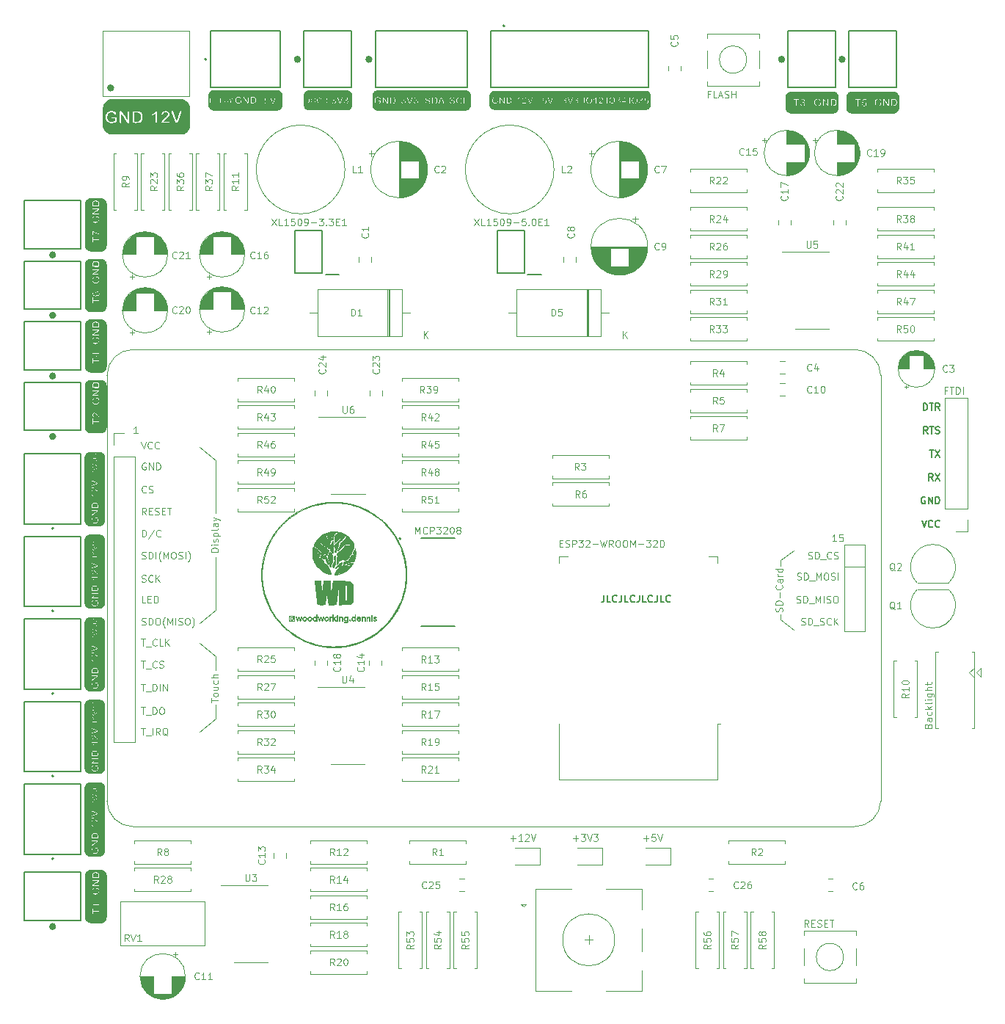
<source format=gbr>
G04 #@! TF.GenerationSoftware,KiCad,Pcbnew,(5.1.9-0-10_14)*
G04 #@! TF.CreationDate,2021-01-20T18:33:34+01:00*
G04 #@! TF.ProjectId,3DPrinter_Watercooling,33445072-696e-4746-9572-5f5761746572,rev?*
G04 #@! TF.SameCoordinates,Original*
G04 #@! TF.FileFunction,Legend,Top*
G04 #@! TF.FilePolarity,Positive*
%FSLAX46Y46*%
G04 Gerber Fmt 4.6, Leading zero omitted, Abs format (unit mm)*
G04 Created by KiCad (PCBNEW (5.1.9-0-10_14)) date 2021-01-20 18:33:34*
%MOMM*%
%LPD*%
G01*
G04 APERTURE LIST*
%ADD10C,0.120000*%
%ADD11C,0.100000*%
%ADD12C,0.150000*%
%ADD13C,0.010000*%
%ADD14C,0.200000*%
%ADD15C,0.400000*%
%ADD16C,0.127000*%
G04 APERTURE END LIST*
D10*
X236601000Y-94234000D02*
X237172500Y-94805500D01*
X237172500Y-93662500D02*
X236601000Y-94234000D01*
D11*
X231844857Y-100367809D02*
X231882952Y-100253523D01*
X231921047Y-100215428D01*
X231997238Y-100177333D01*
X232111523Y-100177333D01*
X232187714Y-100215428D01*
X232225809Y-100253523D01*
X232263904Y-100329714D01*
X232263904Y-100634476D01*
X231463904Y-100634476D01*
X231463904Y-100367809D01*
X231502000Y-100291619D01*
X231540095Y-100253523D01*
X231616285Y-100215428D01*
X231692476Y-100215428D01*
X231768666Y-100253523D01*
X231806761Y-100291619D01*
X231844857Y-100367809D01*
X231844857Y-100634476D01*
X232263904Y-99491619D02*
X231844857Y-99491619D01*
X231768666Y-99529714D01*
X231730571Y-99605904D01*
X231730571Y-99758285D01*
X231768666Y-99834476D01*
X232225809Y-99491619D02*
X232263904Y-99567809D01*
X232263904Y-99758285D01*
X232225809Y-99834476D01*
X232149619Y-99872571D01*
X232073428Y-99872571D01*
X231997238Y-99834476D01*
X231959142Y-99758285D01*
X231959142Y-99567809D01*
X231921047Y-99491619D01*
X232225809Y-98767809D02*
X232263904Y-98844000D01*
X232263904Y-98996380D01*
X232225809Y-99072571D01*
X232187714Y-99110666D01*
X232111523Y-99148761D01*
X231882952Y-99148761D01*
X231806761Y-99110666D01*
X231768666Y-99072571D01*
X231730571Y-98996380D01*
X231730571Y-98844000D01*
X231768666Y-98767809D01*
X232263904Y-98424952D02*
X231463904Y-98424952D01*
X231959142Y-98348761D02*
X232263904Y-98120190D01*
X231730571Y-98120190D02*
X232035333Y-98424952D01*
X232263904Y-97663047D02*
X232225809Y-97739238D01*
X232149619Y-97777333D01*
X231463904Y-97777333D01*
X232263904Y-97358285D02*
X231730571Y-97358285D01*
X231463904Y-97358285D02*
X231502000Y-97396380D01*
X231540095Y-97358285D01*
X231502000Y-97320190D01*
X231463904Y-97358285D01*
X231540095Y-97358285D01*
X231730571Y-96634476D02*
X232378190Y-96634476D01*
X232454380Y-96672571D01*
X232492476Y-96710666D01*
X232530571Y-96786857D01*
X232530571Y-96901142D01*
X232492476Y-96977333D01*
X232225809Y-96634476D02*
X232263904Y-96710666D01*
X232263904Y-96863047D01*
X232225809Y-96939238D01*
X232187714Y-96977333D01*
X232111523Y-97015428D01*
X231882952Y-97015428D01*
X231806761Y-96977333D01*
X231768666Y-96939238D01*
X231730571Y-96863047D01*
X231730571Y-96710666D01*
X231768666Y-96634476D01*
X232263904Y-96253523D02*
X231463904Y-96253523D01*
X232263904Y-95910666D02*
X231844857Y-95910666D01*
X231768666Y-95948761D01*
X231730571Y-96024952D01*
X231730571Y-96139238D01*
X231768666Y-96215428D01*
X231806761Y-96253523D01*
X231730571Y-95644000D02*
X231730571Y-95339238D01*
X231463904Y-95529714D02*
X232149619Y-95529714D01*
X232225809Y-95491619D01*
X232263904Y-95415428D01*
X232263904Y-95339238D01*
X234042047Y-61664857D02*
X233775380Y-61664857D01*
X233775380Y-62083904D02*
X233775380Y-61283904D01*
X234156333Y-61283904D01*
X234346809Y-61283904D02*
X234803952Y-61283904D01*
X234575380Y-62083904D02*
X234575380Y-61283904D01*
X235070619Y-62083904D02*
X235070619Y-61283904D01*
X235261095Y-61283904D01*
X235375380Y-61322000D01*
X235451571Y-61398190D01*
X235489666Y-61474380D01*
X235527761Y-61626761D01*
X235527761Y-61741047D01*
X235489666Y-61893428D01*
X235451571Y-61969619D01*
X235375380Y-62045809D01*
X235261095Y-62083904D01*
X235070619Y-62083904D01*
X235870619Y-62083904D02*
X235870619Y-61283904D01*
D12*
X231309452Y-63969904D02*
X231309452Y-63169904D01*
X231499928Y-63169904D01*
X231614214Y-63208000D01*
X231690404Y-63284190D01*
X231728500Y-63360380D01*
X231766595Y-63512761D01*
X231766595Y-63627047D01*
X231728500Y-63779428D01*
X231690404Y-63855619D01*
X231614214Y-63931809D01*
X231499928Y-63969904D01*
X231309452Y-63969904D01*
X231995166Y-63169904D02*
X232452309Y-63169904D01*
X232223738Y-63969904D02*
X232223738Y-63169904D01*
X233176119Y-63969904D02*
X232909452Y-63588952D01*
X232718976Y-63969904D02*
X232718976Y-63169904D01*
X233023738Y-63169904D01*
X233099928Y-63208000D01*
X233138023Y-63246095D01*
X233176119Y-63322285D01*
X233176119Y-63436571D01*
X233138023Y-63512761D01*
X233099928Y-63550857D01*
X233023738Y-63588952D01*
X232718976Y-63588952D01*
X231804690Y-66669904D02*
X231538023Y-66288952D01*
X231347547Y-66669904D02*
X231347547Y-65869904D01*
X231652309Y-65869904D01*
X231728500Y-65908000D01*
X231766595Y-65946095D01*
X231804690Y-66022285D01*
X231804690Y-66136571D01*
X231766595Y-66212761D01*
X231728500Y-66250857D01*
X231652309Y-66288952D01*
X231347547Y-66288952D01*
X232033261Y-65869904D02*
X232490404Y-65869904D01*
X232261833Y-66669904D02*
X232261833Y-65869904D01*
X232718976Y-66631809D02*
X232833261Y-66669904D01*
X233023738Y-66669904D01*
X233099928Y-66631809D01*
X233138023Y-66593714D01*
X233176119Y-66517523D01*
X233176119Y-66441333D01*
X233138023Y-66365142D01*
X233099928Y-66327047D01*
X233023738Y-66288952D01*
X232871357Y-66250857D01*
X232795166Y-66212761D01*
X232757071Y-66174666D01*
X232718976Y-66098476D01*
X232718976Y-66022285D01*
X232757071Y-65946095D01*
X232795166Y-65908000D01*
X232871357Y-65869904D01*
X233061833Y-65869904D01*
X233176119Y-65908000D01*
X232033261Y-68569904D02*
X232490404Y-68569904D01*
X232261833Y-69369904D02*
X232261833Y-68569904D01*
X232680880Y-68569904D02*
X233214214Y-69369904D01*
X233214214Y-68569904D02*
X232680880Y-69369904D01*
X232414214Y-72069904D02*
X232147547Y-71688952D01*
X231957071Y-72069904D02*
X231957071Y-71269904D01*
X232261833Y-71269904D01*
X232338023Y-71308000D01*
X232376119Y-71346095D01*
X232414214Y-71422285D01*
X232414214Y-71536571D01*
X232376119Y-71612761D01*
X232338023Y-71650857D01*
X232261833Y-71688952D01*
X231957071Y-71688952D01*
X232680880Y-71269904D02*
X233214214Y-72069904D01*
X233214214Y-71269904D02*
X232680880Y-72069904D01*
X231499928Y-74008000D02*
X231423738Y-73969904D01*
X231309452Y-73969904D01*
X231195166Y-74008000D01*
X231118976Y-74084190D01*
X231080880Y-74160380D01*
X231042785Y-74312761D01*
X231042785Y-74427047D01*
X231080880Y-74579428D01*
X231118976Y-74655619D01*
X231195166Y-74731809D01*
X231309452Y-74769904D01*
X231385642Y-74769904D01*
X231499928Y-74731809D01*
X231538023Y-74693714D01*
X231538023Y-74427047D01*
X231385642Y-74427047D01*
X231880880Y-74769904D02*
X231880880Y-73969904D01*
X232338023Y-74769904D01*
X232338023Y-73969904D01*
X232718976Y-74769904D02*
X232718976Y-73969904D01*
X232909452Y-73969904D01*
X233023738Y-74008000D01*
X233099928Y-74084190D01*
X233138023Y-74160380D01*
X233176119Y-74312761D01*
X233176119Y-74427047D01*
X233138023Y-74579428D01*
X233099928Y-74655619D01*
X233023738Y-74731809D01*
X232909452Y-74769904D01*
X232718976Y-74769904D01*
X231118976Y-76669904D02*
X231385642Y-77469904D01*
X231652309Y-76669904D01*
X232376119Y-77393714D02*
X232338023Y-77431809D01*
X232223738Y-77469904D01*
X232147547Y-77469904D01*
X232033261Y-77431809D01*
X231957071Y-77355619D01*
X231918976Y-77279428D01*
X231880880Y-77127047D01*
X231880880Y-77012761D01*
X231918976Y-76860380D01*
X231957071Y-76784190D01*
X232033261Y-76708000D01*
X232147547Y-76669904D01*
X232223738Y-76669904D01*
X232338023Y-76708000D01*
X232376119Y-76746095D01*
X233176119Y-77393714D02*
X233138023Y-77431809D01*
X233023738Y-77469904D01*
X232947547Y-77469904D01*
X232833261Y-77431809D01*
X232757071Y-77355619D01*
X232718976Y-77279428D01*
X232680880Y-77127047D01*
X232680880Y-77012761D01*
X232718976Y-76860380D01*
X232757071Y-76784190D01*
X232833261Y-76708000D01*
X232947547Y-76669904D01*
X233023738Y-76669904D01*
X233138023Y-76708000D01*
X233176119Y-76746095D01*
D11*
X179464238Y-41852904D02*
X179997571Y-42652904D01*
X179997571Y-41852904D02*
X179464238Y-42652904D01*
X180683285Y-42652904D02*
X180302333Y-42652904D01*
X180302333Y-41852904D01*
X181369000Y-42652904D02*
X180911857Y-42652904D01*
X181140428Y-42652904D02*
X181140428Y-41852904D01*
X181064238Y-41967190D01*
X180988047Y-42043380D01*
X180911857Y-42081476D01*
X182092809Y-41852904D02*
X181711857Y-41852904D01*
X181673761Y-42233857D01*
X181711857Y-42195761D01*
X181788047Y-42157666D01*
X181978523Y-42157666D01*
X182054714Y-42195761D01*
X182092809Y-42233857D01*
X182130904Y-42310047D01*
X182130904Y-42500523D01*
X182092809Y-42576714D01*
X182054714Y-42614809D01*
X181978523Y-42652904D01*
X181788047Y-42652904D01*
X181711857Y-42614809D01*
X181673761Y-42576714D01*
X182626142Y-41852904D02*
X182702333Y-41852904D01*
X182778523Y-41891000D01*
X182816619Y-41929095D01*
X182854714Y-42005285D01*
X182892809Y-42157666D01*
X182892809Y-42348142D01*
X182854714Y-42500523D01*
X182816619Y-42576714D01*
X182778523Y-42614809D01*
X182702333Y-42652904D01*
X182626142Y-42652904D01*
X182549952Y-42614809D01*
X182511857Y-42576714D01*
X182473761Y-42500523D01*
X182435666Y-42348142D01*
X182435666Y-42157666D01*
X182473761Y-42005285D01*
X182511857Y-41929095D01*
X182549952Y-41891000D01*
X182626142Y-41852904D01*
X183273761Y-42652904D02*
X183426142Y-42652904D01*
X183502333Y-42614809D01*
X183540428Y-42576714D01*
X183616619Y-42462428D01*
X183654714Y-42310047D01*
X183654714Y-42005285D01*
X183616619Y-41929095D01*
X183578523Y-41891000D01*
X183502333Y-41852904D01*
X183349952Y-41852904D01*
X183273761Y-41891000D01*
X183235666Y-41929095D01*
X183197571Y-42005285D01*
X183197571Y-42195761D01*
X183235666Y-42271952D01*
X183273761Y-42310047D01*
X183349952Y-42348142D01*
X183502333Y-42348142D01*
X183578523Y-42310047D01*
X183616619Y-42271952D01*
X183654714Y-42195761D01*
X183997571Y-42348142D02*
X184607095Y-42348142D01*
X185369000Y-41852904D02*
X184988047Y-41852904D01*
X184949952Y-42233857D01*
X184988047Y-42195761D01*
X185064238Y-42157666D01*
X185254714Y-42157666D01*
X185330904Y-42195761D01*
X185369000Y-42233857D01*
X185407095Y-42310047D01*
X185407095Y-42500523D01*
X185369000Y-42576714D01*
X185330904Y-42614809D01*
X185254714Y-42652904D01*
X185064238Y-42652904D01*
X184988047Y-42614809D01*
X184949952Y-42576714D01*
X185749952Y-42576714D02*
X185788047Y-42614809D01*
X185749952Y-42652904D01*
X185711857Y-42614809D01*
X185749952Y-42576714D01*
X185749952Y-42652904D01*
X186283285Y-41852904D02*
X186359476Y-41852904D01*
X186435666Y-41891000D01*
X186473761Y-41929095D01*
X186511857Y-42005285D01*
X186549952Y-42157666D01*
X186549952Y-42348142D01*
X186511857Y-42500523D01*
X186473761Y-42576714D01*
X186435666Y-42614809D01*
X186359476Y-42652904D01*
X186283285Y-42652904D01*
X186207095Y-42614809D01*
X186169000Y-42576714D01*
X186130904Y-42500523D01*
X186092809Y-42348142D01*
X186092809Y-42157666D01*
X186130904Y-42005285D01*
X186169000Y-41929095D01*
X186207095Y-41891000D01*
X186283285Y-41852904D01*
X186892809Y-42233857D02*
X187159476Y-42233857D01*
X187273761Y-42652904D02*
X186892809Y-42652904D01*
X186892809Y-41852904D01*
X187273761Y-41852904D01*
X188035666Y-42652904D02*
X187578523Y-42652904D01*
X187807095Y-42652904D02*
X187807095Y-41852904D01*
X187730904Y-41967190D01*
X187654714Y-42043380D01*
X187578523Y-42081476D01*
X156096238Y-41852904D02*
X156629571Y-42652904D01*
X156629571Y-41852904D02*
X156096238Y-42652904D01*
X157315285Y-42652904D02*
X156934333Y-42652904D01*
X156934333Y-41852904D01*
X158001000Y-42652904D02*
X157543857Y-42652904D01*
X157772428Y-42652904D02*
X157772428Y-41852904D01*
X157696238Y-41967190D01*
X157620047Y-42043380D01*
X157543857Y-42081476D01*
X158724809Y-41852904D02*
X158343857Y-41852904D01*
X158305761Y-42233857D01*
X158343857Y-42195761D01*
X158420047Y-42157666D01*
X158610523Y-42157666D01*
X158686714Y-42195761D01*
X158724809Y-42233857D01*
X158762904Y-42310047D01*
X158762904Y-42500523D01*
X158724809Y-42576714D01*
X158686714Y-42614809D01*
X158610523Y-42652904D01*
X158420047Y-42652904D01*
X158343857Y-42614809D01*
X158305761Y-42576714D01*
X159258142Y-41852904D02*
X159334333Y-41852904D01*
X159410523Y-41891000D01*
X159448619Y-41929095D01*
X159486714Y-42005285D01*
X159524809Y-42157666D01*
X159524809Y-42348142D01*
X159486714Y-42500523D01*
X159448619Y-42576714D01*
X159410523Y-42614809D01*
X159334333Y-42652904D01*
X159258142Y-42652904D01*
X159181952Y-42614809D01*
X159143857Y-42576714D01*
X159105761Y-42500523D01*
X159067666Y-42348142D01*
X159067666Y-42157666D01*
X159105761Y-42005285D01*
X159143857Y-41929095D01*
X159181952Y-41891000D01*
X159258142Y-41852904D01*
X159905761Y-42652904D02*
X160058142Y-42652904D01*
X160134333Y-42614809D01*
X160172428Y-42576714D01*
X160248619Y-42462428D01*
X160286714Y-42310047D01*
X160286714Y-42005285D01*
X160248619Y-41929095D01*
X160210523Y-41891000D01*
X160134333Y-41852904D01*
X159981952Y-41852904D01*
X159905761Y-41891000D01*
X159867666Y-41929095D01*
X159829571Y-42005285D01*
X159829571Y-42195761D01*
X159867666Y-42271952D01*
X159905761Y-42310047D01*
X159981952Y-42348142D01*
X160134333Y-42348142D01*
X160210523Y-42310047D01*
X160248619Y-42271952D01*
X160286714Y-42195761D01*
X160629571Y-42348142D02*
X161239095Y-42348142D01*
X161543857Y-41852904D02*
X162039095Y-41852904D01*
X161772428Y-42157666D01*
X161886714Y-42157666D01*
X161962904Y-42195761D01*
X162001000Y-42233857D01*
X162039095Y-42310047D01*
X162039095Y-42500523D01*
X162001000Y-42576714D01*
X161962904Y-42614809D01*
X161886714Y-42652904D01*
X161658142Y-42652904D01*
X161581952Y-42614809D01*
X161543857Y-42576714D01*
X162381952Y-42576714D02*
X162420047Y-42614809D01*
X162381952Y-42652904D01*
X162343857Y-42614809D01*
X162381952Y-42576714D01*
X162381952Y-42652904D01*
X162686714Y-41852904D02*
X163181952Y-41852904D01*
X162915285Y-42157666D01*
X163029571Y-42157666D01*
X163105761Y-42195761D01*
X163143857Y-42233857D01*
X163181952Y-42310047D01*
X163181952Y-42500523D01*
X163143857Y-42576714D01*
X163105761Y-42614809D01*
X163029571Y-42652904D01*
X162801000Y-42652904D01*
X162724809Y-42614809D01*
X162686714Y-42576714D01*
X163524809Y-42233857D02*
X163791476Y-42233857D01*
X163905761Y-42652904D02*
X163524809Y-42652904D01*
X163524809Y-41852904D01*
X163905761Y-41852904D01*
X164667666Y-42652904D02*
X164210523Y-42652904D01*
X164439095Y-42652904D02*
X164439095Y-41852904D01*
X164362904Y-41967190D01*
X164286714Y-42043380D01*
X164210523Y-42081476D01*
X172669523Y-78212904D02*
X172669523Y-77412904D01*
X172936190Y-77984333D01*
X173202857Y-77412904D01*
X173202857Y-78212904D01*
X174040952Y-78136714D02*
X174002857Y-78174809D01*
X173888571Y-78212904D01*
X173812380Y-78212904D01*
X173698095Y-78174809D01*
X173621904Y-78098619D01*
X173583809Y-78022428D01*
X173545714Y-77870047D01*
X173545714Y-77755761D01*
X173583809Y-77603380D01*
X173621904Y-77527190D01*
X173698095Y-77451000D01*
X173812380Y-77412904D01*
X173888571Y-77412904D01*
X174002857Y-77451000D01*
X174040952Y-77489095D01*
X174383809Y-78212904D02*
X174383809Y-77412904D01*
X174688571Y-77412904D01*
X174764761Y-77451000D01*
X174802857Y-77489095D01*
X174840952Y-77565285D01*
X174840952Y-77679571D01*
X174802857Y-77755761D01*
X174764761Y-77793857D01*
X174688571Y-77831952D01*
X174383809Y-77831952D01*
X175107619Y-77412904D02*
X175602857Y-77412904D01*
X175336190Y-77717666D01*
X175450476Y-77717666D01*
X175526666Y-77755761D01*
X175564761Y-77793857D01*
X175602857Y-77870047D01*
X175602857Y-78060523D01*
X175564761Y-78136714D01*
X175526666Y-78174809D01*
X175450476Y-78212904D01*
X175221904Y-78212904D01*
X175145714Y-78174809D01*
X175107619Y-78136714D01*
X175907619Y-77489095D02*
X175945714Y-77451000D01*
X176021904Y-77412904D01*
X176212380Y-77412904D01*
X176288571Y-77451000D01*
X176326666Y-77489095D01*
X176364761Y-77565285D01*
X176364761Y-77641476D01*
X176326666Y-77755761D01*
X175869523Y-78212904D01*
X176364761Y-78212904D01*
X176860000Y-77412904D02*
X176936190Y-77412904D01*
X177012380Y-77451000D01*
X177050476Y-77489095D01*
X177088571Y-77565285D01*
X177126666Y-77717666D01*
X177126666Y-77908142D01*
X177088571Y-78060523D01*
X177050476Y-78136714D01*
X177012380Y-78174809D01*
X176936190Y-78212904D01*
X176860000Y-78212904D01*
X176783809Y-78174809D01*
X176745714Y-78136714D01*
X176707619Y-78060523D01*
X176669523Y-77908142D01*
X176669523Y-77717666D01*
X176707619Y-77565285D01*
X176745714Y-77489095D01*
X176783809Y-77451000D01*
X176860000Y-77412904D01*
X177583809Y-77755761D02*
X177507619Y-77717666D01*
X177469523Y-77679571D01*
X177431428Y-77603380D01*
X177431428Y-77565285D01*
X177469523Y-77489095D01*
X177507619Y-77451000D01*
X177583809Y-77412904D01*
X177736190Y-77412904D01*
X177812380Y-77451000D01*
X177850476Y-77489095D01*
X177888571Y-77565285D01*
X177888571Y-77603380D01*
X177850476Y-77679571D01*
X177812380Y-77717666D01*
X177736190Y-77755761D01*
X177583809Y-77755761D01*
X177507619Y-77793857D01*
X177469523Y-77831952D01*
X177431428Y-77908142D01*
X177431428Y-78060523D01*
X177469523Y-78136714D01*
X177507619Y-78174809D01*
X177583809Y-78212904D01*
X177736190Y-78212904D01*
X177812380Y-78174809D01*
X177850476Y-78136714D01*
X177888571Y-78060523D01*
X177888571Y-77908142D01*
X177850476Y-77831952D01*
X177812380Y-77793857D01*
X177736190Y-77755761D01*
X189306952Y-79317857D02*
X189573619Y-79317857D01*
X189687904Y-79736904D02*
X189306952Y-79736904D01*
X189306952Y-78936904D01*
X189687904Y-78936904D01*
X189992666Y-79698809D02*
X190106952Y-79736904D01*
X190297428Y-79736904D01*
X190373619Y-79698809D01*
X190411714Y-79660714D01*
X190449809Y-79584523D01*
X190449809Y-79508333D01*
X190411714Y-79432142D01*
X190373619Y-79394047D01*
X190297428Y-79355952D01*
X190145047Y-79317857D01*
X190068857Y-79279761D01*
X190030761Y-79241666D01*
X189992666Y-79165476D01*
X189992666Y-79089285D01*
X190030761Y-79013095D01*
X190068857Y-78975000D01*
X190145047Y-78936904D01*
X190335523Y-78936904D01*
X190449809Y-78975000D01*
X190792666Y-79736904D02*
X190792666Y-78936904D01*
X191097428Y-78936904D01*
X191173619Y-78975000D01*
X191211714Y-79013095D01*
X191249809Y-79089285D01*
X191249809Y-79203571D01*
X191211714Y-79279761D01*
X191173619Y-79317857D01*
X191097428Y-79355952D01*
X190792666Y-79355952D01*
X191516476Y-78936904D02*
X192011714Y-78936904D01*
X191745047Y-79241666D01*
X191859333Y-79241666D01*
X191935523Y-79279761D01*
X191973619Y-79317857D01*
X192011714Y-79394047D01*
X192011714Y-79584523D01*
X191973619Y-79660714D01*
X191935523Y-79698809D01*
X191859333Y-79736904D01*
X191630761Y-79736904D01*
X191554571Y-79698809D01*
X191516476Y-79660714D01*
X192316476Y-79013095D02*
X192354571Y-78975000D01*
X192430761Y-78936904D01*
X192621238Y-78936904D01*
X192697428Y-78975000D01*
X192735523Y-79013095D01*
X192773619Y-79089285D01*
X192773619Y-79165476D01*
X192735523Y-79279761D01*
X192278380Y-79736904D01*
X192773619Y-79736904D01*
X193116476Y-79432142D02*
X193726000Y-79432142D01*
X194030761Y-78936904D02*
X194221238Y-79736904D01*
X194373619Y-79165476D01*
X194526000Y-79736904D01*
X194716476Y-78936904D01*
X195478380Y-79736904D02*
X195211714Y-79355952D01*
X195021238Y-79736904D02*
X195021238Y-78936904D01*
X195326000Y-78936904D01*
X195402190Y-78975000D01*
X195440285Y-79013095D01*
X195478380Y-79089285D01*
X195478380Y-79203571D01*
X195440285Y-79279761D01*
X195402190Y-79317857D01*
X195326000Y-79355952D01*
X195021238Y-79355952D01*
X195973619Y-78936904D02*
X196126000Y-78936904D01*
X196202190Y-78975000D01*
X196278380Y-79051190D01*
X196316476Y-79203571D01*
X196316476Y-79470238D01*
X196278380Y-79622619D01*
X196202190Y-79698809D01*
X196126000Y-79736904D01*
X195973619Y-79736904D01*
X195897428Y-79698809D01*
X195821238Y-79622619D01*
X195783142Y-79470238D01*
X195783142Y-79203571D01*
X195821238Y-79051190D01*
X195897428Y-78975000D01*
X195973619Y-78936904D01*
X196811714Y-78936904D02*
X196964095Y-78936904D01*
X197040285Y-78975000D01*
X197116476Y-79051190D01*
X197154571Y-79203571D01*
X197154571Y-79470238D01*
X197116476Y-79622619D01*
X197040285Y-79698809D01*
X196964095Y-79736904D01*
X196811714Y-79736904D01*
X196735523Y-79698809D01*
X196659333Y-79622619D01*
X196621238Y-79470238D01*
X196621238Y-79203571D01*
X196659333Y-79051190D01*
X196735523Y-78975000D01*
X196811714Y-78936904D01*
X197497428Y-79736904D02*
X197497428Y-78936904D01*
X197764095Y-79508333D01*
X198030761Y-78936904D01*
X198030761Y-79736904D01*
X198411714Y-79432142D02*
X199021238Y-79432142D01*
X199326000Y-78936904D02*
X199821238Y-78936904D01*
X199554571Y-79241666D01*
X199668857Y-79241666D01*
X199745047Y-79279761D01*
X199783142Y-79317857D01*
X199821238Y-79394047D01*
X199821238Y-79584523D01*
X199783142Y-79660714D01*
X199745047Y-79698809D01*
X199668857Y-79736904D01*
X199440285Y-79736904D01*
X199364095Y-79698809D01*
X199326000Y-79660714D01*
X200126000Y-79013095D02*
X200164095Y-78975000D01*
X200240285Y-78936904D01*
X200430761Y-78936904D01*
X200506952Y-78975000D01*
X200545047Y-79013095D01*
X200583142Y-79089285D01*
X200583142Y-79165476D01*
X200545047Y-79279761D01*
X200087904Y-79736904D01*
X200583142Y-79736904D01*
X200926000Y-79736904D02*
X200926000Y-78936904D01*
X201116476Y-78936904D01*
X201230761Y-78975000D01*
X201306952Y-79051190D01*
X201345047Y-79127380D01*
X201383142Y-79279761D01*
X201383142Y-79394047D01*
X201345047Y-79546428D01*
X201306952Y-79622619D01*
X201230761Y-79698809D01*
X201116476Y-79736904D01*
X200926000Y-79736904D01*
X206673619Y-27501857D02*
X206406952Y-27501857D01*
X206406952Y-27920904D02*
X206406952Y-27120904D01*
X206787904Y-27120904D01*
X207473619Y-27920904D02*
X207092666Y-27920904D01*
X207092666Y-27120904D01*
X207702190Y-27692333D02*
X208083142Y-27692333D01*
X207626000Y-27920904D02*
X207892666Y-27120904D01*
X208159333Y-27920904D01*
X208387904Y-27882809D02*
X208502190Y-27920904D01*
X208692666Y-27920904D01*
X208768857Y-27882809D01*
X208806952Y-27844714D01*
X208845047Y-27768523D01*
X208845047Y-27692333D01*
X208806952Y-27616142D01*
X208768857Y-27578047D01*
X208692666Y-27539952D01*
X208540285Y-27501857D01*
X208464095Y-27463761D01*
X208426000Y-27425666D01*
X208387904Y-27349476D01*
X208387904Y-27273285D01*
X208426000Y-27197095D01*
X208464095Y-27159000D01*
X208540285Y-27120904D01*
X208730761Y-27120904D01*
X208845047Y-27159000D01*
X209187904Y-27920904D02*
X209187904Y-27120904D01*
X209187904Y-27501857D02*
X209645047Y-27501857D01*
X209645047Y-27920904D02*
X209645047Y-27120904D01*
X218040095Y-123551904D02*
X217773428Y-123170952D01*
X217582952Y-123551904D02*
X217582952Y-122751904D01*
X217887714Y-122751904D01*
X217963904Y-122790000D01*
X218002000Y-122828095D01*
X218040095Y-122904285D01*
X218040095Y-123018571D01*
X218002000Y-123094761D01*
X217963904Y-123132857D01*
X217887714Y-123170952D01*
X217582952Y-123170952D01*
X218382952Y-123132857D02*
X218649619Y-123132857D01*
X218763904Y-123551904D02*
X218382952Y-123551904D01*
X218382952Y-122751904D01*
X218763904Y-122751904D01*
X219068666Y-123513809D02*
X219182952Y-123551904D01*
X219373428Y-123551904D01*
X219449619Y-123513809D01*
X219487714Y-123475714D01*
X219525809Y-123399523D01*
X219525809Y-123323333D01*
X219487714Y-123247142D01*
X219449619Y-123209047D01*
X219373428Y-123170952D01*
X219221047Y-123132857D01*
X219144857Y-123094761D01*
X219106761Y-123056666D01*
X219068666Y-122980476D01*
X219068666Y-122904285D01*
X219106761Y-122828095D01*
X219144857Y-122790000D01*
X219221047Y-122751904D01*
X219411523Y-122751904D01*
X219525809Y-122790000D01*
X219868666Y-123132857D02*
X220135333Y-123132857D01*
X220249619Y-123551904D02*
X219868666Y-123551904D01*
X219868666Y-122751904D01*
X220249619Y-122751904D01*
X220478190Y-122751904D02*
X220935333Y-122751904D01*
X220706761Y-123551904D02*
X220706761Y-122751904D01*
X198996428Y-113341142D02*
X199605952Y-113341142D01*
X199301190Y-113645904D02*
X199301190Y-113036380D01*
X200367857Y-112845904D02*
X199986904Y-112845904D01*
X199948809Y-113226857D01*
X199986904Y-113188761D01*
X200063095Y-113150666D01*
X200253571Y-113150666D01*
X200329761Y-113188761D01*
X200367857Y-113226857D01*
X200405952Y-113303047D01*
X200405952Y-113493523D01*
X200367857Y-113569714D01*
X200329761Y-113607809D01*
X200253571Y-113645904D01*
X200063095Y-113645904D01*
X199986904Y-113607809D01*
X199948809Y-113569714D01*
X200634523Y-112845904D02*
X200901190Y-113645904D01*
X201167857Y-112845904D01*
X190868476Y-113341142D02*
X191478000Y-113341142D01*
X191173238Y-113645904D02*
X191173238Y-113036380D01*
X191782761Y-112845904D02*
X192278000Y-112845904D01*
X192011333Y-113150666D01*
X192125619Y-113150666D01*
X192201809Y-113188761D01*
X192239904Y-113226857D01*
X192278000Y-113303047D01*
X192278000Y-113493523D01*
X192239904Y-113569714D01*
X192201809Y-113607809D01*
X192125619Y-113645904D01*
X191897047Y-113645904D01*
X191820857Y-113607809D01*
X191782761Y-113569714D01*
X192506571Y-112845904D02*
X192773238Y-113645904D01*
X193039904Y-112845904D01*
X193230380Y-112845904D02*
X193725619Y-112845904D01*
X193458952Y-113150666D01*
X193573238Y-113150666D01*
X193649428Y-113188761D01*
X193687523Y-113226857D01*
X193725619Y-113303047D01*
X193725619Y-113493523D01*
X193687523Y-113569714D01*
X193649428Y-113607809D01*
X193573238Y-113645904D01*
X193344666Y-113645904D01*
X193268476Y-113607809D01*
X193230380Y-113569714D01*
X183629476Y-113341142D02*
X184239000Y-113341142D01*
X183934238Y-113645904D02*
X183934238Y-113036380D01*
X185039000Y-113645904D02*
X184581857Y-113645904D01*
X184810428Y-113645904D02*
X184810428Y-112845904D01*
X184734238Y-112960190D01*
X184658047Y-113036380D01*
X184581857Y-113074476D01*
X185343761Y-112922095D02*
X185381857Y-112884000D01*
X185458047Y-112845904D01*
X185648523Y-112845904D01*
X185724714Y-112884000D01*
X185762809Y-112922095D01*
X185800904Y-112998285D01*
X185800904Y-113074476D01*
X185762809Y-113188761D01*
X185305666Y-113645904D01*
X185800904Y-113645904D01*
X186029476Y-112845904D02*
X186296142Y-113645904D01*
X186562809Y-112845904D01*
D12*
X194424761Y-85286904D02*
X194424761Y-85858333D01*
X194386666Y-85972619D01*
X194310476Y-86048809D01*
X194196190Y-86086904D01*
X194120000Y-86086904D01*
X195186666Y-86086904D02*
X194805714Y-86086904D01*
X194805714Y-85286904D01*
X195910476Y-86010714D02*
X195872380Y-86048809D01*
X195758095Y-86086904D01*
X195681904Y-86086904D01*
X195567619Y-86048809D01*
X195491428Y-85972619D01*
X195453333Y-85896428D01*
X195415238Y-85744047D01*
X195415238Y-85629761D01*
X195453333Y-85477380D01*
X195491428Y-85401190D01*
X195567619Y-85325000D01*
X195681904Y-85286904D01*
X195758095Y-85286904D01*
X195872380Y-85325000D01*
X195910476Y-85363095D01*
X196481904Y-85286904D02*
X196481904Y-85858333D01*
X196443809Y-85972619D01*
X196367619Y-86048809D01*
X196253333Y-86086904D01*
X196177142Y-86086904D01*
X197243809Y-86086904D02*
X196862857Y-86086904D01*
X196862857Y-85286904D01*
X197967619Y-86010714D02*
X197929523Y-86048809D01*
X197815238Y-86086904D01*
X197739047Y-86086904D01*
X197624761Y-86048809D01*
X197548571Y-85972619D01*
X197510476Y-85896428D01*
X197472380Y-85744047D01*
X197472380Y-85629761D01*
X197510476Y-85477380D01*
X197548571Y-85401190D01*
X197624761Y-85325000D01*
X197739047Y-85286904D01*
X197815238Y-85286904D01*
X197929523Y-85325000D01*
X197967619Y-85363095D01*
X198539047Y-85286904D02*
X198539047Y-85858333D01*
X198500952Y-85972619D01*
X198424761Y-86048809D01*
X198310476Y-86086904D01*
X198234285Y-86086904D01*
X199300952Y-86086904D02*
X198920000Y-86086904D01*
X198920000Y-85286904D01*
X200024761Y-86010714D02*
X199986666Y-86048809D01*
X199872380Y-86086904D01*
X199796190Y-86086904D01*
X199681904Y-86048809D01*
X199605714Y-85972619D01*
X199567619Y-85896428D01*
X199529523Y-85744047D01*
X199529523Y-85629761D01*
X199567619Y-85477380D01*
X199605714Y-85401190D01*
X199681904Y-85325000D01*
X199796190Y-85286904D01*
X199872380Y-85286904D01*
X199986666Y-85325000D01*
X200024761Y-85363095D01*
X200596190Y-85286904D02*
X200596190Y-85858333D01*
X200558095Y-85972619D01*
X200481904Y-86048809D01*
X200367619Y-86086904D01*
X200291428Y-86086904D01*
X201358095Y-86086904D02*
X200977142Y-86086904D01*
X200977142Y-85286904D01*
X202081904Y-86010714D02*
X202043809Y-86048809D01*
X201929523Y-86086904D01*
X201853333Y-86086904D01*
X201739047Y-86048809D01*
X201662857Y-85972619D01*
X201624761Y-85896428D01*
X201586666Y-85744047D01*
X201586666Y-85629761D01*
X201624761Y-85477380D01*
X201662857Y-85401190D01*
X201739047Y-85325000D01*
X201853333Y-85286904D01*
X201929523Y-85286904D01*
X202043809Y-85325000D01*
X202081904Y-85363095D01*
D13*
G36*
X158600198Y-87781518D02*
G01*
X158613270Y-87806963D01*
X158602188Y-87826200D01*
X158575851Y-87832514D01*
X158553371Y-87822309D01*
X158549202Y-87805865D01*
X158549434Y-87805054D01*
X158562932Y-87805054D01*
X158573380Y-87818385D01*
X158576662Y-87818784D01*
X158589992Y-87808336D01*
X158590391Y-87805054D01*
X158579943Y-87791724D01*
X158576662Y-87791325D01*
X158563331Y-87801773D01*
X158562932Y-87805054D01*
X158549434Y-87805054D01*
X158557577Y-87776646D01*
X158578099Y-87768746D01*
X158600198Y-87781518D01*
G37*
X158600198Y-87781518D02*
X158613270Y-87806963D01*
X158602188Y-87826200D01*
X158575851Y-87832514D01*
X158553371Y-87822309D01*
X158549202Y-87805865D01*
X158549434Y-87805054D01*
X158562932Y-87805054D01*
X158573380Y-87818385D01*
X158576662Y-87818784D01*
X158589992Y-87808336D01*
X158590391Y-87805054D01*
X158579943Y-87791724D01*
X158576662Y-87791325D01*
X158563331Y-87801773D01*
X158562932Y-87805054D01*
X158549434Y-87805054D01*
X158557577Y-87776646D01*
X158578099Y-87768746D01*
X158600198Y-87781518D01*
G36*
X158449094Y-87831441D02*
G01*
X158500949Y-87865128D01*
X158540457Y-87913420D01*
X158561194Y-87969892D01*
X158562829Y-87990406D01*
X158550141Y-88048733D01*
X158516240Y-88100601D01*
X158467369Y-88139862D01*
X158409774Y-88160368D01*
X158388560Y-88161976D01*
X158350418Y-88154682D01*
X158309343Y-88137003D01*
X158306166Y-88135124D01*
X158258787Y-88092430D01*
X158228250Y-88036526D01*
X158219740Y-87987655D01*
X158221148Y-87981439D01*
X158249061Y-87981439D01*
X158252843Y-88032999D01*
X158275593Y-88079909D01*
X158317308Y-88115408D01*
X158365716Y-88130923D01*
X158419087Y-88131412D01*
X158465021Y-88117280D01*
X158475514Y-88110235D01*
X158514933Y-88063895D01*
X158532593Y-88011120D01*
X158530305Y-87957590D01*
X158509881Y-87908980D01*
X158473132Y-87870969D01*
X158421868Y-87849234D01*
X158391310Y-87846243D01*
X158335374Y-87857632D01*
X158291943Y-87887878D01*
X158262633Y-87931107D01*
X158249061Y-87981439D01*
X158221148Y-87981439D01*
X158232439Y-87931611D01*
X158266013Y-87880795D01*
X158313905Y-87841662D01*
X158369559Y-87820665D01*
X158391310Y-87818784D01*
X158449094Y-87831441D01*
G37*
X158449094Y-87831441D02*
X158500949Y-87865128D01*
X158540457Y-87913420D01*
X158561194Y-87969892D01*
X158562829Y-87990406D01*
X158550141Y-88048733D01*
X158516240Y-88100601D01*
X158467369Y-88139862D01*
X158409774Y-88160368D01*
X158388560Y-88161976D01*
X158350418Y-88154682D01*
X158309343Y-88137003D01*
X158306166Y-88135124D01*
X158258787Y-88092430D01*
X158228250Y-88036526D01*
X158219740Y-87987655D01*
X158221148Y-87981439D01*
X158249061Y-87981439D01*
X158252843Y-88032999D01*
X158275593Y-88079909D01*
X158317308Y-88115408D01*
X158365716Y-88130923D01*
X158419087Y-88131412D01*
X158465021Y-88117280D01*
X158475514Y-88110235D01*
X158514933Y-88063895D01*
X158532593Y-88011120D01*
X158530305Y-87957590D01*
X158509881Y-87908980D01*
X158473132Y-87870969D01*
X158421868Y-87849234D01*
X158391310Y-87846243D01*
X158335374Y-87857632D01*
X158291943Y-87887878D01*
X158262633Y-87931107D01*
X158249061Y-87981439D01*
X158221148Y-87981439D01*
X158232439Y-87931611D01*
X158266013Y-87880795D01*
X158313905Y-87841662D01*
X158369559Y-87820665D01*
X158391310Y-87818784D01*
X158449094Y-87831441D01*
G36*
X163937622Y-78022004D02*
G01*
X164001107Y-78039460D01*
X164079311Y-78066195D01*
X164167538Y-78100279D01*
X164261090Y-78139782D01*
X164355272Y-78182775D01*
X164445386Y-78227327D01*
X164526735Y-78271510D01*
X164551610Y-78286133D01*
X164657099Y-78349626D01*
X164623691Y-78375904D01*
X164599986Y-78399814D01*
X164590283Y-78419901D01*
X164577293Y-78431969D01*
X164537935Y-78440867D01*
X164500713Y-78444809D01*
X164418319Y-78461031D01*
X164321054Y-78496643D01*
X164211584Y-78549903D01*
X164092570Y-78619070D01*
X163966677Y-78702400D01*
X163836569Y-78798151D01*
X163704909Y-78904582D01*
X163574361Y-79019950D01*
X163473062Y-79116964D01*
X163418949Y-79170550D01*
X163372071Y-79216650D01*
X163335684Y-79252088D01*
X163313045Y-79273686D01*
X163307049Y-79278892D01*
X163307306Y-79266742D01*
X163311316Y-79235788D01*
X163314777Y-79213676D01*
X163318931Y-79174967D01*
X163322513Y-79116441D01*
X163325161Y-79045739D01*
X163326517Y-78970501D01*
X163326568Y-78963108D01*
X163330241Y-78798174D01*
X163339572Y-78658549D01*
X163355070Y-78542572D01*
X163377246Y-78448579D01*
X163406610Y-78374908D01*
X163443673Y-78319895D01*
X163488946Y-78281879D01*
X163542645Y-78259273D01*
X163592901Y-78238554D01*
X163626781Y-78204700D01*
X163631087Y-78198059D01*
X163668781Y-78150418D01*
X163719814Y-78103551D01*
X163777135Y-78062354D01*
X163833694Y-78031726D01*
X163882437Y-78016564D01*
X163893552Y-78015757D01*
X163937622Y-78022004D01*
G37*
X163937622Y-78022004D02*
X164001107Y-78039460D01*
X164079311Y-78066195D01*
X164167538Y-78100279D01*
X164261090Y-78139782D01*
X164355272Y-78182775D01*
X164445386Y-78227327D01*
X164526735Y-78271510D01*
X164551610Y-78286133D01*
X164657099Y-78349626D01*
X164623691Y-78375904D01*
X164599986Y-78399814D01*
X164590283Y-78419901D01*
X164577293Y-78431969D01*
X164537935Y-78440867D01*
X164500713Y-78444809D01*
X164418319Y-78461031D01*
X164321054Y-78496643D01*
X164211584Y-78549903D01*
X164092570Y-78619070D01*
X163966677Y-78702400D01*
X163836569Y-78798151D01*
X163704909Y-78904582D01*
X163574361Y-79019950D01*
X163473062Y-79116964D01*
X163418949Y-79170550D01*
X163372071Y-79216650D01*
X163335684Y-79252088D01*
X163313045Y-79273686D01*
X163307049Y-79278892D01*
X163307306Y-79266742D01*
X163311316Y-79235788D01*
X163314777Y-79213676D01*
X163318931Y-79174967D01*
X163322513Y-79116441D01*
X163325161Y-79045739D01*
X163326517Y-78970501D01*
X163326568Y-78963108D01*
X163330241Y-78798174D01*
X163339572Y-78658549D01*
X163355070Y-78542572D01*
X163377246Y-78448579D01*
X163406610Y-78374908D01*
X163443673Y-78319895D01*
X163488946Y-78281879D01*
X163542645Y-78259273D01*
X163592901Y-78238554D01*
X163626781Y-78204700D01*
X163631087Y-78198059D01*
X163668781Y-78150418D01*
X163719814Y-78103551D01*
X163777135Y-78062354D01*
X163833694Y-78031726D01*
X163882437Y-78016564D01*
X163893552Y-78015757D01*
X163937622Y-78022004D01*
G36*
X164456530Y-78568458D02*
G01*
X164463811Y-78579858D01*
X164446659Y-78600439D01*
X164413053Y-78625859D01*
X164389737Y-78643431D01*
X164365764Y-78665117D01*
X164338619Y-78693906D01*
X164305792Y-78732787D01*
X164264768Y-78784747D01*
X164213036Y-78852775D01*
X164148082Y-78939860D01*
X164141024Y-78949379D01*
X164034175Y-79093541D01*
X163969305Y-79089454D01*
X163911585Y-79090839D01*
X163870384Y-79106740D01*
X163837815Y-79141811D01*
X163816140Y-79179845D01*
X163777831Y-79283452D01*
X163758179Y-79404207D01*
X163755774Y-79491703D01*
X163751279Y-79579147D01*
X163735937Y-79671838D01*
X163712087Y-79759206D01*
X163682072Y-79830683D01*
X163679753Y-79834904D01*
X163651821Y-79874382D01*
X163617669Y-79908487D01*
X163583348Y-79932695D01*
X163554908Y-79942481D01*
X163541620Y-79938207D01*
X163520094Y-79927622D01*
X163492187Y-79924571D01*
X163470033Y-79929236D01*
X163464445Y-79937049D01*
X163476470Y-79946968D01*
X163505751Y-79953856D01*
X163509067Y-79954211D01*
X163534968Y-79958171D01*
X163548733Y-79968437D01*
X163554943Y-79992279D01*
X163557877Y-80031689D01*
X163555532Y-80091424D01*
X163543653Y-80155180D01*
X163524549Y-80217140D01*
X163500530Y-80271490D01*
X163473904Y-80312414D01*
X163446982Y-80334096D01*
X163436986Y-80336081D01*
X163418045Y-80327219D01*
X163395797Y-80308622D01*
X163375352Y-80280411D01*
X163368337Y-80257925D01*
X163370797Y-80228267D01*
X163377288Y-80181415D01*
X163386480Y-80124808D01*
X163397041Y-80065884D01*
X163407642Y-80012080D01*
X163416949Y-79970832D01*
X163423464Y-79949893D01*
X163424868Y-79928098D01*
X163405702Y-79900575D01*
X163393129Y-79888110D01*
X163343734Y-79826307D01*
X163307037Y-79750073D01*
X163287983Y-79670774D01*
X163286395Y-79642730D01*
X163288358Y-79602038D01*
X163295416Y-79564402D01*
X163309639Y-79526826D01*
X163333097Y-79486315D01*
X163367861Y-79439871D01*
X163416000Y-79384500D01*
X163479584Y-79317205D01*
X163560683Y-79234990D01*
X163584686Y-79211007D01*
X163733672Y-79065638D01*
X163871702Y-78937447D01*
X163997943Y-78827076D01*
X164111561Y-78735166D01*
X164211720Y-78662358D01*
X164297587Y-78609294D01*
X164368327Y-78576617D01*
X164423104Y-78564966D01*
X164425070Y-78564946D01*
X164456530Y-78568458D01*
G37*
X164456530Y-78568458D02*
X164463811Y-78579858D01*
X164446659Y-78600439D01*
X164413053Y-78625859D01*
X164389737Y-78643431D01*
X164365764Y-78665117D01*
X164338619Y-78693906D01*
X164305792Y-78732787D01*
X164264768Y-78784747D01*
X164213036Y-78852775D01*
X164148082Y-78939860D01*
X164141024Y-78949379D01*
X164034175Y-79093541D01*
X163969305Y-79089454D01*
X163911585Y-79090839D01*
X163870384Y-79106740D01*
X163837815Y-79141811D01*
X163816140Y-79179845D01*
X163777831Y-79283452D01*
X163758179Y-79404207D01*
X163755774Y-79491703D01*
X163751279Y-79579147D01*
X163735937Y-79671838D01*
X163712087Y-79759206D01*
X163682072Y-79830683D01*
X163679753Y-79834904D01*
X163651821Y-79874382D01*
X163617669Y-79908487D01*
X163583348Y-79932695D01*
X163554908Y-79942481D01*
X163541620Y-79938207D01*
X163520094Y-79927622D01*
X163492187Y-79924571D01*
X163470033Y-79929236D01*
X163464445Y-79937049D01*
X163476470Y-79946968D01*
X163505751Y-79953856D01*
X163509067Y-79954211D01*
X163534968Y-79958171D01*
X163548733Y-79968437D01*
X163554943Y-79992279D01*
X163557877Y-80031689D01*
X163555532Y-80091424D01*
X163543653Y-80155180D01*
X163524549Y-80217140D01*
X163500530Y-80271490D01*
X163473904Y-80312414D01*
X163446982Y-80334096D01*
X163436986Y-80336081D01*
X163418045Y-80327219D01*
X163395797Y-80308622D01*
X163375352Y-80280411D01*
X163368337Y-80257925D01*
X163370797Y-80228267D01*
X163377288Y-80181415D01*
X163386480Y-80124808D01*
X163397041Y-80065884D01*
X163407642Y-80012080D01*
X163416949Y-79970832D01*
X163423464Y-79949893D01*
X163424868Y-79928098D01*
X163405702Y-79900575D01*
X163393129Y-79888110D01*
X163343734Y-79826307D01*
X163307037Y-79750073D01*
X163287983Y-79670774D01*
X163286395Y-79642730D01*
X163288358Y-79602038D01*
X163295416Y-79564402D01*
X163309639Y-79526826D01*
X163333097Y-79486315D01*
X163367861Y-79439871D01*
X163416000Y-79384500D01*
X163479584Y-79317205D01*
X163560683Y-79234990D01*
X163584686Y-79211007D01*
X163733672Y-79065638D01*
X163871702Y-78937447D01*
X163997943Y-78827076D01*
X164111561Y-78735166D01*
X164211720Y-78662358D01*
X164297587Y-78609294D01*
X164368327Y-78576617D01*
X164423104Y-78564966D01*
X164425070Y-78564946D01*
X164456530Y-78568458D01*
G36*
X163335516Y-77937689D02*
G01*
X163422027Y-77940220D01*
X163502866Y-77944264D01*
X163573756Y-77949648D01*
X163630425Y-77956200D01*
X163668597Y-77963749D01*
X163683998Y-77972121D01*
X163684121Y-77972954D01*
X163672656Y-77982397D01*
X163642014Y-78000398D01*
X163597827Y-78023742D01*
X163576258Y-78034527D01*
X163510699Y-78069734D01*
X163440104Y-78112228D01*
X163379137Y-78153155D01*
X163376081Y-78155386D01*
X163321742Y-78198884D01*
X163280748Y-78242120D01*
X163250967Y-78290167D01*
X163230269Y-78348100D01*
X163216522Y-78420996D01*
X163207596Y-78513928D01*
X163204572Y-78563854D01*
X163199612Y-78644779D01*
X163194060Y-78704315D01*
X163186890Y-78748534D01*
X163177075Y-78783502D01*
X163163589Y-78815290D01*
X163161244Y-78820043D01*
X163140333Y-78857816D01*
X163122225Y-78883670D01*
X163114337Y-78890400D01*
X163107693Y-78879406D01*
X163103048Y-78843955D01*
X163100717Y-78786999D01*
X163100503Y-78760584D01*
X163099344Y-78692494D01*
X163095092Y-78643422D01*
X163086392Y-78604985D01*
X163071894Y-78568797D01*
X163068386Y-78561514D01*
X163038795Y-78515502D01*
X163006940Y-78496200D01*
X162970414Y-78502860D01*
X162941410Y-78522053D01*
X162925953Y-78537484D01*
X162918864Y-78555645D01*
X162920912Y-78581431D01*
X162932867Y-78619735D01*
X162955498Y-78675452D01*
X162971232Y-78711770D01*
X163002433Y-78783080D01*
X162925465Y-78947031D01*
X162860628Y-79091051D01*
X162810143Y-79217855D01*
X162772610Y-79332721D01*
X162746630Y-79440927D01*
X162730806Y-79547750D01*
X162723737Y-79658467D01*
X162723040Y-79710755D01*
X162722474Y-79784410D01*
X162720325Y-79835957D01*
X162715920Y-79870733D01*
X162708584Y-79894075D01*
X162697726Y-79911220D01*
X162677894Y-79932145D01*
X162660903Y-79932812D01*
X162640011Y-79919787D01*
X162583552Y-79864272D01*
X162538744Y-79786546D01*
X162506752Y-79689776D01*
X162488744Y-79577131D01*
X162485100Y-79498956D01*
X162485762Y-79439833D01*
X162489513Y-79389134D01*
X162497762Y-79338632D01*
X162511920Y-79280100D01*
X162533395Y-79205312D01*
X162538098Y-79189649D01*
X162562525Y-79104776D01*
X162578649Y-79037757D01*
X162587939Y-78980785D01*
X162591860Y-78926051D01*
X162592261Y-78901325D01*
X162591354Y-78843131D01*
X162586210Y-78800754D01*
X162573854Y-78762579D01*
X162551312Y-78716993D01*
X162539541Y-78695463D01*
X162505355Y-78624147D01*
X162477781Y-78543560D01*
X162454182Y-78446977D01*
X162435539Y-78361978D01*
X162420277Y-78300591D01*
X162407153Y-78259363D01*
X162394922Y-78234839D01*
X162382341Y-78223564D01*
X162373070Y-78221703D01*
X162351497Y-78233362D01*
X162327960Y-78262252D01*
X162308184Y-78299245D01*
X162297893Y-78335209D01*
X162297470Y-78342270D01*
X162302255Y-78366308D01*
X162315393Y-78410050D01*
X162334996Y-78467721D01*
X162359175Y-78533546D01*
X162364793Y-78548215D01*
X162404203Y-78652536D01*
X162433739Y-78736686D01*
X162454685Y-78805584D01*
X162468326Y-78864150D01*
X162475944Y-78917303D01*
X162478824Y-78969963D01*
X162478956Y-78985681D01*
X162476776Y-79047666D01*
X162469295Y-79090032D01*
X162455104Y-79120341D01*
X162453403Y-79122802D01*
X162418727Y-79172738D01*
X162397141Y-79209804D01*
X162385541Y-79243302D01*
X162380821Y-79282537D01*
X162379875Y-79336813D01*
X162379869Y-79343115D01*
X162381910Y-79415365D01*
X162387317Y-79494890D01*
X162394527Y-79561299D01*
X162401367Y-79617740D01*
X162402588Y-79653600D01*
X162397971Y-79675225D01*
X162390185Y-79686280D01*
X162375943Y-79695006D01*
X162357307Y-79691103D01*
X162327540Y-79672320D01*
X162310239Y-79659558D01*
X162261089Y-79627425D01*
X162206932Y-79598931D01*
X162185057Y-79589701D01*
X162121354Y-79560969D01*
X162050586Y-79519171D01*
X161969749Y-79462243D01*
X161875839Y-79388118D01*
X161803807Y-79327547D01*
X161727814Y-79263126D01*
X161668699Y-79215070D01*
X161623125Y-79181153D01*
X161587759Y-79159150D01*
X161559267Y-79146838D01*
X161534313Y-79141993D01*
X161525121Y-79141646D01*
X161502244Y-79143687D01*
X161490839Y-79151180D01*
X161492322Y-79166060D01*
X161508109Y-79190266D01*
X161539615Y-79225735D01*
X161588257Y-79274405D01*
X161655449Y-79338213D01*
X161697119Y-79377024D01*
X161765215Y-79439612D01*
X161819937Y-79487709D01*
X161867694Y-79525868D01*
X161914895Y-79558641D01*
X161967949Y-79590580D01*
X162033265Y-79626238D01*
X162089571Y-79655774D01*
X162194443Y-79712788D01*
X162275147Y-79762379D01*
X162333490Y-79806018D01*
X162371283Y-79845180D01*
X162390333Y-79881336D01*
X162393527Y-79903177D01*
X162381947Y-79938574D01*
X162351689Y-79977886D01*
X162309477Y-80014594D01*
X162262031Y-80042180D01*
X162242854Y-80049273D01*
X162199355Y-80065120D01*
X162170674Y-80085279D01*
X162153960Y-80115292D01*
X162146359Y-80160697D01*
X162145022Y-80227035D01*
X162145183Y-80239023D01*
X162145416Y-80301893D01*
X162141114Y-80342195D01*
X162128408Y-80364811D01*
X162103426Y-80374624D01*
X162062298Y-80376518D01*
X162036554Y-80376066D01*
X161987986Y-80378267D01*
X161943965Y-80384551D01*
X161912271Y-80387739D01*
X161887372Y-80377555D01*
X161859060Y-80350874D01*
X161828797Y-80310965D01*
X161805849Y-80267873D01*
X161803082Y-80260369D01*
X161783777Y-80223304D01*
X161757863Y-80196916D01*
X161755689Y-80195635D01*
X161736880Y-80183118D01*
X161699240Y-80156255D01*
X161645817Y-80117288D01*
X161579662Y-80068460D01*
X161503825Y-80012015D01*
X161421356Y-79950194D01*
X161399015Y-79933374D01*
X161285431Y-79846838D01*
X161193032Y-79774283D01*
X161120214Y-79714369D01*
X161065374Y-79665756D01*
X161026909Y-79627105D01*
X161013025Y-79610726D01*
X160982823Y-79569521D01*
X160961019Y-79534560D01*
X160952070Y-79513037D01*
X160952040Y-79512298D01*
X160958850Y-79485809D01*
X160977462Y-79440578D01*
X161005416Y-79381324D01*
X161040248Y-79312767D01*
X161079499Y-79239630D01*
X161120706Y-79166633D01*
X161161409Y-79098496D01*
X161195536Y-79045289D01*
X161352759Y-78835052D01*
X161528579Y-78644436D01*
X161721507Y-78474340D01*
X161930051Y-78325661D01*
X162152722Y-78199299D01*
X162388029Y-78096152D01*
X162634481Y-78017119D01*
X162890589Y-77963099D01*
X163018229Y-77946132D01*
X163084688Y-77940892D01*
X163162571Y-77937852D01*
X163247606Y-77936842D01*
X163335516Y-77937689D01*
G37*
X163335516Y-77937689D02*
X163422027Y-77940220D01*
X163502866Y-77944264D01*
X163573756Y-77949648D01*
X163630425Y-77956200D01*
X163668597Y-77963749D01*
X163683998Y-77972121D01*
X163684121Y-77972954D01*
X163672656Y-77982397D01*
X163642014Y-78000398D01*
X163597827Y-78023742D01*
X163576258Y-78034527D01*
X163510699Y-78069734D01*
X163440104Y-78112228D01*
X163379137Y-78153155D01*
X163376081Y-78155386D01*
X163321742Y-78198884D01*
X163280748Y-78242120D01*
X163250967Y-78290167D01*
X163230269Y-78348100D01*
X163216522Y-78420996D01*
X163207596Y-78513928D01*
X163204572Y-78563854D01*
X163199612Y-78644779D01*
X163194060Y-78704315D01*
X163186890Y-78748534D01*
X163177075Y-78783502D01*
X163163589Y-78815290D01*
X163161244Y-78820043D01*
X163140333Y-78857816D01*
X163122225Y-78883670D01*
X163114337Y-78890400D01*
X163107693Y-78879406D01*
X163103048Y-78843955D01*
X163100717Y-78786999D01*
X163100503Y-78760584D01*
X163099344Y-78692494D01*
X163095092Y-78643422D01*
X163086392Y-78604985D01*
X163071894Y-78568797D01*
X163068386Y-78561514D01*
X163038795Y-78515502D01*
X163006940Y-78496200D01*
X162970414Y-78502860D01*
X162941410Y-78522053D01*
X162925953Y-78537484D01*
X162918864Y-78555645D01*
X162920912Y-78581431D01*
X162932867Y-78619735D01*
X162955498Y-78675452D01*
X162971232Y-78711770D01*
X163002433Y-78783080D01*
X162925465Y-78947031D01*
X162860628Y-79091051D01*
X162810143Y-79217855D01*
X162772610Y-79332721D01*
X162746630Y-79440927D01*
X162730806Y-79547750D01*
X162723737Y-79658467D01*
X162723040Y-79710755D01*
X162722474Y-79784410D01*
X162720325Y-79835957D01*
X162715920Y-79870733D01*
X162708584Y-79894075D01*
X162697726Y-79911220D01*
X162677894Y-79932145D01*
X162660903Y-79932812D01*
X162640011Y-79919787D01*
X162583552Y-79864272D01*
X162538744Y-79786546D01*
X162506752Y-79689776D01*
X162488744Y-79577131D01*
X162485100Y-79498956D01*
X162485762Y-79439833D01*
X162489513Y-79389134D01*
X162497762Y-79338632D01*
X162511920Y-79280100D01*
X162533395Y-79205312D01*
X162538098Y-79189649D01*
X162562525Y-79104776D01*
X162578649Y-79037757D01*
X162587939Y-78980785D01*
X162591860Y-78926051D01*
X162592261Y-78901325D01*
X162591354Y-78843131D01*
X162586210Y-78800754D01*
X162573854Y-78762579D01*
X162551312Y-78716993D01*
X162539541Y-78695463D01*
X162505355Y-78624147D01*
X162477781Y-78543560D01*
X162454182Y-78446977D01*
X162435539Y-78361978D01*
X162420277Y-78300591D01*
X162407153Y-78259363D01*
X162394922Y-78234839D01*
X162382341Y-78223564D01*
X162373070Y-78221703D01*
X162351497Y-78233362D01*
X162327960Y-78262252D01*
X162308184Y-78299245D01*
X162297893Y-78335209D01*
X162297470Y-78342270D01*
X162302255Y-78366308D01*
X162315393Y-78410050D01*
X162334996Y-78467721D01*
X162359175Y-78533546D01*
X162364793Y-78548215D01*
X162404203Y-78652536D01*
X162433739Y-78736686D01*
X162454685Y-78805584D01*
X162468326Y-78864150D01*
X162475944Y-78917303D01*
X162478824Y-78969963D01*
X162478956Y-78985681D01*
X162476776Y-79047666D01*
X162469295Y-79090032D01*
X162455104Y-79120341D01*
X162453403Y-79122802D01*
X162418727Y-79172738D01*
X162397141Y-79209804D01*
X162385541Y-79243302D01*
X162380821Y-79282537D01*
X162379875Y-79336813D01*
X162379869Y-79343115D01*
X162381910Y-79415365D01*
X162387317Y-79494890D01*
X162394527Y-79561299D01*
X162401367Y-79617740D01*
X162402588Y-79653600D01*
X162397971Y-79675225D01*
X162390185Y-79686280D01*
X162375943Y-79695006D01*
X162357307Y-79691103D01*
X162327540Y-79672320D01*
X162310239Y-79659558D01*
X162261089Y-79627425D01*
X162206932Y-79598931D01*
X162185057Y-79589701D01*
X162121354Y-79560969D01*
X162050586Y-79519171D01*
X161969749Y-79462243D01*
X161875839Y-79388118D01*
X161803807Y-79327547D01*
X161727814Y-79263126D01*
X161668699Y-79215070D01*
X161623125Y-79181153D01*
X161587759Y-79159150D01*
X161559267Y-79146838D01*
X161534313Y-79141993D01*
X161525121Y-79141646D01*
X161502244Y-79143687D01*
X161490839Y-79151180D01*
X161492322Y-79166060D01*
X161508109Y-79190266D01*
X161539615Y-79225735D01*
X161588257Y-79274405D01*
X161655449Y-79338213D01*
X161697119Y-79377024D01*
X161765215Y-79439612D01*
X161819937Y-79487709D01*
X161867694Y-79525868D01*
X161914895Y-79558641D01*
X161967949Y-79590580D01*
X162033265Y-79626238D01*
X162089571Y-79655774D01*
X162194443Y-79712788D01*
X162275147Y-79762379D01*
X162333490Y-79806018D01*
X162371283Y-79845180D01*
X162390333Y-79881336D01*
X162393527Y-79903177D01*
X162381947Y-79938574D01*
X162351689Y-79977886D01*
X162309477Y-80014594D01*
X162262031Y-80042180D01*
X162242854Y-80049273D01*
X162199355Y-80065120D01*
X162170674Y-80085279D01*
X162153960Y-80115292D01*
X162146359Y-80160697D01*
X162145022Y-80227035D01*
X162145183Y-80239023D01*
X162145416Y-80301893D01*
X162141114Y-80342195D01*
X162128408Y-80364811D01*
X162103426Y-80374624D01*
X162062298Y-80376518D01*
X162036554Y-80376066D01*
X161987986Y-80378267D01*
X161943965Y-80384551D01*
X161912271Y-80387739D01*
X161887372Y-80377555D01*
X161859060Y-80350874D01*
X161828797Y-80310965D01*
X161805849Y-80267873D01*
X161803082Y-80260369D01*
X161783777Y-80223304D01*
X161757863Y-80196916D01*
X161755689Y-80195635D01*
X161736880Y-80183118D01*
X161699240Y-80156255D01*
X161645817Y-80117288D01*
X161579662Y-80068460D01*
X161503825Y-80012015D01*
X161421356Y-79950194D01*
X161399015Y-79933374D01*
X161285431Y-79846838D01*
X161193032Y-79774283D01*
X161120214Y-79714369D01*
X161065374Y-79665756D01*
X161026909Y-79627105D01*
X161013025Y-79610726D01*
X160982823Y-79569521D01*
X160961019Y-79534560D01*
X160952070Y-79513037D01*
X160952040Y-79512298D01*
X160958850Y-79485809D01*
X160977462Y-79440578D01*
X161005416Y-79381324D01*
X161040248Y-79312767D01*
X161079499Y-79239630D01*
X161120706Y-79166633D01*
X161161409Y-79098496D01*
X161195536Y-79045289D01*
X161352759Y-78835052D01*
X161528579Y-78644436D01*
X161721507Y-78474340D01*
X161930051Y-78325661D01*
X162152722Y-78199299D01*
X162388029Y-78096152D01*
X162634481Y-78017119D01*
X162890589Y-77963099D01*
X163018229Y-77946132D01*
X163084688Y-77940892D01*
X163162571Y-77937852D01*
X163247606Y-77936842D01*
X163335516Y-77937689D01*
G36*
X163177090Y-79030611D02*
G01*
X163182787Y-79073722D01*
X163179631Y-79138597D01*
X163167488Y-79223782D01*
X163161902Y-79253957D01*
X163151570Y-79309566D01*
X163144235Y-79357415D01*
X163139647Y-79403394D01*
X163137556Y-79453392D01*
X163137709Y-79513298D01*
X163139858Y-79589003D01*
X163143625Y-79683447D01*
X163147080Y-79769162D01*
X163149870Y-79846780D01*
X163151854Y-79911636D01*
X163152893Y-79959066D01*
X163152846Y-79984407D01*
X163152740Y-79985973D01*
X163151385Y-80009434D01*
X163149467Y-80054346D01*
X163147220Y-80114713D01*
X163144877Y-80184541D01*
X163144372Y-80200600D01*
X163141570Y-80270363D01*
X163137963Y-80330668D01*
X163133969Y-80375982D01*
X163130007Y-80400767D01*
X163129066Y-80403113D01*
X163106159Y-80417940D01*
X163071936Y-80409942D01*
X163028954Y-80379990D01*
X163010566Y-80362742D01*
X162976298Y-80324213D01*
X162935458Y-80272076D01*
X162895697Y-80216208D01*
X162887387Y-80203684D01*
X162819925Y-80100342D01*
X162827495Y-79947050D01*
X162844134Y-79749310D01*
X162873512Y-79574785D01*
X162915898Y-79422224D01*
X162966964Y-79299487D01*
X162993058Y-79249706D01*
X163024467Y-79193725D01*
X163057787Y-79137140D01*
X163089614Y-79085549D01*
X163116545Y-79044549D01*
X163135175Y-79019735D01*
X163139683Y-79015501D01*
X163162677Y-79010719D01*
X163177090Y-79030611D01*
G37*
X163177090Y-79030611D02*
X163182787Y-79073722D01*
X163179631Y-79138597D01*
X163167488Y-79223782D01*
X163161902Y-79253957D01*
X163151570Y-79309566D01*
X163144235Y-79357415D01*
X163139647Y-79403394D01*
X163137556Y-79453392D01*
X163137709Y-79513298D01*
X163139858Y-79589003D01*
X163143625Y-79683447D01*
X163147080Y-79769162D01*
X163149870Y-79846780D01*
X163151854Y-79911636D01*
X163152893Y-79959066D01*
X163152846Y-79984407D01*
X163152740Y-79985973D01*
X163151385Y-80009434D01*
X163149467Y-80054346D01*
X163147220Y-80114713D01*
X163144877Y-80184541D01*
X163144372Y-80200600D01*
X163141570Y-80270363D01*
X163137963Y-80330668D01*
X163133969Y-80375982D01*
X163130007Y-80400767D01*
X163129066Y-80403113D01*
X163106159Y-80417940D01*
X163071936Y-80409942D01*
X163028954Y-80379990D01*
X163010566Y-80362742D01*
X162976298Y-80324213D01*
X162935458Y-80272076D01*
X162895697Y-80216208D01*
X162887387Y-80203684D01*
X162819925Y-80100342D01*
X162827495Y-79947050D01*
X162844134Y-79749310D01*
X162873512Y-79574785D01*
X162915898Y-79422224D01*
X162966964Y-79299487D01*
X162993058Y-79249706D01*
X163024467Y-79193725D01*
X163057787Y-79137140D01*
X163089614Y-79085549D01*
X163116545Y-79044549D01*
X163135175Y-79019735D01*
X163139683Y-79015501D01*
X163162677Y-79010719D01*
X163177090Y-79030611D01*
G36*
X165708566Y-79890406D02*
G01*
X165717211Y-79917031D01*
X165717301Y-79917325D01*
X165728821Y-79966990D01*
X165740277Y-80037140D01*
X165750924Y-80120807D01*
X165760015Y-80211026D01*
X165766804Y-80300829D01*
X165770545Y-80383251D01*
X165771040Y-80419163D01*
X165771040Y-80569487D01*
X165698959Y-80568560D01*
X165640010Y-80564094D01*
X165578255Y-80553999D01*
X165559126Y-80549444D01*
X165499162Y-80525621D01*
X165464792Y-80492979D01*
X165455256Y-80456582D01*
X165462274Y-80416006D01*
X165480992Y-80360207D01*
X165507904Y-80296828D01*
X165539506Y-80233513D01*
X165572291Y-80177905D01*
X165600279Y-80140353D01*
X165648275Y-80074281D01*
X165683711Y-80000732D01*
X165702090Y-79929673D01*
X165703571Y-79911446D01*
X165704933Y-79888936D01*
X165708566Y-79890406D01*
G37*
X165708566Y-79890406D02*
X165717211Y-79917031D01*
X165717301Y-79917325D01*
X165728821Y-79966990D01*
X165740277Y-80037140D01*
X165750924Y-80120807D01*
X165760015Y-80211026D01*
X165766804Y-80300829D01*
X165770545Y-80383251D01*
X165771040Y-80419163D01*
X165771040Y-80569487D01*
X165698959Y-80568560D01*
X165640010Y-80564094D01*
X165578255Y-80553999D01*
X165559126Y-80549444D01*
X165499162Y-80525621D01*
X165464792Y-80492979D01*
X165455256Y-80456582D01*
X165462274Y-80416006D01*
X165480992Y-80360207D01*
X165507904Y-80296828D01*
X165539506Y-80233513D01*
X165572291Y-80177905D01*
X165600279Y-80140353D01*
X165648275Y-80074281D01*
X165683711Y-80000732D01*
X165702090Y-79929673D01*
X165703571Y-79911446D01*
X165704933Y-79888936D01*
X165708566Y-79890406D01*
G36*
X161827453Y-80395010D02*
G01*
X161859529Y-80411769D01*
X161898218Y-80418460D01*
X161943662Y-80428114D01*
X161988122Y-80453263D01*
X162025863Y-80488182D01*
X162051149Y-80527148D01*
X162058242Y-80564437D01*
X162055582Y-80575482D01*
X162042036Y-80591797D01*
X162015781Y-80595499D01*
X161972359Y-80586562D01*
X161935354Y-80574832D01*
X161895534Y-80562398D01*
X161871893Y-80559884D01*
X161855003Y-80567292D01*
X161846017Y-80574832D01*
X161810626Y-80594833D01*
X161779629Y-80589603D01*
X161761739Y-80569075D01*
X161753788Y-80539327D01*
X161750427Y-80495206D01*
X161750958Y-80470949D01*
X161759572Y-80416895D01*
X161776830Y-80386014D01*
X161801370Y-80379657D01*
X161827453Y-80395010D01*
G37*
X161827453Y-80395010D02*
X161859529Y-80411769D01*
X161898218Y-80418460D01*
X161943662Y-80428114D01*
X161988122Y-80453263D01*
X162025863Y-80488182D01*
X162051149Y-80527148D01*
X162058242Y-80564437D01*
X162055582Y-80575482D01*
X162042036Y-80591797D01*
X162015781Y-80595499D01*
X161972359Y-80586562D01*
X161935354Y-80574832D01*
X161895534Y-80562398D01*
X161871893Y-80559884D01*
X161855003Y-80567292D01*
X161846017Y-80574832D01*
X161810626Y-80594833D01*
X161779629Y-80589603D01*
X161761739Y-80569075D01*
X161753788Y-80539327D01*
X161750427Y-80495206D01*
X161750958Y-80470949D01*
X161759572Y-80416895D01*
X161776830Y-80386014D01*
X161801370Y-80379657D01*
X161827453Y-80395010D01*
G36*
X162437575Y-79991127D02*
G01*
X162474231Y-80008226D01*
X162509077Y-80034604D01*
X162531076Y-80061957D01*
X162551761Y-80083600D01*
X162579013Y-80083274D01*
X162617301Y-80086323D01*
X162634181Y-80098157D01*
X162648858Y-80131106D01*
X162647304Y-80180083D01*
X162630963Y-80240098D01*
X162601275Y-80306161D01*
X162559684Y-80373284D01*
X162551392Y-80384630D01*
X162522879Y-80433115D01*
X162497862Y-80493537D01*
X162480753Y-80553695D01*
X162475717Y-80593994D01*
X162471399Y-80642845D01*
X162460410Y-80677994D01*
X162444887Y-80692924D01*
X162443203Y-80693054D01*
X162428004Y-80683618D01*
X162398565Y-80657979D01*
X162359238Y-80620140D01*
X162317805Y-80577719D01*
X162272573Y-80531430D01*
X162232604Y-80492902D01*
X162202492Y-80466414D01*
X162187581Y-80456398D01*
X162178998Y-80449842D01*
X162177418Y-80433856D01*
X162183550Y-80403632D01*
X162198103Y-80354359D01*
X162206509Y-80328030D01*
X162250743Y-80205397D01*
X162295509Y-80109950D01*
X162340968Y-80041417D01*
X162387283Y-79999527D01*
X162408896Y-79989138D01*
X162437575Y-79991127D01*
G37*
X162437575Y-79991127D02*
X162474231Y-80008226D01*
X162509077Y-80034604D01*
X162531076Y-80061957D01*
X162551761Y-80083600D01*
X162579013Y-80083274D01*
X162617301Y-80086323D01*
X162634181Y-80098157D01*
X162648858Y-80131106D01*
X162647304Y-80180083D01*
X162630963Y-80240098D01*
X162601275Y-80306161D01*
X162559684Y-80373284D01*
X162551392Y-80384630D01*
X162522879Y-80433115D01*
X162497862Y-80493537D01*
X162480753Y-80553695D01*
X162475717Y-80593994D01*
X162471399Y-80642845D01*
X162460410Y-80677994D01*
X162444887Y-80692924D01*
X162443203Y-80693054D01*
X162428004Y-80683618D01*
X162398565Y-80657979D01*
X162359238Y-80620140D01*
X162317805Y-80577719D01*
X162272573Y-80531430D01*
X162232604Y-80492902D01*
X162202492Y-80466414D01*
X162187581Y-80456398D01*
X162178998Y-80449842D01*
X162177418Y-80433856D01*
X162183550Y-80403632D01*
X162198103Y-80354359D01*
X162206509Y-80328030D01*
X162250743Y-80205397D01*
X162295509Y-80109950D01*
X162340968Y-80041417D01*
X162387283Y-79999527D01*
X162408896Y-79989138D01*
X162437575Y-79991127D01*
G36*
X161969082Y-80688356D02*
G01*
X162021879Y-80713072D01*
X162061968Y-80754427D01*
X162083887Y-80810850D01*
X162084512Y-80814728D01*
X162091660Y-80854500D01*
X162102882Y-80908417D01*
X162114179Y-80958076D01*
X162126903Y-81031013D01*
X162124614Y-81081158D01*
X162106938Y-81108948D01*
X162073502Y-81114821D01*
X162023933Y-81099217D01*
X162002861Y-81088845D01*
X161969261Y-81066591D01*
X161923980Y-81030533D01*
X161874342Y-80986688D01*
X161848401Y-80961985D01*
X161802083Y-80915439D01*
X161772545Y-80881908D01*
X161756160Y-80856033D01*
X161749303Y-80832454D01*
X161748229Y-80813943D01*
X161754864Y-80771852D01*
X161779221Y-80738528D01*
X161789090Y-80729762D01*
X161847223Y-80695130D01*
X161909042Y-80681852D01*
X161969082Y-80688356D01*
G37*
X161969082Y-80688356D02*
X162021879Y-80713072D01*
X162061968Y-80754427D01*
X162083887Y-80810850D01*
X162084512Y-80814728D01*
X162091660Y-80854500D01*
X162102882Y-80908417D01*
X162114179Y-80958076D01*
X162126903Y-81031013D01*
X162124614Y-81081158D01*
X162106938Y-81108948D01*
X162073502Y-81114821D01*
X162023933Y-81099217D01*
X162002861Y-81088845D01*
X161969261Y-81066591D01*
X161923980Y-81030533D01*
X161874342Y-80986688D01*
X161848401Y-80961985D01*
X161802083Y-80915439D01*
X161772545Y-80881908D01*
X161756160Y-80856033D01*
X161749303Y-80832454D01*
X161748229Y-80813943D01*
X161754864Y-80771852D01*
X161779221Y-80738528D01*
X161789090Y-80729762D01*
X161847223Y-80695130D01*
X161909042Y-80681852D01*
X161969082Y-80688356D01*
G36*
X164996502Y-80859248D02*
G01*
X165012312Y-80883099D01*
X165007556Y-80920767D01*
X164989378Y-80961856D01*
X164932477Y-81041471D01*
X164853159Y-81111378D01*
X164755609Y-81168674D01*
X164644014Y-81210455D01*
X164622905Y-81216068D01*
X164543805Y-81233706D01*
X164487436Y-81241001D01*
X164451117Y-81238013D01*
X164432167Y-81224801D01*
X164430013Y-81220401D01*
X164430259Y-81186718D01*
X164448656Y-81141068D01*
X164481679Y-81088343D01*
X164525804Y-81033435D01*
X164577508Y-80981238D01*
X164633265Y-80936642D01*
X164635556Y-80935067D01*
X164702302Y-80897994D01*
X164780839Y-80871985D01*
X164814568Y-80864397D01*
X164898740Y-80850516D01*
X164959015Y-80848593D01*
X164996502Y-80859248D01*
G37*
X164996502Y-80859248D02*
X165012312Y-80883099D01*
X165007556Y-80920767D01*
X164989378Y-80961856D01*
X164932477Y-81041471D01*
X164853159Y-81111378D01*
X164755609Y-81168674D01*
X164644014Y-81210455D01*
X164622905Y-81216068D01*
X164543805Y-81233706D01*
X164487436Y-81241001D01*
X164451117Y-81238013D01*
X164432167Y-81224801D01*
X164430013Y-81220401D01*
X164430259Y-81186718D01*
X164448656Y-81141068D01*
X164481679Y-81088343D01*
X164525804Y-81033435D01*
X164577508Y-80981238D01*
X164633265Y-80936642D01*
X164635556Y-80935067D01*
X164702302Y-80897994D01*
X164780839Y-80871985D01*
X164814568Y-80864397D01*
X164898740Y-80850516D01*
X164959015Y-80848593D01*
X164996502Y-80859248D01*
G36*
X163370734Y-80747237D02*
G01*
X163399141Y-80783328D01*
X163424076Y-80838181D01*
X163444421Y-80907463D01*
X163459056Y-80986839D01*
X163466861Y-81071975D01*
X163466717Y-81158535D01*
X163462452Y-81208509D01*
X163449786Y-81282711D01*
X163432759Y-81330002D01*
X163411140Y-81350618D01*
X163384695Y-81344794D01*
X163356164Y-81316618D01*
X163324882Y-81264105D01*
X163295945Y-81192989D01*
X163271717Y-81112128D01*
X163254558Y-81030378D01*
X163246831Y-80956596D01*
X163248498Y-80912899D01*
X163259970Y-80861881D01*
X163278848Y-80811654D01*
X163301580Y-80769156D01*
X163324613Y-80741322D01*
X163339975Y-80734243D01*
X163370734Y-80747237D01*
G37*
X163370734Y-80747237D02*
X163399141Y-80783328D01*
X163424076Y-80838181D01*
X163444421Y-80907463D01*
X163459056Y-80986839D01*
X163466861Y-81071975D01*
X163466717Y-81158535D01*
X163462452Y-81208509D01*
X163449786Y-81282711D01*
X163432759Y-81330002D01*
X163411140Y-81350618D01*
X163384695Y-81344794D01*
X163356164Y-81316618D01*
X163324882Y-81264105D01*
X163295945Y-81192989D01*
X163271717Y-81112128D01*
X163254558Y-81030378D01*
X163246831Y-80956596D01*
X163248498Y-80912899D01*
X163259970Y-80861881D01*
X163278848Y-80811654D01*
X163301580Y-80769156D01*
X163324613Y-80741322D01*
X163339975Y-80734243D01*
X163370734Y-80747237D01*
G36*
X164802111Y-78464724D02*
G01*
X164842027Y-78491427D01*
X164893132Y-78532006D01*
X164951776Y-78583245D01*
X165014309Y-78641930D01*
X165077082Y-78704849D01*
X165136443Y-78768787D01*
X165147450Y-78781260D01*
X165240882Y-78896141D01*
X165334152Y-79025374D01*
X165420610Y-79159118D01*
X165493602Y-79287529D01*
X165506011Y-79311729D01*
X165568641Y-79436432D01*
X165551433Y-79525851D01*
X165542966Y-79582182D01*
X165535632Y-79653092D01*
X165530694Y-79725700D01*
X165529874Y-79745703D01*
X165527023Y-79806193D01*
X165521645Y-79853309D01*
X165511471Y-79896257D01*
X165494233Y-79944239D01*
X165467663Y-80006461D01*
X165463049Y-80016878D01*
X165389410Y-80176779D01*
X165318464Y-80318971D01*
X165251239Y-80441666D01*
X165188758Y-80543075D01*
X165132049Y-80621410D01*
X165089475Y-80668212D01*
X165058278Y-80690594D01*
X165013675Y-80709394D01*
X164949551Y-80727016D01*
X164926662Y-80732198D01*
X164773616Y-80773777D01*
X164644056Y-80826968D01*
X164536017Y-80893080D01*
X164447530Y-80973423D01*
X164376629Y-81069306D01*
X164351258Y-81115243D01*
X164329381Y-81145849D01*
X164306237Y-81159723D01*
X164304098Y-81159865D01*
X164249020Y-81168549D01*
X164180238Y-81192708D01*
X164104514Y-81229505D01*
X164030865Y-81274559D01*
X163972459Y-81314235D01*
X163932874Y-81340488D01*
X163908207Y-81355313D01*
X163894556Y-81360704D01*
X163888019Y-81358655D01*
X163884692Y-81351161D01*
X163884175Y-81349519D01*
X163878302Y-81324825D01*
X163871043Y-81286763D01*
X163869561Y-81278085D01*
X163860409Y-81248689D01*
X163840537Y-81200179D01*
X163812227Y-81137630D01*
X163777764Y-81066112D01*
X163745144Y-81001689D01*
X163685146Y-80880723D01*
X163640556Y-80778602D01*
X163610275Y-80692230D01*
X163593201Y-80618507D01*
X163588216Y-80559849D01*
X163591739Y-80531522D01*
X163606374Y-80508273D01*
X163637757Y-80482466D01*
X163653229Y-80471762D01*
X163719119Y-80423727D01*
X163801446Y-80357595D01*
X163900790Y-80272872D01*
X164017730Y-80169065D01*
X164150932Y-80047444D01*
X164223269Y-79980242D01*
X164278061Y-79927981D01*
X164318252Y-79887321D01*
X164346787Y-79854922D01*
X164366610Y-79827446D01*
X164380667Y-79801551D01*
X164391750Y-79774314D01*
X164417520Y-79710518D01*
X164445405Y-79659586D01*
X164478835Y-79619851D01*
X164521243Y-79589646D01*
X164576062Y-79567304D01*
X164646722Y-79551158D01*
X164736657Y-79539541D01*
X164849298Y-79530786D01*
X164899202Y-79527838D01*
X165014752Y-79519433D01*
X165108800Y-79508427D01*
X165179966Y-79495098D01*
X165226871Y-79479723D01*
X165248136Y-79462581D01*
X165249310Y-79457257D01*
X165236306Y-79444756D01*
X165200117Y-79433904D01*
X165144977Y-79424882D01*
X165075122Y-79417867D01*
X164994786Y-79413038D01*
X164908204Y-79410572D01*
X164819611Y-79410648D01*
X164733242Y-79413444D01*
X164653332Y-79419138D01*
X164584114Y-79427909D01*
X164577778Y-79428992D01*
X164476029Y-79446875D01*
X164172751Y-79744906D01*
X164049625Y-79865025D01*
X163944711Y-79965453D01*
X163857524Y-80046613D01*
X163787577Y-80108925D01*
X163734385Y-80152808D01*
X163697463Y-80178684D01*
X163676324Y-80186974D01*
X163670391Y-80179916D01*
X163676518Y-80155729D01*
X163694362Y-80108971D01*
X163723125Y-80041509D01*
X163762003Y-79955209D01*
X163810197Y-79851940D01*
X163819454Y-79832421D01*
X163871835Y-79720594D01*
X163912559Y-79629328D01*
X163942851Y-79554933D01*
X163963935Y-79493722D01*
X163977038Y-79442005D01*
X163983384Y-79396093D01*
X163984199Y-79352298D01*
X163983517Y-79338521D01*
X163978172Y-79253988D01*
X164067984Y-79202553D01*
X164190011Y-79124983D01*
X164297256Y-79039135D01*
X164394233Y-78940367D01*
X164485457Y-78824037D01*
X164575442Y-78685504D01*
X164582747Y-78673284D01*
X164631430Y-78593334D01*
X164670287Y-78534828D01*
X164701992Y-78494764D01*
X164729220Y-78470136D01*
X164754646Y-78457942D01*
X164777035Y-78455108D01*
X164802111Y-78464724D01*
G37*
X164802111Y-78464724D02*
X164842027Y-78491427D01*
X164893132Y-78532006D01*
X164951776Y-78583245D01*
X165014309Y-78641930D01*
X165077082Y-78704849D01*
X165136443Y-78768787D01*
X165147450Y-78781260D01*
X165240882Y-78896141D01*
X165334152Y-79025374D01*
X165420610Y-79159118D01*
X165493602Y-79287529D01*
X165506011Y-79311729D01*
X165568641Y-79436432D01*
X165551433Y-79525851D01*
X165542966Y-79582182D01*
X165535632Y-79653092D01*
X165530694Y-79725700D01*
X165529874Y-79745703D01*
X165527023Y-79806193D01*
X165521645Y-79853309D01*
X165511471Y-79896257D01*
X165494233Y-79944239D01*
X165467663Y-80006461D01*
X165463049Y-80016878D01*
X165389410Y-80176779D01*
X165318464Y-80318971D01*
X165251239Y-80441666D01*
X165188758Y-80543075D01*
X165132049Y-80621410D01*
X165089475Y-80668212D01*
X165058278Y-80690594D01*
X165013675Y-80709394D01*
X164949551Y-80727016D01*
X164926662Y-80732198D01*
X164773616Y-80773777D01*
X164644056Y-80826968D01*
X164536017Y-80893080D01*
X164447530Y-80973423D01*
X164376629Y-81069306D01*
X164351258Y-81115243D01*
X164329381Y-81145849D01*
X164306237Y-81159723D01*
X164304098Y-81159865D01*
X164249020Y-81168549D01*
X164180238Y-81192708D01*
X164104514Y-81229505D01*
X164030865Y-81274559D01*
X163972459Y-81314235D01*
X163932874Y-81340488D01*
X163908207Y-81355313D01*
X163894556Y-81360704D01*
X163888019Y-81358655D01*
X163884692Y-81351161D01*
X163884175Y-81349519D01*
X163878302Y-81324825D01*
X163871043Y-81286763D01*
X163869561Y-81278085D01*
X163860409Y-81248689D01*
X163840537Y-81200179D01*
X163812227Y-81137630D01*
X163777764Y-81066112D01*
X163745144Y-81001689D01*
X163685146Y-80880723D01*
X163640556Y-80778602D01*
X163610275Y-80692230D01*
X163593201Y-80618507D01*
X163588216Y-80559849D01*
X163591739Y-80531522D01*
X163606374Y-80508273D01*
X163637757Y-80482466D01*
X163653229Y-80471762D01*
X163719119Y-80423727D01*
X163801446Y-80357595D01*
X163900790Y-80272872D01*
X164017730Y-80169065D01*
X164150932Y-80047444D01*
X164223269Y-79980242D01*
X164278061Y-79927981D01*
X164318252Y-79887321D01*
X164346787Y-79854922D01*
X164366610Y-79827446D01*
X164380667Y-79801551D01*
X164391750Y-79774314D01*
X164417520Y-79710518D01*
X164445405Y-79659586D01*
X164478835Y-79619851D01*
X164521243Y-79589646D01*
X164576062Y-79567304D01*
X164646722Y-79551158D01*
X164736657Y-79539541D01*
X164849298Y-79530786D01*
X164899202Y-79527838D01*
X165014752Y-79519433D01*
X165108800Y-79508427D01*
X165179966Y-79495098D01*
X165226871Y-79479723D01*
X165248136Y-79462581D01*
X165249310Y-79457257D01*
X165236306Y-79444756D01*
X165200117Y-79433904D01*
X165144977Y-79424882D01*
X165075122Y-79417867D01*
X164994786Y-79413038D01*
X164908204Y-79410572D01*
X164819611Y-79410648D01*
X164733242Y-79413444D01*
X164653332Y-79419138D01*
X164584114Y-79427909D01*
X164577778Y-79428992D01*
X164476029Y-79446875D01*
X164172751Y-79744906D01*
X164049625Y-79865025D01*
X163944711Y-79965453D01*
X163857524Y-80046613D01*
X163787577Y-80108925D01*
X163734385Y-80152808D01*
X163697463Y-80178684D01*
X163676324Y-80186974D01*
X163670391Y-80179916D01*
X163676518Y-80155729D01*
X163694362Y-80108971D01*
X163723125Y-80041509D01*
X163762003Y-79955209D01*
X163810197Y-79851940D01*
X163819454Y-79832421D01*
X163871835Y-79720594D01*
X163912559Y-79629328D01*
X163942851Y-79554933D01*
X163963935Y-79493722D01*
X163977038Y-79442005D01*
X163983384Y-79396093D01*
X163984199Y-79352298D01*
X163983517Y-79338521D01*
X163978172Y-79253988D01*
X164067984Y-79202553D01*
X164190011Y-79124983D01*
X164297256Y-79039135D01*
X164394233Y-78940367D01*
X164485457Y-78824037D01*
X164575442Y-78685504D01*
X164582747Y-78673284D01*
X164631430Y-78593334D01*
X164670287Y-78534828D01*
X164701992Y-78494764D01*
X164729220Y-78470136D01*
X164754646Y-78457942D01*
X164777035Y-78455108D01*
X164802111Y-78464724D01*
G36*
X162229542Y-80679738D02*
G01*
X162260466Y-80706672D01*
X162297946Y-80755936D01*
X162340248Y-80823683D01*
X162385639Y-80906064D01*
X162432385Y-80999232D01*
X162478751Y-81099338D01*
X162523004Y-81202535D01*
X162563410Y-81304975D01*
X162598234Y-81402810D01*
X162625744Y-81492191D01*
X162644205Y-81569272D01*
X162650909Y-81614856D01*
X162651319Y-81678980D01*
X162639492Y-81719438D01*
X162616447Y-81735603D01*
X162583201Y-81726845D01*
X162540774Y-81692537D01*
X162534884Y-81686429D01*
X162500262Y-81640945D01*
X162460143Y-81573877D01*
X162416548Y-81490050D01*
X162371497Y-81394289D01*
X162327012Y-81291422D01*
X162285112Y-81186272D01*
X162247818Y-81083667D01*
X162217150Y-80988433D01*
X162195129Y-80905394D01*
X162185090Y-80850946D01*
X162178242Y-80771255D01*
X162181296Y-80714836D01*
X162194056Y-80682439D01*
X162216329Y-80674814D01*
X162229542Y-80679738D01*
G37*
X162229542Y-80679738D02*
X162260466Y-80706672D01*
X162297946Y-80755936D01*
X162340248Y-80823683D01*
X162385639Y-80906064D01*
X162432385Y-80999232D01*
X162478751Y-81099338D01*
X162523004Y-81202535D01*
X162563410Y-81304975D01*
X162598234Y-81402810D01*
X162625744Y-81492191D01*
X162644205Y-81569272D01*
X162650909Y-81614856D01*
X162651319Y-81678980D01*
X162639492Y-81719438D01*
X162616447Y-81735603D01*
X162583201Y-81726845D01*
X162540774Y-81692537D01*
X162534884Y-81686429D01*
X162500262Y-81640945D01*
X162460143Y-81573877D01*
X162416548Y-81490050D01*
X162371497Y-81394289D01*
X162327012Y-81291422D01*
X162285112Y-81186272D01*
X162247818Y-81083667D01*
X162217150Y-80988433D01*
X162195129Y-80905394D01*
X162185090Y-80850946D01*
X162178242Y-80771255D01*
X162181296Y-80714836D01*
X162194056Y-80682439D01*
X162216329Y-80674814D01*
X162229542Y-80679738D01*
G36*
X165428071Y-80641434D02*
G01*
X165488258Y-80650355D01*
X165553346Y-80663435D01*
X165617732Y-80679212D01*
X165675814Y-80696223D01*
X165721990Y-80713004D01*
X165750657Y-80728094D01*
X165757310Y-80737070D01*
X165753994Y-80766617D01*
X165744963Y-80816693D01*
X165731595Y-80881299D01*
X165715265Y-80954435D01*
X165697352Y-81030103D01*
X165679231Y-81102303D01*
X165662279Y-81165036D01*
X165649064Y-81208736D01*
X165622435Y-81288927D01*
X165601777Y-81347063D01*
X165584336Y-81387127D01*
X165567358Y-81413100D01*
X165548088Y-81428965D01*
X165523773Y-81438702D01*
X165491659Y-81446293D01*
X165483571Y-81448008D01*
X165427668Y-81456486D01*
X165372466Y-81459498D01*
X165343408Y-81457899D01*
X165294347Y-81456496D01*
X165225150Y-81461594D01*
X165142130Y-81472315D01*
X165051600Y-81487776D01*
X164959871Y-81507097D01*
X164918454Y-81517181D01*
X164796719Y-81553655D01*
X164670891Y-81600842D01*
X164552384Y-81654148D01*
X164474434Y-81695814D01*
X164428936Y-81721549D01*
X164392264Y-81740718D01*
X164371035Y-81749902D01*
X164369085Y-81750243D01*
X164362278Y-81737860D01*
X164357881Y-81706050D01*
X164356954Y-81678162D01*
X164365744Y-81582941D01*
X164390753Y-81500865D01*
X164415522Y-81456756D01*
X164462889Y-81412564D01*
X164529433Y-81382279D01*
X164609877Y-81367311D01*
X164698947Y-81369073D01*
X164727581Y-81373254D01*
X164782628Y-81372603D01*
X164852625Y-81352923D01*
X164853168Y-81352720D01*
X164898792Y-81331564D01*
X164945739Y-81303188D01*
X164988979Y-81271639D01*
X165023482Y-81240961D01*
X165044218Y-81215201D01*
X165046160Y-81198403D01*
X165045678Y-81197876D01*
X165022654Y-81193036D01*
X165003649Y-81200265D01*
X164980442Y-81209437D01*
X164977507Y-81201048D01*
X164994891Y-81174755D01*
X165009133Y-81157251D01*
X165027924Y-81130086D01*
X165055466Y-81084109D01*
X165088420Y-81025160D01*
X165123447Y-80959082D01*
X165132780Y-80940868D01*
X165190613Y-80833025D01*
X165241964Y-80750244D01*
X165287916Y-80691189D01*
X165329553Y-80654524D01*
X165367957Y-80638915D01*
X165378388Y-80638135D01*
X165428071Y-80641434D01*
G37*
X165428071Y-80641434D02*
X165488258Y-80650355D01*
X165553346Y-80663435D01*
X165617732Y-80679212D01*
X165675814Y-80696223D01*
X165721990Y-80713004D01*
X165750657Y-80728094D01*
X165757310Y-80737070D01*
X165753994Y-80766617D01*
X165744963Y-80816693D01*
X165731595Y-80881299D01*
X165715265Y-80954435D01*
X165697352Y-81030103D01*
X165679231Y-81102303D01*
X165662279Y-81165036D01*
X165649064Y-81208736D01*
X165622435Y-81288927D01*
X165601777Y-81347063D01*
X165584336Y-81387127D01*
X165567358Y-81413100D01*
X165548088Y-81428965D01*
X165523773Y-81438702D01*
X165491659Y-81446293D01*
X165483571Y-81448008D01*
X165427668Y-81456486D01*
X165372466Y-81459498D01*
X165343408Y-81457899D01*
X165294347Y-81456496D01*
X165225150Y-81461594D01*
X165142130Y-81472315D01*
X165051600Y-81487776D01*
X164959871Y-81507097D01*
X164918454Y-81517181D01*
X164796719Y-81553655D01*
X164670891Y-81600842D01*
X164552384Y-81654148D01*
X164474434Y-81695814D01*
X164428936Y-81721549D01*
X164392264Y-81740718D01*
X164371035Y-81749902D01*
X164369085Y-81750243D01*
X164362278Y-81737860D01*
X164357881Y-81706050D01*
X164356954Y-81678162D01*
X164365744Y-81582941D01*
X164390753Y-81500865D01*
X164415522Y-81456756D01*
X164462889Y-81412564D01*
X164529433Y-81382279D01*
X164609877Y-81367311D01*
X164698947Y-81369073D01*
X164727581Y-81373254D01*
X164782628Y-81372603D01*
X164852625Y-81352923D01*
X164853168Y-81352720D01*
X164898792Y-81331564D01*
X164945739Y-81303188D01*
X164988979Y-81271639D01*
X165023482Y-81240961D01*
X165044218Y-81215201D01*
X165046160Y-81198403D01*
X165045678Y-81197876D01*
X165022654Y-81193036D01*
X165003649Y-81200265D01*
X164980442Y-81209437D01*
X164977507Y-81201048D01*
X164994891Y-81174755D01*
X165009133Y-81157251D01*
X165027924Y-81130086D01*
X165055466Y-81084109D01*
X165088420Y-81025160D01*
X165123447Y-80959082D01*
X165132780Y-80940868D01*
X165190613Y-80833025D01*
X165241964Y-80750244D01*
X165287916Y-80691189D01*
X165329553Y-80654524D01*
X165367957Y-80638915D01*
X165378388Y-80638135D01*
X165428071Y-80641434D01*
G36*
X163584073Y-80956435D02*
G01*
X163608596Y-80971594D01*
X163639926Y-81005219D01*
X163673384Y-81050837D01*
X163704289Y-81101973D01*
X163727963Y-81152152D01*
X163730584Y-81159147D01*
X163757875Y-81261001D01*
X163769524Y-81366295D01*
X163765495Y-81467457D01*
X163745751Y-81556913D01*
X163732655Y-81589401D01*
X163714732Y-81619729D01*
X163686494Y-81659853D01*
X163653106Y-81703296D01*
X163619733Y-81743581D01*
X163591540Y-81774233D01*
X163573693Y-81788776D01*
X163573614Y-81788807D01*
X163571985Y-81779721D01*
X163579160Y-81751831D01*
X163589774Y-81721474D01*
X163608884Y-81645146D01*
X163616274Y-81546989D01*
X163611942Y-81426094D01*
X163595884Y-81281557D01*
X163588572Y-81232112D01*
X163574169Y-81135317D01*
X163565060Y-81062617D01*
X163561198Y-81011176D01*
X163562539Y-80978152D01*
X163569035Y-80960708D01*
X163580639Y-80956004D01*
X163584073Y-80956435D01*
G37*
X163584073Y-80956435D02*
X163608596Y-80971594D01*
X163639926Y-81005219D01*
X163673384Y-81050837D01*
X163704289Y-81101973D01*
X163727963Y-81152152D01*
X163730584Y-81159147D01*
X163757875Y-81261001D01*
X163769524Y-81366295D01*
X163765495Y-81467457D01*
X163745751Y-81556913D01*
X163732655Y-81589401D01*
X163714732Y-81619729D01*
X163686494Y-81659853D01*
X163653106Y-81703296D01*
X163619733Y-81743581D01*
X163591540Y-81774233D01*
X163573693Y-81788776D01*
X163573614Y-81788807D01*
X163571985Y-81779721D01*
X163579160Y-81751831D01*
X163589774Y-81721474D01*
X163608884Y-81645146D01*
X163616274Y-81546989D01*
X163611942Y-81426094D01*
X163595884Y-81281557D01*
X163588572Y-81232112D01*
X163574169Y-81135317D01*
X163565060Y-81062617D01*
X163561198Y-81011176D01*
X163562539Y-80978152D01*
X163569035Y-80960708D01*
X163580639Y-80956004D01*
X163584073Y-80956435D01*
G36*
X165461558Y-81641553D02*
G01*
X165435493Y-81688936D01*
X165402301Y-81743513D01*
X165365339Y-81800442D01*
X165327964Y-81854881D01*
X165293533Y-81901987D01*
X165265403Y-81936919D01*
X165246932Y-81954835D01*
X165243421Y-81956189D01*
X165220784Y-81948247D01*
X165191127Y-81929108D01*
X165190660Y-81928742D01*
X165166002Y-81900413D01*
X165162007Y-81877256D01*
X165159271Y-81848044D01*
X165148143Y-81825757D01*
X165137437Y-81814601D01*
X165121186Y-81806567D01*
X165094698Y-81800891D01*
X165053279Y-81796803D01*
X164992238Y-81793539D01*
X164938107Y-81791433D01*
X164862433Y-81788455D01*
X164809877Y-81785409D01*
X164776109Y-81781513D01*
X164756797Y-81775982D01*
X164747610Y-81768033D01*
X164744216Y-81756883D01*
X164744138Y-81756351D01*
X164750590Y-81725566D01*
X164764733Y-81706628D01*
X164805598Y-81682430D01*
X164869724Y-81659029D01*
X164952915Y-81637315D01*
X165050974Y-81618175D01*
X165159703Y-81602496D01*
X165274904Y-81591166D01*
X165326766Y-81587776D01*
X165493465Y-81578622D01*
X165461558Y-81641553D01*
G37*
X165461558Y-81641553D02*
X165435493Y-81688936D01*
X165402301Y-81743513D01*
X165365339Y-81800442D01*
X165327964Y-81854881D01*
X165293533Y-81901987D01*
X165265403Y-81936919D01*
X165246932Y-81954835D01*
X165243421Y-81956189D01*
X165220784Y-81948247D01*
X165191127Y-81929108D01*
X165190660Y-81928742D01*
X165166002Y-81900413D01*
X165162007Y-81877256D01*
X165159271Y-81848044D01*
X165148143Y-81825757D01*
X165137437Y-81814601D01*
X165121186Y-81806567D01*
X165094698Y-81800891D01*
X165053279Y-81796803D01*
X164992238Y-81793539D01*
X164938107Y-81791433D01*
X164862433Y-81788455D01*
X164809877Y-81785409D01*
X164776109Y-81781513D01*
X164756797Y-81775982D01*
X164747610Y-81768033D01*
X164744216Y-81756883D01*
X164744138Y-81756351D01*
X164750590Y-81725566D01*
X164764733Y-81706628D01*
X164805598Y-81682430D01*
X164869724Y-81659029D01*
X164952915Y-81637315D01*
X165050974Y-81618175D01*
X165159703Y-81602496D01*
X165274904Y-81591166D01*
X165326766Y-81587776D01*
X165493465Y-81578622D01*
X165461558Y-81641553D01*
G36*
X162836529Y-80354066D02*
G01*
X162917895Y-80417485D01*
X162984562Y-80503046D01*
X163035967Y-80609350D01*
X163071549Y-80735000D01*
X163090745Y-80878598D01*
X163094077Y-80995108D01*
X163094288Y-81066642D01*
X163096190Y-81138487D01*
X163099425Y-81199598D01*
X163101487Y-81223219D01*
X163104083Y-81279311D01*
X163098577Y-81335618D01*
X163083554Y-81396689D01*
X163057602Y-81467068D01*
X163019306Y-81551301D01*
X162967884Y-81652727D01*
X162929769Y-81726671D01*
X162903478Y-81781192D01*
X162887297Y-81820760D01*
X162879511Y-81849843D01*
X162878407Y-81872909D01*
X162879666Y-81882700D01*
X162888130Y-81930829D01*
X162896164Y-81976784D01*
X162898631Y-82011661D01*
X162889296Y-82022853D01*
X162867461Y-82010356D01*
X162834300Y-81976306D01*
X162808510Y-81943983D01*
X162792437Y-81918219D01*
X162790024Y-81911090D01*
X162789126Y-81891194D01*
X162787984Y-81850228D01*
X162786757Y-81794580D01*
X162785815Y-81743379D01*
X162783397Y-81667934D01*
X162777872Y-81608978D01*
X162767418Y-81555568D01*
X162750216Y-81496764D01*
X162739401Y-81464499D01*
X162712719Y-81393615D01*
X162678438Y-81312117D01*
X162642304Y-81233392D01*
X162626908Y-81202317D01*
X162558283Y-81067988D01*
X162558486Y-80925143D01*
X162560668Y-80853391D01*
X162566344Y-80780852D01*
X162574494Y-80718874D01*
X162579061Y-80695887D01*
X162599615Y-80628418D01*
X162630178Y-80551877D01*
X162666477Y-80475316D01*
X162704242Y-80407787D01*
X162737278Y-80360611D01*
X162773552Y-80317160D01*
X162836529Y-80354066D01*
G37*
X162836529Y-80354066D02*
X162917895Y-80417485D01*
X162984562Y-80503046D01*
X163035967Y-80609350D01*
X163071549Y-80735000D01*
X163090745Y-80878598D01*
X163094077Y-80995108D01*
X163094288Y-81066642D01*
X163096190Y-81138487D01*
X163099425Y-81199598D01*
X163101487Y-81223219D01*
X163104083Y-81279311D01*
X163098577Y-81335618D01*
X163083554Y-81396689D01*
X163057602Y-81467068D01*
X163019306Y-81551301D01*
X162967884Y-81652727D01*
X162929769Y-81726671D01*
X162903478Y-81781192D01*
X162887297Y-81820760D01*
X162879511Y-81849843D01*
X162878407Y-81872909D01*
X162879666Y-81882700D01*
X162888130Y-81930829D01*
X162896164Y-81976784D01*
X162898631Y-82011661D01*
X162889296Y-82022853D01*
X162867461Y-82010356D01*
X162834300Y-81976306D01*
X162808510Y-81943983D01*
X162792437Y-81918219D01*
X162790024Y-81911090D01*
X162789126Y-81891194D01*
X162787984Y-81850228D01*
X162786757Y-81794580D01*
X162785815Y-81743379D01*
X162783397Y-81667934D01*
X162777872Y-81608978D01*
X162767418Y-81555568D01*
X162750216Y-81496764D01*
X162739401Y-81464499D01*
X162712719Y-81393615D01*
X162678438Y-81312117D01*
X162642304Y-81233392D01*
X162626908Y-81202317D01*
X162558283Y-81067988D01*
X162558486Y-80925143D01*
X162560668Y-80853391D01*
X162566344Y-80780852D01*
X162574494Y-80718874D01*
X162579061Y-80695887D01*
X162599615Y-80628418D01*
X162630178Y-80551877D01*
X162666477Y-80475316D01*
X162704242Y-80407787D01*
X162737278Y-80360611D01*
X162773552Y-80317160D01*
X162836529Y-80354066D01*
G36*
X163406270Y-81427542D02*
G01*
X163417747Y-81441467D01*
X163429086Y-81465293D01*
X163435030Y-81497675D01*
X163436303Y-81545345D01*
X163434531Y-81597255D01*
X163431489Y-81648276D01*
X163426518Y-81688862D01*
X163417444Y-81726089D01*
X163402091Y-81767035D01*
X163378286Y-81818775D01*
X163347047Y-81882004D01*
X163315742Y-81943390D01*
X163287819Y-81995840D01*
X163265985Y-82034432D01*
X163252946Y-82054246D01*
X163251635Y-82055520D01*
X163228880Y-82062817D01*
X163196716Y-82065607D01*
X163162092Y-82062443D01*
X163140420Y-82055520D01*
X163114508Y-82024386D01*
X163097746Y-81976927D01*
X163093743Y-81938694D01*
X163099934Y-81876880D01*
X163116854Y-81801295D01*
X163142023Y-81718497D01*
X163172961Y-81635044D01*
X163207188Y-81557495D01*
X163242223Y-81492409D01*
X163275586Y-81446343D01*
X163282599Y-81439279D01*
X163326034Y-81412474D01*
X163369399Y-81408597D01*
X163406270Y-81427542D01*
G37*
X163406270Y-81427542D02*
X163417747Y-81441467D01*
X163429086Y-81465293D01*
X163435030Y-81497675D01*
X163436303Y-81545345D01*
X163434531Y-81597255D01*
X163431489Y-81648276D01*
X163426518Y-81688862D01*
X163417444Y-81726089D01*
X163402091Y-81767035D01*
X163378286Y-81818775D01*
X163347047Y-81882004D01*
X163315742Y-81943390D01*
X163287819Y-81995840D01*
X163265985Y-82034432D01*
X163252946Y-82054246D01*
X163251635Y-82055520D01*
X163228880Y-82062817D01*
X163196716Y-82065607D01*
X163162092Y-82062443D01*
X163140420Y-82055520D01*
X163114508Y-82024386D01*
X163097746Y-81976927D01*
X163093743Y-81938694D01*
X163099934Y-81876880D01*
X163116854Y-81801295D01*
X163142023Y-81718497D01*
X163172961Y-81635044D01*
X163207188Y-81557495D01*
X163242223Y-81492409D01*
X163275586Y-81446343D01*
X163282599Y-81439279D01*
X163326034Y-81412474D01*
X163369399Y-81408597D01*
X163406270Y-81427542D01*
G36*
X164182034Y-81478275D02*
G01*
X164207724Y-81494789D01*
X164224089Y-81531241D01*
X164228993Y-81581066D01*
X164225839Y-81612946D01*
X164210784Y-81665128D01*
X164182372Y-81715246D01*
X164138525Y-81764999D01*
X164077164Y-81816083D01*
X163996210Y-81870195D01*
X163893583Y-81929033D01*
X163767205Y-81994293D01*
X163745600Y-82004973D01*
X163654137Y-82051293D01*
X163577787Y-82092676D01*
X163519514Y-82127411D01*
X163482280Y-82153788D01*
X163473613Y-82161979D01*
X163444078Y-82190301D01*
X163421173Y-82203538D01*
X163409934Y-82199056D01*
X163409527Y-82195501D01*
X163417718Y-82177299D01*
X163440070Y-82142542D01*
X163473249Y-82095842D01*
X163513925Y-82041810D01*
X163558763Y-81985059D01*
X163582464Y-81956189D01*
X163663245Y-81864113D01*
X163747689Y-81776692D01*
X163832931Y-81696208D01*
X163916109Y-81624946D01*
X163994356Y-81565188D01*
X164064810Y-81519217D01*
X164124606Y-81489317D01*
X164170879Y-81477770D01*
X164182034Y-81478275D01*
G37*
X164182034Y-81478275D02*
X164207724Y-81494789D01*
X164224089Y-81531241D01*
X164228993Y-81581066D01*
X164225839Y-81612946D01*
X164210784Y-81665128D01*
X164182372Y-81715246D01*
X164138525Y-81764999D01*
X164077164Y-81816083D01*
X163996210Y-81870195D01*
X163893583Y-81929033D01*
X163767205Y-81994293D01*
X163745600Y-82004973D01*
X163654137Y-82051293D01*
X163577787Y-82092676D01*
X163519514Y-82127411D01*
X163482280Y-82153788D01*
X163473613Y-82161979D01*
X163444078Y-82190301D01*
X163421173Y-82203538D01*
X163409934Y-82199056D01*
X163409527Y-82195501D01*
X163417718Y-82177299D01*
X163440070Y-82142542D01*
X163473249Y-82095842D01*
X163513925Y-82041810D01*
X163558763Y-81985059D01*
X163582464Y-81956189D01*
X163663245Y-81864113D01*
X163747689Y-81776692D01*
X163832931Y-81696208D01*
X163916109Y-81624946D01*
X163994356Y-81565188D01*
X164064810Y-81519217D01*
X164124606Y-81489317D01*
X164170879Y-81477770D01*
X164182034Y-81478275D01*
G36*
X164586171Y-81862741D02*
G01*
X164701645Y-81869574D01*
X164807857Y-81882239D01*
X164894809Y-81900150D01*
X165002689Y-81933371D01*
X165089797Y-81968298D01*
X165153128Y-82003688D01*
X165163529Y-82011379D01*
X165198474Y-82038867D01*
X165041973Y-82194665D01*
X164853077Y-82367034D01*
X164657256Y-82514303D01*
X164451467Y-82638555D01*
X164257863Y-82731300D01*
X164179288Y-82763327D01*
X164101857Y-82792298D01*
X164029890Y-82816867D01*
X163967710Y-82835688D01*
X163919639Y-82847415D01*
X163889998Y-82850703D01*
X163882869Y-82848082D01*
X163883944Y-82828580D01*
X163896295Y-82791412D01*
X163917684Y-82742815D01*
X163928244Y-82721622D01*
X163921314Y-82713442D01*
X163905294Y-82711325D01*
X163877230Y-82698276D01*
X163852549Y-82661824D01*
X163833745Y-82606013D01*
X163830314Y-82589822D01*
X163815279Y-82548405D01*
X163789716Y-82506400D01*
X163785041Y-82500579D01*
X163748485Y-82448642D01*
X163719017Y-82390854D01*
X163701260Y-82337225D01*
X163698152Y-82312426D01*
X163704034Y-82280880D01*
X163719493Y-82236906D01*
X163733790Y-82205244D01*
X163776462Y-82144135D01*
X163841531Y-82082581D01*
X163924144Y-82023505D01*
X164019446Y-81969835D01*
X164122585Y-81924494D01*
X164228706Y-81890410D01*
X164273258Y-81880102D01*
X164363069Y-81867717D01*
X164470343Y-81862026D01*
X164586171Y-81862741D01*
G37*
X164586171Y-81862741D02*
X164701645Y-81869574D01*
X164807857Y-81882239D01*
X164894809Y-81900150D01*
X165002689Y-81933371D01*
X165089797Y-81968298D01*
X165153128Y-82003688D01*
X165163529Y-82011379D01*
X165198474Y-82038867D01*
X165041973Y-82194665D01*
X164853077Y-82367034D01*
X164657256Y-82514303D01*
X164451467Y-82638555D01*
X164257863Y-82731300D01*
X164179288Y-82763327D01*
X164101857Y-82792298D01*
X164029890Y-82816867D01*
X163967710Y-82835688D01*
X163919639Y-82847415D01*
X163889998Y-82850703D01*
X163882869Y-82848082D01*
X163883944Y-82828580D01*
X163896295Y-82791412D01*
X163917684Y-82742815D01*
X163928244Y-82721622D01*
X163921314Y-82713442D01*
X163905294Y-82711325D01*
X163877230Y-82698276D01*
X163852549Y-82661824D01*
X163833745Y-82606013D01*
X163830314Y-82589822D01*
X163815279Y-82548405D01*
X163789716Y-82506400D01*
X163785041Y-82500579D01*
X163748485Y-82448642D01*
X163719017Y-82390854D01*
X163701260Y-82337225D01*
X163698152Y-82312426D01*
X163704034Y-82280880D01*
X163719493Y-82236906D01*
X163733790Y-82205244D01*
X163776462Y-82144135D01*
X163841531Y-82082581D01*
X163924144Y-82023505D01*
X164019446Y-81969835D01*
X164122585Y-81924494D01*
X164228706Y-81890410D01*
X164273258Y-81880102D01*
X164363069Y-81867717D01*
X164470343Y-81862026D01*
X164586171Y-81862741D01*
G36*
X160969055Y-79728089D02*
G01*
X160997028Y-79747443D01*
X161036896Y-79782975D01*
X161075952Y-79816686D01*
X161130869Y-79860593D01*
X161194834Y-79909402D01*
X161261035Y-79957821D01*
X161271948Y-79965580D01*
X161390238Y-80054806D01*
X161485380Y-80138474D01*
X161556528Y-80215720D01*
X161602836Y-80285684D01*
X161616036Y-80316552D01*
X161628312Y-80365419D01*
X161635847Y-80421527D01*
X161638570Y-80477875D01*
X161636407Y-80527458D01*
X161629285Y-80563274D01*
X161618758Y-80577883D01*
X161588302Y-80577151D01*
X161548805Y-80560713D01*
X161509174Y-80533644D01*
X161478315Y-80501023D01*
X161474981Y-80495944D01*
X161460190Y-80466187D01*
X161439595Y-80417163D01*
X161415932Y-80355703D01*
X161392164Y-80289287D01*
X161361153Y-80202340D01*
X161334666Y-80136615D01*
X161309971Y-80086851D01*
X161284339Y-80047786D01*
X161255042Y-80014159D01*
X161243590Y-80002865D01*
X161212465Y-79979432D01*
X161174369Y-79958960D01*
X161137928Y-79945125D01*
X161111770Y-79941602D01*
X161105832Y-79944172D01*
X161111744Y-79955638D01*
X161133245Y-79978439D01*
X161150069Y-79993875D01*
X161197099Y-80043167D01*
X161236365Y-80103576D01*
X161270861Y-80180632D01*
X161301946Y-80274298D01*
X161333963Y-80379205D01*
X161362002Y-80461519D01*
X161388412Y-80525366D01*
X161415539Y-80574874D01*
X161445731Y-80614170D01*
X161481336Y-80647382D01*
X161524701Y-80678636D01*
X161536154Y-80686068D01*
X161579885Y-80716795D01*
X161603227Y-80741410D01*
X161610852Y-80765037D01*
X161610932Y-80768118D01*
X161597827Y-80800468D01*
X161560690Y-80828889D01*
X161502793Y-80852403D01*
X161427403Y-80870032D01*
X161337790Y-80880798D01*
X161237224Y-80883724D01*
X161225113Y-80883513D01*
X161130476Y-80883939D01*
X161062503Y-80889982D01*
X161021268Y-80901632D01*
X161006842Y-80918875D01*
X161006824Y-80919621D01*
X161019583Y-80941330D01*
X161055870Y-80955685D01*
X161112702Y-80962478D01*
X161187096Y-80961506D01*
X161276066Y-80952561D01*
X161339347Y-80942545D01*
X161445624Y-80937325D01*
X161555199Y-80958609D01*
X161666963Y-81005794D01*
X161779810Y-81078280D01*
X161892629Y-81175467D01*
X162004314Y-81296754D01*
X162013711Y-81308145D01*
X162048231Y-81351180D01*
X162074884Y-81386012D01*
X162089712Y-81407392D01*
X162091472Y-81411247D01*
X162080273Y-81412836D01*
X162053014Y-81405874D01*
X162050041Y-81404858D01*
X162006239Y-81396584D01*
X161968596Y-81401397D01*
X161944831Y-81417420D01*
X161940445Y-81431534D01*
X161947840Y-81457331D01*
X161966355Y-81492988D01*
X161974410Y-81505528D01*
X161997913Y-81536606D01*
X162019088Y-81549536D01*
X162049535Y-81549836D01*
X162063844Y-81548071D01*
X162089901Y-81545555D01*
X162110881Y-81548410D01*
X162132330Y-81559990D01*
X162159795Y-81583648D01*
X162198824Y-81622737D01*
X162215125Y-81639531D01*
X162263498Y-81687564D01*
X162298014Y-81716830D01*
X162322117Y-81729891D01*
X162337003Y-81730158D01*
X162361695Y-81735739D01*
X162397250Y-81761947D01*
X162441100Y-81805461D01*
X162490679Y-81862957D01*
X162543418Y-81931114D01*
X162596751Y-82006608D01*
X162648109Y-82086117D01*
X162694925Y-82166318D01*
X162734632Y-82243888D01*
X162735639Y-82246038D01*
X162782311Y-82355604D01*
X162822591Y-82469044D01*
X162854668Y-82579907D01*
X162876732Y-82681744D01*
X162886971Y-82768106D01*
X162887472Y-82786838D01*
X162884195Y-82825481D01*
X162869787Y-82849172D01*
X162845408Y-82865784D01*
X162822866Y-82878224D01*
X162803890Y-82885321D01*
X162782347Y-82886765D01*
X162752108Y-82882247D01*
X162707040Y-82871455D01*
X162647371Y-82855760D01*
X162397743Y-82775759D01*
X162159175Y-82671317D01*
X161933433Y-82543650D01*
X161722288Y-82393973D01*
X161527507Y-82223502D01*
X161350857Y-82033450D01*
X161236727Y-81886339D01*
X161177290Y-81796456D01*
X161114255Y-81688930D01*
X161051505Y-81571412D01*
X160992918Y-81451552D01*
X160942373Y-81336999D01*
X160903752Y-81235403D01*
X160898464Y-81219386D01*
X160829722Y-80961503D01*
X160788339Y-80701342D01*
X160774324Y-80439087D01*
X160787687Y-80174923D01*
X160828437Y-79909035D01*
X160829840Y-79902207D01*
X160842748Y-79842644D01*
X160854691Y-79792614D01*
X160864057Y-79758613D01*
X160868135Y-79747954D01*
X160887379Y-79734526D01*
X160920336Y-79723872D01*
X160920876Y-79723763D01*
X160946016Y-79721393D01*
X160969055Y-79728089D01*
G37*
X160969055Y-79728089D02*
X160997028Y-79747443D01*
X161036896Y-79782975D01*
X161075952Y-79816686D01*
X161130869Y-79860593D01*
X161194834Y-79909402D01*
X161261035Y-79957821D01*
X161271948Y-79965580D01*
X161390238Y-80054806D01*
X161485380Y-80138474D01*
X161556528Y-80215720D01*
X161602836Y-80285684D01*
X161616036Y-80316552D01*
X161628312Y-80365419D01*
X161635847Y-80421527D01*
X161638570Y-80477875D01*
X161636407Y-80527458D01*
X161629285Y-80563274D01*
X161618758Y-80577883D01*
X161588302Y-80577151D01*
X161548805Y-80560713D01*
X161509174Y-80533644D01*
X161478315Y-80501023D01*
X161474981Y-80495944D01*
X161460190Y-80466187D01*
X161439595Y-80417163D01*
X161415932Y-80355703D01*
X161392164Y-80289287D01*
X161361153Y-80202340D01*
X161334666Y-80136615D01*
X161309971Y-80086851D01*
X161284339Y-80047786D01*
X161255042Y-80014159D01*
X161243590Y-80002865D01*
X161212465Y-79979432D01*
X161174369Y-79958960D01*
X161137928Y-79945125D01*
X161111770Y-79941602D01*
X161105832Y-79944172D01*
X161111744Y-79955638D01*
X161133245Y-79978439D01*
X161150069Y-79993875D01*
X161197099Y-80043167D01*
X161236365Y-80103576D01*
X161270861Y-80180632D01*
X161301946Y-80274298D01*
X161333963Y-80379205D01*
X161362002Y-80461519D01*
X161388412Y-80525366D01*
X161415539Y-80574874D01*
X161445731Y-80614170D01*
X161481336Y-80647382D01*
X161524701Y-80678636D01*
X161536154Y-80686068D01*
X161579885Y-80716795D01*
X161603227Y-80741410D01*
X161610852Y-80765037D01*
X161610932Y-80768118D01*
X161597827Y-80800468D01*
X161560690Y-80828889D01*
X161502793Y-80852403D01*
X161427403Y-80870032D01*
X161337790Y-80880798D01*
X161237224Y-80883724D01*
X161225113Y-80883513D01*
X161130476Y-80883939D01*
X161062503Y-80889982D01*
X161021268Y-80901632D01*
X161006842Y-80918875D01*
X161006824Y-80919621D01*
X161019583Y-80941330D01*
X161055870Y-80955685D01*
X161112702Y-80962478D01*
X161187096Y-80961506D01*
X161276066Y-80952561D01*
X161339347Y-80942545D01*
X161445624Y-80937325D01*
X161555199Y-80958609D01*
X161666963Y-81005794D01*
X161779810Y-81078280D01*
X161892629Y-81175467D01*
X162004314Y-81296754D01*
X162013711Y-81308145D01*
X162048231Y-81351180D01*
X162074884Y-81386012D01*
X162089712Y-81407392D01*
X162091472Y-81411247D01*
X162080273Y-81412836D01*
X162053014Y-81405874D01*
X162050041Y-81404858D01*
X162006239Y-81396584D01*
X161968596Y-81401397D01*
X161944831Y-81417420D01*
X161940445Y-81431534D01*
X161947840Y-81457331D01*
X161966355Y-81492988D01*
X161974410Y-81505528D01*
X161997913Y-81536606D01*
X162019088Y-81549536D01*
X162049535Y-81549836D01*
X162063844Y-81548071D01*
X162089901Y-81545555D01*
X162110881Y-81548410D01*
X162132330Y-81559990D01*
X162159795Y-81583648D01*
X162198824Y-81622737D01*
X162215125Y-81639531D01*
X162263498Y-81687564D01*
X162298014Y-81716830D01*
X162322117Y-81729891D01*
X162337003Y-81730158D01*
X162361695Y-81735739D01*
X162397250Y-81761947D01*
X162441100Y-81805461D01*
X162490679Y-81862957D01*
X162543418Y-81931114D01*
X162596751Y-82006608D01*
X162648109Y-82086117D01*
X162694925Y-82166318D01*
X162734632Y-82243888D01*
X162735639Y-82246038D01*
X162782311Y-82355604D01*
X162822591Y-82469044D01*
X162854668Y-82579907D01*
X162876732Y-82681744D01*
X162886971Y-82768106D01*
X162887472Y-82786838D01*
X162884195Y-82825481D01*
X162869787Y-82849172D01*
X162845408Y-82865784D01*
X162822866Y-82878224D01*
X162803890Y-82885321D01*
X162782347Y-82886765D01*
X162752108Y-82882247D01*
X162707040Y-82871455D01*
X162647371Y-82855760D01*
X162397743Y-82775759D01*
X162159175Y-82671317D01*
X161933433Y-82543650D01*
X161722288Y-82393973D01*
X161527507Y-82223502D01*
X161350857Y-82033450D01*
X161236727Y-81886339D01*
X161177290Y-81796456D01*
X161114255Y-81688930D01*
X161051505Y-81571412D01*
X160992918Y-81451552D01*
X160942373Y-81336999D01*
X160903752Y-81235403D01*
X160898464Y-81219386D01*
X160829722Y-80961503D01*
X160788339Y-80701342D01*
X160774324Y-80439087D01*
X160787687Y-80174923D01*
X160828437Y-79909035D01*
X160829840Y-79902207D01*
X160842748Y-79842644D01*
X160854691Y-79792614D01*
X160864057Y-79758613D01*
X160868135Y-79747954D01*
X160887379Y-79734526D01*
X160920336Y-79723872D01*
X160920876Y-79723763D01*
X160946016Y-79721393D01*
X160969055Y-79728089D01*
G36*
X163606086Y-82372079D02*
G01*
X163621053Y-82387455D01*
X163642632Y-82421171D01*
X163666508Y-82466373D01*
X163669849Y-82473356D01*
X163692318Y-82523525D01*
X163717451Y-82583781D01*
X163743344Y-82649010D01*
X163768092Y-82714097D01*
X163789789Y-82773927D01*
X163806531Y-82823385D01*
X163816414Y-82857357D01*
X163817778Y-82870568D01*
X163799283Y-82877714D01*
X163759504Y-82886806D01*
X163704461Y-82896866D01*
X163640173Y-82906916D01*
X163572660Y-82915980D01*
X163507942Y-82923079D01*
X163479433Y-82925517D01*
X163352596Y-82935092D01*
X163362281Y-82881560D01*
X163382699Y-82787977D01*
X163409124Y-82695906D01*
X163439887Y-82608839D01*
X163473317Y-82530263D01*
X163507745Y-82463670D01*
X163541499Y-82412550D01*
X163572911Y-82380392D01*
X163600310Y-82370686D01*
X163606086Y-82372079D01*
G37*
X163606086Y-82372079D02*
X163621053Y-82387455D01*
X163642632Y-82421171D01*
X163666508Y-82466373D01*
X163669849Y-82473356D01*
X163692318Y-82523525D01*
X163717451Y-82583781D01*
X163743344Y-82649010D01*
X163768092Y-82714097D01*
X163789789Y-82773927D01*
X163806531Y-82823385D01*
X163816414Y-82857357D01*
X163817778Y-82870568D01*
X163799283Y-82877714D01*
X163759504Y-82886806D01*
X163704461Y-82896866D01*
X163640173Y-82906916D01*
X163572660Y-82915980D01*
X163507942Y-82923079D01*
X163479433Y-82925517D01*
X163352596Y-82935092D01*
X163362281Y-82881560D01*
X163382699Y-82787977D01*
X163409124Y-82695906D01*
X163439887Y-82608839D01*
X163473317Y-82530263D01*
X163507745Y-82463670D01*
X163541499Y-82412550D01*
X163572911Y-82380392D01*
X163600310Y-82370686D01*
X163606086Y-82372079D01*
G36*
X164374040Y-83662474D02*
G01*
X164525287Y-83664893D01*
X164652227Y-83667726D01*
X164758012Y-83671224D01*
X164845793Y-83675635D01*
X164918722Y-83681209D01*
X164979951Y-83688195D01*
X165032632Y-83696843D01*
X165079917Y-83707403D01*
X165124957Y-83720124D01*
X165132608Y-83722516D01*
X165240669Y-83770188D01*
X165331155Y-83838735D01*
X165402960Y-83927058D01*
X165454980Y-84034060D01*
X165459533Y-84047180D01*
X165465498Y-84066004D01*
X165470591Y-84085514D01*
X165474899Y-84107996D01*
X165478506Y-84135737D01*
X165481500Y-84171023D01*
X165483967Y-84216140D01*
X165485992Y-84273376D01*
X165487662Y-84345016D01*
X165489063Y-84433347D01*
X165490281Y-84540655D01*
X165491402Y-84669227D01*
X165492512Y-84821350D01*
X165493341Y-84944814D01*
X165494446Y-85145191D01*
X165494887Y-85320113D01*
X165494575Y-85471579D01*
X165493419Y-85601590D01*
X165491330Y-85712143D01*
X165488219Y-85805239D01*
X165483996Y-85882875D01*
X165478571Y-85947051D01*
X165471855Y-85999766D01*
X165463758Y-86043020D01*
X165454191Y-86078811D01*
X165443064Y-86109138D01*
X165440945Y-86114043D01*
X165392529Y-86195710D01*
X165325409Y-86261527D01*
X165237246Y-86313343D01*
X165146337Y-86347066D01*
X165124140Y-86352289D01*
X165093489Y-86356727D01*
X165051952Y-86360476D01*
X164997094Y-86363633D01*
X164926481Y-86366291D01*
X164837678Y-86368547D01*
X164728252Y-86370495D01*
X164595768Y-86372232D01*
X164470148Y-86373546D01*
X163862608Y-86379390D01*
X163862608Y-85924081D01*
X164562824Y-85924081D01*
X164603735Y-85924081D01*
X164643479Y-85918828D01*
X164689692Y-85905847D01*
X164698886Y-85902379D01*
X164746016Y-85874003D01*
X164770847Y-85837163D01*
X164775149Y-85812952D01*
X164779082Y-85764391D01*
X164782630Y-85694588D01*
X164785775Y-85606650D01*
X164788501Y-85503684D01*
X164790790Y-85388798D01*
X164792625Y-85265099D01*
X164793989Y-85135695D01*
X164794865Y-85003692D01*
X164795235Y-84872198D01*
X164795083Y-84744322D01*
X164794391Y-84623169D01*
X164793143Y-84511847D01*
X164791321Y-84413464D01*
X164788908Y-84331128D01*
X164785886Y-84267945D01*
X164782239Y-84227023D01*
X164779797Y-84214608D01*
X164749463Y-84163257D01*
X164699434Y-84128431D01*
X164633562Y-84112521D01*
X164614310Y-84111778D01*
X164562824Y-84111757D01*
X164562824Y-85924081D01*
X163862608Y-85924081D01*
X163862608Y-83655338D01*
X164374040Y-83662474D01*
G37*
X164374040Y-83662474D02*
X164525287Y-83664893D01*
X164652227Y-83667726D01*
X164758012Y-83671224D01*
X164845793Y-83675635D01*
X164918722Y-83681209D01*
X164979951Y-83688195D01*
X165032632Y-83696843D01*
X165079917Y-83707403D01*
X165124957Y-83720124D01*
X165132608Y-83722516D01*
X165240669Y-83770188D01*
X165331155Y-83838735D01*
X165402960Y-83927058D01*
X165454980Y-84034060D01*
X165459533Y-84047180D01*
X165465498Y-84066004D01*
X165470591Y-84085514D01*
X165474899Y-84107996D01*
X165478506Y-84135737D01*
X165481500Y-84171023D01*
X165483967Y-84216140D01*
X165485992Y-84273376D01*
X165487662Y-84345016D01*
X165489063Y-84433347D01*
X165490281Y-84540655D01*
X165491402Y-84669227D01*
X165492512Y-84821350D01*
X165493341Y-84944814D01*
X165494446Y-85145191D01*
X165494887Y-85320113D01*
X165494575Y-85471579D01*
X165493419Y-85601590D01*
X165491330Y-85712143D01*
X165488219Y-85805239D01*
X165483996Y-85882875D01*
X165478571Y-85947051D01*
X165471855Y-85999766D01*
X165463758Y-86043020D01*
X165454191Y-86078811D01*
X165443064Y-86109138D01*
X165440945Y-86114043D01*
X165392529Y-86195710D01*
X165325409Y-86261527D01*
X165237246Y-86313343D01*
X165146337Y-86347066D01*
X165124140Y-86352289D01*
X165093489Y-86356727D01*
X165051952Y-86360476D01*
X164997094Y-86363633D01*
X164926481Y-86366291D01*
X164837678Y-86368547D01*
X164728252Y-86370495D01*
X164595768Y-86372232D01*
X164470148Y-86373546D01*
X163862608Y-86379390D01*
X163862608Y-85924081D01*
X164562824Y-85924081D01*
X164603735Y-85924081D01*
X164643479Y-85918828D01*
X164689692Y-85905847D01*
X164698886Y-85902379D01*
X164746016Y-85874003D01*
X164770847Y-85837163D01*
X164775149Y-85812952D01*
X164779082Y-85764391D01*
X164782630Y-85694588D01*
X164785775Y-85606650D01*
X164788501Y-85503684D01*
X164790790Y-85388798D01*
X164792625Y-85265099D01*
X164793989Y-85135695D01*
X164794865Y-85003692D01*
X164795235Y-84872198D01*
X164795083Y-84744322D01*
X164794391Y-84623169D01*
X164793143Y-84511847D01*
X164791321Y-84413464D01*
X164788908Y-84331128D01*
X164785886Y-84267945D01*
X164782239Y-84227023D01*
X164779797Y-84214608D01*
X164749463Y-84163257D01*
X164699434Y-84128431D01*
X164633562Y-84112521D01*
X164614310Y-84111778D01*
X164562824Y-84111757D01*
X164562824Y-85924081D01*
X163862608Y-85924081D01*
X163862608Y-83655338D01*
X164374040Y-83662474D01*
G36*
X161496665Y-83658797D02*
G01*
X161578596Y-83659307D01*
X161639349Y-83660424D01*
X161682064Y-83662367D01*
X161709882Y-83665354D01*
X161725943Y-83669605D01*
X161733387Y-83675338D01*
X161735353Y-83682703D01*
X161736952Y-83713402D01*
X161740281Y-83766181D01*
X161745144Y-83838395D01*
X161751340Y-83927401D01*
X161758673Y-84030555D01*
X161766945Y-84145213D01*
X161775955Y-84268731D01*
X161785507Y-84398467D01*
X161795403Y-84531776D01*
X161805443Y-84666015D01*
X161815430Y-84798540D01*
X161825166Y-84926706D01*
X161834451Y-85047872D01*
X161843088Y-85159392D01*
X161850880Y-85258623D01*
X161857626Y-85342922D01*
X161863129Y-85409645D01*
X161867192Y-85456148D01*
X161869615Y-85479787D01*
X161870231Y-85481231D01*
X161872576Y-85439031D01*
X161877968Y-85372811D01*
X161886040Y-85285797D01*
X161896427Y-85181218D01*
X161908759Y-85062298D01*
X161922671Y-84932264D01*
X161937795Y-84794344D01*
X161953764Y-84651763D01*
X161970210Y-84507749D01*
X161986768Y-84365527D01*
X162003069Y-84228324D01*
X162018747Y-84099367D01*
X162033434Y-83981883D01*
X162046763Y-83879097D01*
X162058368Y-83794238D01*
X162067881Y-83730530D01*
X162072524Y-83703298D01*
X162080799Y-83658676D01*
X162436244Y-83658676D01*
X162531858Y-83658803D01*
X162617813Y-83659160D01*
X162690486Y-83659713D01*
X162746249Y-83660426D01*
X162781478Y-83661265D01*
X162792634Y-83662108D01*
X162793883Y-83676007D01*
X162797191Y-83715092D01*
X162802378Y-83777184D01*
X162809263Y-83860101D01*
X162817667Y-83961664D01*
X162827409Y-84079690D01*
X162838309Y-84212000D01*
X162850186Y-84356412D01*
X162862861Y-84510745D01*
X162873491Y-84640352D01*
X162886579Y-84798820D01*
X162899040Y-84947417D01*
X162910699Y-85084175D01*
X162921377Y-85207121D01*
X162930897Y-85314287D01*
X162939083Y-85403702D01*
X162945758Y-85473396D01*
X162950743Y-85521399D01*
X162953862Y-85545740D01*
X162954924Y-85545988D01*
X162957311Y-85494366D01*
X162962552Y-85418772D01*
X162970308Y-85322507D01*
X162980240Y-85208874D01*
X162992010Y-85081174D01*
X163005280Y-84942708D01*
X163019711Y-84796778D01*
X163034964Y-84646686D01*
X163050702Y-84495732D01*
X163066585Y-84347219D01*
X163082275Y-84204448D01*
X163097434Y-84070720D01*
X163111722Y-83949338D01*
X163124803Y-83843602D01*
X163136336Y-83756814D01*
X163143145Y-83710162D01*
X163151075Y-83658676D01*
X163836831Y-83658676D01*
X163828664Y-83717027D01*
X163826119Y-83737436D01*
X163820733Y-83782348D01*
X163812771Y-83849491D01*
X163802497Y-83936593D01*
X163790176Y-84041382D01*
X163776074Y-84161585D01*
X163760454Y-84294930D01*
X163743582Y-84439144D01*
X163725723Y-84591955D01*
X163707141Y-84751090D01*
X163688102Y-84914278D01*
X163668869Y-85079246D01*
X163649709Y-85243721D01*
X163630885Y-85405431D01*
X163612663Y-85562105D01*
X163595308Y-85711468D01*
X163579084Y-85851250D01*
X163564256Y-85979177D01*
X163551089Y-86092977D01*
X163539848Y-86190379D01*
X163530797Y-86269109D01*
X163524202Y-86326895D01*
X163520328Y-86361465D01*
X163519364Y-86370859D01*
X163506178Y-86372394D01*
X163468792Y-86373795D01*
X163410466Y-86375013D01*
X163334459Y-86376002D01*
X163244031Y-86376714D01*
X163142442Y-86377103D01*
X163082761Y-86377162D01*
X162646157Y-86377162D01*
X162587849Y-86016757D01*
X162568092Y-85892758D01*
X162546206Y-85752226D01*
X162523740Y-85605320D01*
X162502245Y-85462200D01*
X162483271Y-85333026D01*
X162478409Y-85299268D01*
X162427279Y-84942185D01*
X162333578Y-85635647D01*
X162315211Y-85771114D01*
X162297785Y-85898766D01*
X162281672Y-86015931D01*
X162267246Y-86119936D01*
X162254879Y-86208112D01*
X162244943Y-86277787D01*
X162237814Y-86326290D01*
X162233862Y-86350948D01*
X162233398Y-86353135D01*
X162229917Y-86359848D01*
X162221595Y-86365186D01*
X162205587Y-86369305D01*
X162179051Y-86372361D01*
X162139140Y-86374510D01*
X162083011Y-86375909D01*
X162007819Y-86376714D01*
X161910720Y-86377079D01*
X161795358Y-86377162D01*
X161671948Y-86376755D01*
X161566658Y-86375569D01*
X161481345Y-86373661D01*
X161417862Y-86371088D01*
X161378066Y-86367907D01*
X161363810Y-86364173D01*
X161363797Y-86364046D01*
X161362238Y-86348715D01*
X161357739Y-86308394D01*
X161350566Y-86245362D01*
X161340985Y-86161901D01*
X161329264Y-86060292D01*
X161315668Y-85942816D01*
X161300465Y-85811754D01*
X161283920Y-85669385D01*
X161266300Y-85517992D01*
X161247872Y-85359855D01*
X161228902Y-85197255D01*
X161209656Y-85032473D01*
X161190401Y-84867789D01*
X161171404Y-84705485D01*
X161152930Y-84547841D01*
X161135247Y-84397138D01*
X161118621Y-84255657D01*
X161103319Y-84125679D01*
X161089606Y-84009485D01*
X161077749Y-83909355D01*
X161068016Y-83827571D01*
X161060671Y-83766413D01*
X161055983Y-83728162D01*
X161054537Y-83717027D01*
X161046330Y-83658676D01*
X161390415Y-83658676D01*
X161496665Y-83658797D01*
G37*
X161496665Y-83658797D02*
X161578596Y-83659307D01*
X161639349Y-83660424D01*
X161682064Y-83662367D01*
X161709882Y-83665354D01*
X161725943Y-83669605D01*
X161733387Y-83675338D01*
X161735353Y-83682703D01*
X161736952Y-83713402D01*
X161740281Y-83766181D01*
X161745144Y-83838395D01*
X161751340Y-83927401D01*
X161758673Y-84030555D01*
X161766945Y-84145213D01*
X161775955Y-84268731D01*
X161785507Y-84398467D01*
X161795403Y-84531776D01*
X161805443Y-84666015D01*
X161815430Y-84798540D01*
X161825166Y-84926706D01*
X161834451Y-85047872D01*
X161843088Y-85159392D01*
X161850880Y-85258623D01*
X161857626Y-85342922D01*
X161863129Y-85409645D01*
X161867192Y-85456148D01*
X161869615Y-85479787D01*
X161870231Y-85481231D01*
X161872576Y-85439031D01*
X161877968Y-85372811D01*
X161886040Y-85285797D01*
X161896427Y-85181218D01*
X161908759Y-85062298D01*
X161922671Y-84932264D01*
X161937795Y-84794344D01*
X161953764Y-84651763D01*
X161970210Y-84507749D01*
X161986768Y-84365527D01*
X162003069Y-84228324D01*
X162018747Y-84099367D01*
X162033434Y-83981883D01*
X162046763Y-83879097D01*
X162058368Y-83794238D01*
X162067881Y-83730530D01*
X162072524Y-83703298D01*
X162080799Y-83658676D01*
X162436244Y-83658676D01*
X162531858Y-83658803D01*
X162617813Y-83659160D01*
X162690486Y-83659713D01*
X162746249Y-83660426D01*
X162781478Y-83661265D01*
X162792634Y-83662108D01*
X162793883Y-83676007D01*
X162797191Y-83715092D01*
X162802378Y-83777184D01*
X162809263Y-83860101D01*
X162817667Y-83961664D01*
X162827409Y-84079690D01*
X162838309Y-84212000D01*
X162850186Y-84356412D01*
X162862861Y-84510745D01*
X162873491Y-84640352D01*
X162886579Y-84798820D01*
X162899040Y-84947417D01*
X162910699Y-85084175D01*
X162921377Y-85207121D01*
X162930897Y-85314287D01*
X162939083Y-85403702D01*
X162945758Y-85473396D01*
X162950743Y-85521399D01*
X162953862Y-85545740D01*
X162954924Y-85545988D01*
X162957311Y-85494366D01*
X162962552Y-85418772D01*
X162970308Y-85322507D01*
X162980240Y-85208874D01*
X162992010Y-85081174D01*
X163005280Y-84942708D01*
X163019711Y-84796778D01*
X163034964Y-84646686D01*
X163050702Y-84495732D01*
X163066585Y-84347219D01*
X163082275Y-84204448D01*
X163097434Y-84070720D01*
X163111722Y-83949338D01*
X163124803Y-83843602D01*
X163136336Y-83756814D01*
X163143145Y-83710162D01*
X163151075Y-83658676D01*
X163836831Y-83658676D01*
X163828664Y-83717027D01*
X163826119Y-83737436D01*
X163820733Y-83782348D01*
X163812771Y-83849491D01*
X163802497Y-83936593D01*
X163790176Y-84041382D01*
X163776074Y-84161585D01*
X163760454Y-84294930D01*
X163743582Y-84439144D01*
X163725723Y-84591955D01*
X163707141Y-84751090D01*
X163688102Y-84914278D01*
X163668869Y-85079246D01*
X163649709Y-85243721D01*
X163630885Y-85405431D01*
X163612663Y-85562105D01*
X163595308Y-85711468D01*
X163579084Y-85851250D01*
X163564256Y-85979177D01*
X163551089Y-86092977D01*
X163539848Y-86190379D01*
X163530797Y-86269109D01*
X163524202Y-86326895D01*
X163520328Y-86361465D01*
X163519364Y-86370859D01*
X163506178Y-86372394D01*
X163468792Y-86373795D01*
X163410466Y-86375013D01*
X163334459Y-86376002D01*
X163244031Y-86376714D01*
X163142442Y-86377103D01*
X163082761Y-86377162D01*
X162646157Y-86377162D01*
X162587849Y-86016757D01*
X162568092Y-85892758D01*
X162546206Y-85752226D01*
X162523740Y-85605320D01*
X162502245Y-85462200D01*
X162483271Y-85333026D01*
X162478409Y-85299268D01*
X162427279Y-84942185D01*
X162333578Y-85635647D01*
X162315211Y-85771114D01*
X162297785Y-85898766D01*
X162281672Y-86015931D01*
X162267246Y-86119936D01*
X162254879Y-86208112D01*
X162244943Y-86277787D01*
X162237814Y-86326290D01*
X162233862Y-86350948D01*
X162233398Y-86353135D01*
X162229917Y-86359848D01*
X162221595Y-86365186D01*
X162205587Y-86369305D01*
X162179051Y-86372361D01*
X162139140Y-86374510D01*
X162083011Y-86375909D01*
X162007819Y-86376714D01*
X161910720Y-86377079D01*
X161795358Y-86377162D01*
X161671948Y-86376755D01*
X161566658Y-86375569D01*
X161481345Y-86373661D01*
X161417862Y-86371088D01*
X161378066Y-86367907D01*
X161363810Y-86364173D01*
X161363797Y-86364046D01*
X161362238Y-86348715D01*
X161357739Y-86308394D01*
X161350566Y-86245362D01*
X161340985Y-86161901D01*
X161329264Y-86060292D01*
X161315668Y-85942816D01*
X161300465Y-85811754D01*
X161283920Y-85669385D01*
X161266300Y-85517992D01*
X161247872Y-85359855D01*
X161228902Y-85197255D01*
X161209656Y-85032473D01*
X161190401Y-84867789D01*
X161171404Y-84705485D01*
X161152930Y-84547841D01*
X161135247Y-84397138D01*
X161118621Y-84255657D01*
X161103319Y-84125679D01*
X161089606Y-84009485D01*
X161077749Y-83909355D01*
X161068016Y-83827571D01*
X161060671Y-83766413D01*
X161055983Y-83728162D01*
X161054537Y-83717027D01*
X161046330Y-83658676D01*
X161390415Y-83658676D01*
X161496665Y-83658797D01*
G36*
X167645088Y-87564945D02*
G01*
X167663142Y-87576894D01*
X167678010Y-87600596D01*
X167670903Y-87623393D01*
X167644394Y-87647658D01*
X167615006Y-87647689D01*
X167597728Y-87634196D01*
X167586284Y-87605133D01*
X167595090Y-87579761D01*
X167617056Y-87564294D01*
X167645088Y-87564945D01*
G37*
X167645088Y-87564945D02*
X167663142Y-87576894D01*
X167678010Y-87600596D01*
X167670903Y-87623393D01*
X167644394Y-87647658D01*
X167615006Y-87647689D01*
X167597728Y-87634196D01*
X167586284Y-87605133D01*
X167595090Y-87579761D01*
X167617056Y-87564294D01*
X167645088Y-87564945D01*
G36*
X163663466Y-87564945D02*
G01*
X163681521Y-87576894D01*
X163696388Y-87600596D01*
X163689282Y-87623393D01*
X163662772Y-87647658D01*
X163633384Y-87647689D01*
X163616106Y-87634196D01*
X163604662Y-87605133D01*
X163613469Y-87579761D01*
X163635434Y-87564294D01*
X163663466Y-87564945D01*
G37*
X163663466Y-87564945D02*
X163681521Y-87576894D01*
X163696388Y-87600596D01*
X163689282Y-87623393D01*
X163662772Y-87647658D01*
X163633384Y-87647689D01*
X163616106Y-87634196D01*
X163604662Y-87605133D01*
X163613469Y-87579761D01*
X163635434Y-87564294D01*
X163663466Y-87564945D01*
G36*
X167665743Y-88244406D02*
G01*
X167597094Y-88244406D01*
X167597094Y-87791325D01*
X167665743Y-87791325D01*
X167665743Y-88244406D01*
G37*
X167665743Y-88244406D02*
X167597094Y-88244406D01*
X167597094Y-87791325D01*
X167665743Y-87791325D01*
X167665743Y-88244406D01*
G36*
X167319033Y-87786062D02*
G01*
X167345832Y-87796055D01*
X167379130Y-87818904D01*
X167403112Y-87850557D01*
X167419070Y-87895217D01*
X167428291Y-87957091D01*
X167432064Y-88040385D01*
X167432337Y-88078291D01*
X167432337Y-88244406D01*
X167363689Y-88244406D01*
X167363689Y-88094272D01*
X167361866Y-88007055D01*
X167355789Y-87942818D01*
X167344542Y-87897286D01*
X167327210Y-87866183D01*
X167311662Y-87851231D01*
X167271636Y-87835571D01*
X167222738Y-87835701D01*
X167178369Y-87851359D01*
X167174449Y-87853942D01*
X167144141Y-87881121D01*
X167123311Y-87916251D01*
X167110479Y-87964401D01*
X167104170Y-88030640D01*
X167102824Y-88099562D01*
X167102824Y-88244406D01*
X167034175Y-88244406D01*
X167034175Y-87791325D01*
X167068500Y-87791325D01*
X167095342Y-87797691D01*
X167102824Y-87819195D01*
X167104025Y-87836775D01*
X167112088Y-87838534D01*
X167133704Y-87824216D01*
X167142584Y-87817670D01*
X167196168Y-87791501D01*
X167258879Y-87780551D01*
X167319033Y-87786062D01*
G37*
X167319033Y-87786062D02*
X167345832Y-87796055D01*
X167379130Y-87818904D01*
X167403112Y-87850557D01*
X167419070Y-87895217D01*
X167428291Y-87957091D01*
X167432064Y-88040385D01*
X167432337Y-88078291D01*
X167432337Y-88244406D01*
X167363689Y-88244406D01*
X167363689Y-88094272D01*
X167361866Y-88007055D01*
X167355789Y-87942818D01*
X167344542Y-87897286D01*
X167327210Y-87866183D01*
X167311662Y-87851231D01*
X167271636Y-87835571D01*
X167222738Y-87835701D01*
X167178369Y-87851359D01*
X167174449Y-87853942D01*
X167144141Y-87881121D01*
X167123311Y-87916251D01*
X167110479Y-87964401D01*
X167104170Y-88030640D01*
X167102824Y-88099562D01*
X167102824Y-88244406D01*
X167034175Y-88244406D01*
X167034175Y-87791325D01*
X167068500Y-87791325D01*
X167095342Y-87797691D01*
X167102824Y-87819195D01*
X167104025Y-87836775D01*
X167112088Y-87838534D01*
X167133704Y-87824216D01*
X167142584Y-87817670D01*
X167196168Y-87791501D01*
X167258879Y-87780551D01*
X167319033Y-87786062D01*
G36*
X166756114Y-87786062D02*
G01*
X166782913Y-87796055D01*
X166816211Y-87818904D01*
X166840193Y-87850557D01*
X166856151Y-87895217D01*
X166865372Y-87957091D01*
X166869145Y-88040385D01*
X166869418Y-88078291D01*
X166869418Y-88244406D01*
X166800770Y-88244406D01*
X166800770Y-88094272D01*
X166798947Y-88007055D01*
X166792870Y-87942818D01*
X166781623Y-87897286D01*
X166764291Y-87866183D01*
X166748744Y-87851231D01*
X166708718Y-87835571D01*
X166659819Y-87835701D01*
X166615450Y-87851359D01*
X166611530Y-87853942D01*
X166581222Y-87881121D01*
X166560392Y-87916251D01*
X166547561Y-87964401D01*
X166541251Y-88030640D01*
X166539905Y-88099562D01*
X166539905Y-88244406D01*
X166471256Y-88244406D01*
X166471256Y-87791325D01*
X166505581Y-87791325D01*
X166532423Y-87797691D01*
X166539905Y-87819195D01*
X166541106Y-87836775D01*
X166549169Y-87838534D01*
X166570785Y-87824216D01*
X166579665Y-87817670D01*
X166633249Y-87791501D01*
X166695960Y-87780551D01*
X166756114Y-87786062D01*
G37*
X166756114Y-87786062D02*
X166782913Y-87796055D01*
X166816211Y-87818904D01*
X166840193Y-87850557D01*
X166856151Y-87895217D01*
X166865372Y-87957091D01*
X166869145Y-88040385D01*
X166869418Y-88078291D01*
X166869418Y-88244406D01*
X166800770Y-88244406D01*
X166800770Y-88094272D01*
X166798947Y-88007055D01*
X166792870Y-87942818D01*
X166781623Y-87897286D01*
X166764291Y-87866183D01*
X166748744Y-87851231D01*
X166708718Y-87835571D01*
X166659819Y-87835701D01*
X166615450Y-87851359D01*
X166611530Y-87853942D01*
X166581222Y-87881121D01*
X166560392Y-87916251D01*
X166547561Y-87964401D01*
X166541251Y-88030640D01*
X166539905Y-88099562D01*
X166539905Y-88244406D01*
X166471256Y-88244406D01*
X166471256Y-87791325D01*
X166505581Y-87791325D01*
X166532423Y-87797691D01*
X166539905Y-87819195D01*
X166541106Y-87836775D01*
X166549169Y-87838534D01*
X166570785Y-87824216D01*
X166579665Y-87817670D01*
X166633249Y-87791501D01*
X166695960Y-87780551D01*
X166756114Y-87786062D01*
G36*
X165108581Y-88142974D02*
G01*
X165131925Y-88169882D01*
X165135529Y-88201769D01*
X165121560Y-88229495D01*
X165092181Y-88243921D01*
X165084554Y-88244406D01*
X165055534Y-88234503D01*
X165043912Y-88224471D01*
X165031910Y-88193844D01*
X165039381Y-88163960D01*
X165060479Y-88142186D01*
X165089357Y-88135889D01*
X165108581Y-88142974D01*
G37*
X165108581Y-88142974D02*
X165131925Y-88169882D01*
X165135529Y-88201769D01*
X165121560Y-88229495D01*
X165092181Y-88243921D01*
X165084554Y-88244406D01*
X165055534Y-88234503D01*
X165043912Y-88224471D01*
X165031910Y-88193844D01*
X165039381Y-88163960D01*
X165060479Y-88142186D01*
X165089357Y-88135889D01*
X165108581Y-88142974D01*
G36*
X164147465Y-87786062D02*
G01*
X164174265Y-87796055D01*
X164207562Y-87818904D01*
X164231545Y-87850557D01*
X164247502Y-87895217D01*
X164256723Y-87957091D01*
X164260496Y-88040385D01*
X164260770Y-88078291D01*
X164260770Y-88244406D01*
X164192121Y-88244406D01*
X164192121Y-88094272D01*
X164190299Y-88007055D01*
X164184222Y-87942818D01*
X164172974Y-87897286D01*
X164155642Y-87866183D01*
X164140095Y-87851231D01*
X164100069Y-87835571D01*
X164051170Y-87835701D01*
X164006802Y-87851359D01*
X164002881Y-87853942D01*
X163972574Y-87881121D01*
X163951743Y-87916251D01*
X163938912Y-87964401D01*
X163932602Y-88030640D01*
X163931256Y-88099562D01*
X163931256Y-88244406D01*
X163862608Y-88244406D01*
X163862608Y-87791325D01*
X163896932Y-87791325D01*
X163923775Y-87797691D01*
X163931256Y-87819195D01*
X163932457Y-87836775D01*
X163940521Y-87838534D01*
X163962137Y-87824216D01*
X163971016Y-87817670D01*
X164024601Y-87791501D01*
X164087311Y-87780551D01*
X164147465Y-87786062D01*
G37*
X164147465Y-87786062D02*
X164174265Y-87796055D01*
X164207562Y-87818904D01*
X164231545Y-87850557D01*
X164247502Y-87895217D01*
X164256723Y-87957091D01*
X164260496Y-88040385D01*
X164260770Y-88078291D01*
X164260770Y-88244406D01*
X164192121Y-88244406D01*
X164192121Y-88094272D01*
X164190299Y-88007055D01*
X164184222Y-87942818D01*
X164172974Y-87897286D01*
X164155642Y-87866183D01*
X164140095Y-87851231D01*
X164100069Y-87835571D01*
X164051170Y-87835701D01*
X164006802Y-87851359D01*
X164002881Y-87853942D01*
X163972574Y-87881121D01*
X163951743Y-87916251D01*
X163938912Y-87964401D01*
X163932602Y-88030640D01*
X163931256Y-88099562D01*
X163931256Y-88244406D01*
X163862608Y-88244406D01*
X163862608Y-87791325D01*
X163896932Y-87791325D01*
X163923775Y-87797691D01*
X163931256Y-87819195D01*
X163932457Y-87836775D01*
X163940521Y-87838534D01*
X163962137Y-87824216D01*
X163971016Y-87817670D01*
X164024601Y-87791501D01*
X164087311Y-87780551D01*
X164147465Y-87786062D01*
G36*
X163684121Y-88244406D02*
G01*
X163615472Y-88244406D01*
X163615472Y-87791325D01*
X163684121Y-87791325D01*
X163684121Y-88244406D01*
G37*
X163684121Y-88244406D02*
X163615472Y-88244406D01*
X163615472Y-87791325D01*
X163684121Y-87791325D01*
X163684121Y-88244406D01*
G36*
X163189851Y-88003491D02*
G01*
X163296560Y-87897408D01*
X163345195Y-87849999D01*
X163380198Y-87819145D01*
X163406740Y-87801386D01*
X163429992Y-87793266D01*
X163455123Y-87791325D01*
X163507060Y-87791325D01*
X163427401Y-87858268D01*
X163382021Y-87897588D01*
X163339571Y-87936364D01*
X163309231Y-87966212D01*
X163309193Y-87966252D01*
X163270644Y-88007293D01*
X163398437Y-88125811D01*
X163526229Y-88244330D01*
X163478447Y-88244368D01*
X163455799Y-88242149D01*
X163433216Y-88233314D01*
X163406187Y-88214649D01*
X163370201Y-88182941D01*
X163320749Y-88134977D01*
X163310258Y-88124557D01*
X163189851Y-88004708D01*
X163189851Y-88124557D01*
X163189556Y-88181985D01*
X163187646Y-88217318D01*
X163182586Y-88235923D01*
X163172838Y-88243163D01*
X163156866Y-88244405D01*
X163155527Y-88244406D01*
X163121202Y-88244406D01*
X163121202Y-87516730D01*
X163189851Y-87516730D01*
X163189851Y-88003491D01*
G37*
X163189851Y-88003491D02*
X163296560Y-87897408D01*
X163345195Y-87849999D01*
X163380198Y-87819145D01*
X163406740Y-87801386D01*
X163429992Y-87793266D01*
X163455123Y-87791325D01*
X163507060Y-87791325D01*
X163427401Y-87858268D01*
X163382021Y-87897588D01*
X163339571Y-87936364D01*
X163309231Y-87966212D01*
X163309193Y-87966252D01*
X163270644Y-88007293D01*
X163398437Y-88125811D01*
X163526229Y-88244330D01*
X163478447Y-88244368D01*
X163455799Y-88242149D01*
X163433216Y-88233314D01*
X163406187Y-88214649D01*
X163370201Y-88182941D01*
X163320749Y-88134977D01*
X163310258Y-88124557D01*
X163189851Y-88004708D01*
X163189851Y-88124557D01*
X163189556Y-88181985D01*
X163187646Y-88217318D01*
X163182586Y-88235923D01*
X163172838Y-88243163D01*
X163156866Y-88244405D01*
X163155527Y-88244406D01*
X163121202Y-88244406D01*
X163121202Y-87516730D01*
X163189851Y-87516730D01*
X163189851Y-88003491D01*
G36*
X163030086Y-87783005D02*
G01*
X163033438Y-87799287D01*
X163033428Y-87799312D01*
X163026019Y-87825470D01*
X163025094Y-87833637D01*
X163013318Y-87843048D01*
X162990088Y-87846243D01*
X162935406Y-87857592D01*
X162889617Y-87887771D01*
X162861826Y-87930253D01*
X162855173Y-87963033D01*
X162849996Y-88014604D01*
X162847031Y-88076311D01*
X162846608Y-88109157D01*
X162846390Y-88170907D01*
X162844884Y-88210249D01*
X162840807Y-88232233D01*
X162832877Y-88241912D01*
X162819813Y-88244336D01*
X162812283Y-88244406D01*
X162777959Y-88244406D01*
X162777959Y-87791325D01*
X162812283Y-87791325D01*
X162839278Y-87797835D01*
X162846608Y-87818370D01*
X162848267Y-87833941D01*
X162857305Y-87835680D01*
X162879811Y-87822753D01*
X162896578Y-87811505D01*
X162934638Y-87791523D01*
X162974020Y-87779717D01*
X163008058Y-87776679D01*
X163030086Y-87783005D01*
G37*
X163030086Y-87783005D02*
X163033438Y-87799287D01*
X163033428Y-87799312D01*
X163026019Y-87825470D01*
X163025094Y-87833637D01*
X163013318Y-87843048D01*
X162990088Y-87846243D01*
X162935406Y-87857592D01*
X162889617Y-87887771D01*
X162861826Y-87930253D01*
X162855173Y-87963033D01*
X162849996Y-88014604D01*
X162847031Y-88076311D01*
X162846608Y-88109157D01*
X162846390Y-88170907D01*
X162844884Y-88210249D01*
X162840807Y-88232233D01*
X162832877Y-88241912D01*
X162819813Y-88244336D01*
X162812283Y-88244406D01*
X162777959Y-88244406D01*
X162777959Y-87791325D01*
X162812283Y-87791325D01*
X162839278Y-87797835D01*
X162846608Y-87818370D01*
X162848267Y-87833941D01*
X162857305Y-87835680D01*
X162879811Y-87822753D01*
X162896578Y-87811505D01*
X162934638Y-87791523D01*
X162974020Y-87779717D01*
X163008058Y-87776679D01*
X163030086Y-87783005D01*
G36*
X162071263Y-87796740D02*
G01*
X162074252Y-87808487D01*
X162068092Y-87826924D01*
X162055262Y-87866680D01*
X162037320Y-87922876D01*
X162015828Y-87990634D01*
X162001808Y-88035027D01*
X161976860Y-88113444D01*
X161958120Y-88169388D01*
X161943750Y-88206640D01*
X161931912Y-88228979D01*
X161920766Y-88240188D01*
X161908474Y-88244046D01*
X161899994Y-88244406D01*
X161885435Y-88242919D01*
X161873276Y-88235805D01*
X161861438Y-88219086D01*
X161847844Y-88188784D01*
X161830414Y-88140920D01*
X161807071Y-88071516D01*
X161802578Y-88057933D01*
X161740959Y-87871461D01*
X161679947Y-88057933D01*
X161655689Y-88131222D01*
X161637625Y-88182312D01*
X161623680Y-88215186D01*
X161611781Y-88233831D01*
X161599855Y-88242233D01*
X161585829Y-88244377D01*
X161582936Y-88244406D01*
X161569053Y-88243129D01*
X161557434Y-88236780D01*
X161546236Y-88221575D01*
X161533617Y-88193734D01*
X161517735Y-88149476D01*
X161496746Y-88085018D01*
X161480921Y-88035027D01*
X161458041Y-87962656D01*
X161437772Y-87898905D01*
X161421673Y-87848653D01*
X161411305Y-87816779D01*
X161408477Y-87808487D01*
X161414394Y-87795011D01*
X161437252Y-87791325D01*
X161453799Y-87793274D01*
X161466806Y-87802280D01*
X161478968Y-87823085D01*
X161492984Y-87860427D01*
X161511550Y-87919046D01*
X161513433Y-87925189D01*
X161531877Y-87986206D01*
X161548069Y-88041154D01*
X161559737Y-88082261D01*
X161563598Y-88096941D01*
X161573320Y-88126468D01*
X161582249Y-88140676D01*
X161589719Y-88130590D01*
X161603656Y-88098871D01*
X161622256Y-88050073D01*
X161643713Y-87988747D01*
X161650327Y-87968925D01*
X161674358Y-87897318D01*
X161692355Y-87847906D01*
X161706386Y-87816650D01*
X161718524Y-87799509D01*
X161730839Y-87792443D01*
X161741364Y-87791325D01*
X161755136Y-87793505D01*
X161767196Y-87802734D01*
X161779608Y-87823046D01*
X161794438Y-87858471D01*
X161813749Y-87913045D01*
X161832622Y-87969592D01*
X161854570Y-88033447D01*
X161874209Y-88085688D01*
X161889752Y-88121915D01*
X161899409Y-88137726D01*
X161900941Y-88137781D01*
X161909021Y-88120548D01*
X161921829Y-88084039D01*
X161936873Y-88035472D01*
X161939993Y-88024730D01*
X161964200Y-87941071D01*
X161982632Y-87880225D01*
X161996934Y-87838567D01*
X162008753Y-87812472D01*
X162019734Y-87798317D01*
X162031523Y-87792476D01*
X162045768Y-87791325D01*
X162045991Y-87791325D01*
X162071263Y-87796740D01*
G37*
X162071263Y-87796740D02*
X162074252Y-87808487D01*
X162068092Y-87826924D01*
X162055262Y-87866680D01*
X162037320Y-87922876D01*
X162015828Y-87990634D01*
X162001808Y-88035027D01*
X161976860Y-88113444D01*
X161958120Y-88169388D01*
X161943750Y-88206640D01*
X161931912Y-88228979D01*
X161920766Y-88240188D01*
X161908474Y-88244046D01*
X161899994Y-88244406D01*
X161885435Y-88242919D01*
X161873276Y-88235805D01*
X161861438Y-88219086D01*
X161847844Y-88188784D01*
X161830414Y-88140920D01*
X161807071Y-88071516D01*
X161802578Y-88057933D01*
X161740959Y-87871461D01*
X161679947Y-88057933D01*
X161655689Y-88131222D01*
X161637625Y-88182312D01*
X161623680Y-88215186D01*
X161611781Y-88233831D01*
X161599855Y-88242233D01*
X161585829Y-88244377D01*
X161582936Y-88244406D01*
X161569053Y-88243129D01*
X161557434Y-88236780D01*
X161546236Y-88221575D01*
X161533617Y-88193734D01*
X161517735Y-88149476D01*
X161496746Y-88085018D01*
X161480921Y-88035027D01*
X161458041Y-87962656D01*
X161437772Y-87898905D01*
X161421673Y-87848653D01*
X161411305Y-87816779D01*
X161408477Y-87808487D01*
X161414394Y-87795011D01*
X161437252Y-87791325D01*
X161453799Y-87793274D01*
X161466806Y-87802280D01*
X161478968Y-87823085D01*
X161492984Y-87860427D01*
X161511550Y-87919046D01*
X161513433Y-87925189D01*
X161531877Y-87986206D01*
X161548069Y-88041154D01*
X161559737Y-88082261D01*
X161563598Y-88096941D01*
X161573320Y-88126468D01*
X161582249Y-88140676D01*
X161589719Y-88130590D01*
X161603656Y-88098871D01*
X161622256Y-88050073D01*
X161643713Y-87988747D01*
X161650327Y-87968925D01*
X161674358Y-87897318D01*
X161692355Y-87847906D01*
X161706386Y-87816650D01*
X161718524Y-87799509D01*
X161730839Y-87792443D01*
X161741364Y-87791325D01*
X161755136Y-87793505D01*
X161767196Y-87802734D01*
X161779608Y-87823046D01*
X161794438Y-87858471D01*
X161813749Y-87913045D01*
X161832622Y-87969592D01*
X161854570Y-88033447D01*
X161874209Y-88085688D01*
X161889752Y-88121915D01*
X161899409Y-88137726D01*
X161900941Y-88137781D01*
X161909021Y-88120548D01*
X161921829Y-88084039D01*
X161936873Y-88035472D01*
X161939993Y-88024730D01*
X161964200Y-87941071D01*
X161982632Y-87880225D01*
X161996934Y-87838567D01*
X162008753Y-87812472D01*
X162019734Y-87798317D01*
X162031523Y-87792476D01*
X162045768Y-87791325D01*
X162045991Y-87791325D01*
X162071263Y-87796740D01*
G36*
X159531263Y-87796740D02*
G01*
X159534252Y-87808487D01*
X159528092Y-87826924D01*
X159515262Y-87866680D01*
X159497320Y-87922876D01*
X159475828Y-87990634D01*
X159461808Y-88035027D01*
X159436860Y-88113444D01*
X159418120Y-88169388D01*
X159403750Y-88206640D01*
X159391912Y-88228979D01*
X159380766Y-88240188D01*
X159368474Y-88244046D01*
X159359994Y-88244406D01*
X159345435Y-88242919D01*
X159333276Y-88235805D01*
X159321438Y-88219086D01*
X159307844Y-88188784D01*
X159290414Y-88140920D01*
X159267071Y-88071516D01*
X159262578Y-88057933D01*
X159200959Y-87871461D01*
X159139947Y-88057933D01*
X159115689Y-88131222D01*
X159097625Y-88182312D01*
X159083680Y-88215186D01*
X159071781Y-88233831D01*
X159059855Y-88242233D01*
X159045829Y-88244377D01*
X159042936Y-88244406D01*
X159029053Y-88243129D01*
X159017434Y-88236780D01*
X159006236Y-88221575D01*
X158993617Y-88193734D01*
X158977735Y-88149476D01*
X158956746Y-88085018D01*
X158940921Y-88035027D01*
X158918041Y-87962656D01*
X158897772Y-87898905D01*
X158881673Y-87848653D01*
X158871305Y-87816779D01*
X158868477Y-87808487D01*
X158874394Y-87795011D01*
X158897252Y-87791325D01*
X158913799Y-87793274D01*
X158926806Y-87802280D01*
X158938968Y-87823085D01*
X158952984Y-87860427D01*
X158971550Y-87919046D01*
X158973433Y-87925189D01*
X158991877Y-87986206D01*
X159008069Y-88041154D01*
X159019737Y-88082261D01*
X159023598Y-88096941D01*
X159033320Y-88126468D01*
X159042249Y-88140676D01*
X159049719Y-88130590D01*
X159063656Y-88098871D01*
X159082256Y-88050073D01*
X159103713Y-87988747D01*
X159110327Y-87968925D01*
X159134358Y-87897318D01*
X159152355Y-87847906D01*
X159166386Y-87816650D01*
X159178524Y-87799509D01*
X159190839Y-87792443D01*
X159201364Y-87791325D01*
X159215136Y-87793505D01*
X159227196Y-87802734D01*
X159239608Y-87823046D01*
X159254438Y-87858471D01*
X159273749Y-87913045D01*
X159292622Y-87969592D01*
X159314570Y-88033447D01*
X159334209Y-88085688D01*
X159349752Y-88121915D01*
X159359409Y-88137726D01*
X159360941Y-88137781D01*
X159369021Y-88120548D01*
X159381829Y-88084039D01*
X159396873Y-88035472D01*
X159399993Y-88024730D01*
X159424200Y-87941071D01*
X159442632Y-87880225D01*
X159456934Y-87838567D01*
X159468753Y-87812472D01*
X159479734Y-87798317D01*
X159491523Y-87792476D01*
X159505768Y-87791325D01*
X159505991Y-87791325D01*
X159531263Y-87796740D01*
G37*
X159531263Y-87796740D02*
X159534252Y-87808487D01*
X159528092Y-87826924D01*
X159515262Y-87866680D01*
X159497320Y-87922876D01*
X159475828Y-87990634D01*
X159461808Y-88035027D01*
X159436860Y-88113444D01*
X159418120Y-88169388D01*
X159403750Y-88206640D01*
X159391912Y-88228979D01*
X159380766Y-88240188D01*
X159368474Y-88244046D01*
X159359994Y-88244406D01*
X159345435Y-88242919D01*
X159333276Y-88235805D01*
X159321438Y-88219086D01*
X159307844Y-88188784D01*
X159290414Y-88140920D01*
X159267071Y-88071516D01*
X159262578Y-88057933D01*
X159200959Y-87871461D01*
X159139947Y-88057933D01*
X159115689Y-88131222D01*
X159097625Y-88182312D01*
X159083680Y-88215186D01*
X159071781Y-88233831D01*
X159059855Y-88242233D01*
X159045829Y-88244377D01*
X159042936Y-88244406D01*
X159029053Y-88243129D01*
X159017434Y-88236780D01*
X159006236Y-88221575D01*
X158993617Y-88193734D01*
X158977735Y-88149476D01*
X158956746Y-88085018D01*
X158940921Y-88035027D01*
X158918041Y-87962656D01*
X158897772Y-87898905D01*
X158881673Y-87848653D01*
X158871305Y-87816779D01*
X158868477Y-87808487D01*
X158874394Y-87795011D01*
X158897252Y-87791325D01*
X158913799Y-87793274D01*
X158926806Y-87802280D01*
X158938968Y-87823085D01*
X158952984Y-87860427D01*
X158971550Y-87919046D01*
X158973433Y-87925189D01*
X158991877Y-87986206D01*
X159008069Y-88041154D01*
X159019737Y-88082261D01*
X159023598Y-88096941D01*
X159033320Y-88126468D01*
X159042249Y-88140676D01*
X159049719Y-88130590D01*
X159063656Y-88098871D01*
X159082256Y-88050073D01*
X159103713Y-87988747D01*
X159110327Y-87968925D01*
X159134358Y-87897318D01*
X159152355Y-87847906D01*
X159166386Y-87816650D01*
X159178524Y-87799509D01*
X159190839Y-87792443D01*
X159201364Y-87791325D01*
X159215136Y-87793505D01*
X159227196Y-87802734D01*
X159239608Y-87823046D01*
X159254438Y-87858471D01*
X159273749Y-87913045D01*
X159292622Y-87969592D01*
X159314570Y-88033447D01*
X159334209Y-88085688D01*
X159349752Y-88121915D01*
X159359409Y-88137726D01*
X159360941Y-88137781D01*
X159369021Y-88120548D01*
X159381829Y-88084039D01*
X159396873Y-88035472D01*
X159399993Y-88024730D01*
X159424200Y-87941071D01*
X159442632Y-87880225D01*
X159456934Y-87838567D01*
X159468753Y-87812472D01*
X159479734Y-87798317D01*
X159491523Y-87792476D01*
X159505768Y-87791325D01*
X159505991Y-87791325D01*
X159531263Y-87796740D01*
G36*
X168023642Y-87778873D02*
G01*
X168082383Y-87797152D01*
X168133926Y-87833887D01*
X168163855Y-87863816D01*
X168132960Y-87880350D01*
X168108383Y-87888973D01*
X168087163Y-87880442D01*
X168069879Y-87864699D01*
X168026259Y-87838844D01*
X167974035Y-87833307D01*
X167923864Y-87848837D01*
X167915933Y-87853887D01*
X167888639Y-87883594D01*
X167886865Y-87914159D01*
X167908872Y-87943135D01*
X167952918Y-87968070D01*
X168008907Y-87984806D01*
X168075886Y-88008030D01*
X168124848Y-88043060D01*
X168153503Y-88086334D01*
X168159560Y-88134289D01*
X168140729Y-88183361D01*
X168138585Y-88186510D01*
X168094984Y-88226521D01*
X168035806Y-88250756D01*
X167969172Y-88257309D01*
X167903205Y-88244273D01*
X167899155Y-88242711D01*
X167862899Y-88222592D01*
X167834223Y-88200265D01*
X167814360Y-88178985D01*
X167814110Y-88165678D01*
X167826190Y-88154991D01*
X167845571Y-88147167D01*
X167869645Y-88154276D01*
X167896471Y-88170848D01*
X167946510Y-88194377D01*
X167997141Y-88201159D01*
X168042201Y-88192572D01*
X168075530Y-88169996D01*
X168090962Y-88134809D01*
X168091364Y-88127241D01*
X168083625Y-88098657D01*
X168058170Y-88074403D01*
X168011641Y-88052218D01*
X167950878Y-88032692D01*
X167882546Y-88005907D01*
X167837586Y-87971547D01*
X167817651Y-87931003D01*
X167816770Y-87919814D01*
X167828632Y-87865507D01*
X167860630Y-87822802D01*
X167907385Y-87793156D01*
X167963516Y-87778027D01*
X168023642Y-87778873D01*
G37*
X168023642Y-87778873D02*
X168082383Y-87797152D01*
X168133926Y-87833887D01*
X168163855Y-87863816D01*
X168132960Y-87880350D01*
X168108383Y-87888973D01*
X168087163Y-87880442D01*
X168069879Y-87864699D01*
X168026259Y-87838844D01*
X167974035Y-87833307D01*
X167923864Y-87848837D01*
X167915933Y-87853887D01*
X167888639Y-87883594D01*
X167886865Y-87914159D01*
X167908872Y-87943135D01*
X167952918Y-87968070D01*
X168008907Y-87984806D01*
X168075886Y-88008030D01*
X168124848Y-88043060D01*
X168153503Y-88086334D01*
X168159560Y-88134289D01*
X168140729Y-88183361D01*
X168138585Y-88186510D01*
X168094984Y-88226521D01*
X168035806Y-88250756D01*
X167969172Y-88257309D01*
X167903205Y-88244273D01*
X167899155Y-88242711D01*
X167862899Y-88222592D01*
X167834223Y-88200265D01*
X167814360Y-88178985D01*
X167814110Y-88165678D01*
X167826190Y-88154991D01*
X167845571Y-88147167D01*
X167869645Y-88154276D01*
X167896471Y-88170848D01*
X167946510Y-88194377D01*
X167997141Y-88201159D01*
X168042201Y-88192572D01*
X168075530Y-88169996D01*
X168090962Y-88134809D01*
X168091364Y-88127241D01*
X168083625Y-88098657D01*
X168058170Y-88074403D01*
X168011641Y-88052218D01*
X167950878Y-88032692D01*
X167882546Y-88005907D01*
X167837586Y-87971547D01*
X167817651Y-87931003D01*
X167816770Y-87919814D01*
X167828632Y-87865507D01*
X167860630Y-87822802D01*
X167907385Y-87793156D01*
X167963516Y-87778027D01*
X168023642Y-87778873D01*
G36*
X166218961Y-87805880D02*
G01*
X166272060Y-87845675D01*
X166311541Y-87903009D01*
X166332160Y-87969269D01*
X166333959Y-87994740D01*
X166333959Y-88038460D01*
X165946550Y-88038460D01*
X165955882Y-88076216D01*
X165982070Y-88131901D01*
X166025378Y-88172305D01*
X166079423Y-88195576D01*
X166137820Y-88199862D01*
X166194186Y-88183311D01*
X166231277Y-88156119D01*
X166255401Y-88135265D01*
X166273470Y-88133137D01*
X166291948Y-88143776D01*
X166309436Y-88157733D01*
X166309897Y-88169612D01*
X166291594Y-88187844D01*
X166281019Y-88196793D01*
X166209932Y-88240588D01*
X166133940Y-88257677D01*
X166055512Y-88247795D01*
X166003897Y-88226519D01*
X165945917Y-88181203D01*
X165904045Y-88118528D01*
X165882694Y-88045977D01*
X165880878Y-88017865D01*
X165890286Y-87962170D01*
X165952333Y-87962170D01*
X165961792Y-87974019D01*
X165988585Y-87980418D01*
X166036068Y-87983035D01*
X166107597Y-87983541D01*
X166268287Y-87983541D01*
X166259444Y-87945784D01*
X166243476Y-87911589D01*
X166215530Y-87875959D01*
X166209685Y-87870271D01*
X166158905Y-87840226D01*
X166101996Y-87833246D01*
X166045574Y-87848076D01*
X165996255Y-87883457D01*
X165971982Y-87915439D01*
X165956848Y-87943200D01*
X165952333Y-87962170D01*
X165890286Y-87962170D01*
X165893433Y-87943546D01*
X165928157Y-87876306D01*
X165980636Y-87823631D01*
X166003897Y-87809211D01*
X166077275Y-87782475D01*
X166149173Y-87782267D01*
X166218961Y-87805880D01*
G37*
X166218961Y-87805880D02*
X166272060Y-87845675D01*
X166311541Y-87903009D01*
X166332160Y-87969269D01*
X166333959Y-87994740D01*
X166333959Y-88038460D01*
X165946550Y-88038460D01*
X165955882Y-88076216D01*
X165982070Y-88131901D01*
X166025378Y-88172305D01*
X166079423Y-88195576D01*
X166137820Y-88199862D01*
X166194186Y-88183311D01*
X166231277Y-88156119D01*
X166255401Y-88135265D01*
X166273470Y-88133137D01*
X166291948Y-88143776D01*
X166309436Y-88157733D01*
X166309897Y-88169612D01*
X166291594Y-88187844D01*
X166281019Y-88196793D01*
X166209932Y-88240588D01*
X166133940Y-88257677D01*
X166055512Y-88247795D01*
X166003897Y-88226519D01*
X165945917Y-88181203D01*
X165904045Y-88118528D01*
X165882694Y-88045977D01*
X165880878Y-88017865D01*
X165890286Y-87962170D01*
X165952333Y-87962170D01*
X165961792Y-87974019D01*
X165988585Y-87980418D01*
X166036068Y-87983035D01*
X166107597Y-87983541D01*
X166268287Y-87983541D01*
X166259444Y-87945784D01*
X166243476Y-87911589D01*
X166215530Y-87875959D01*
X166209685Y-87870271D01*
X166158905Y-87840226D01*
X166101996Y-87833246D01*
X166045574Y-87848076D01*
X165996255Y-87883457D01*
X165971982Y-87915439D01*
X165956848Y-87943200D01*
X165952333Y-87962170D01*
X165890286Y-87962170D01*
X165893433Y-87943546D01*
X165928157Y-87876306D01*
X165980636Y-87823631D01*
X166003897Y-87809211D01*
X166077275Y-87782475D01*
X166149173Y-87782267D01*
X166218961Y-87805880D01*
G36*
X165743581Y-88244406D02*
G01*
X165709256Y-88244406D01*
X165683718Y-88239220D01*
X165675279Y-88218181D01*
X165674932Y-88207688D01*
X165674932Y-88170970D01*
X165644040Y-88199909D01*
X165581680Y-88240900D01*
X165511047Y-88256678D01*
X165435549Y-88246880D01*
X165386685Y-88227243D01*
X165326937Y-88182553D01*
X165286441Y-88122081D01*
X165266708Y-88051004D01*
X165267110Y-88038886D01*
X165334246Y-88038886D01*
X165351356Y-88101837D01*
X165387129Y-88155294D01*
X165428209Y-88186423D01*
X165466810Y-88197196D01*
X165516944Y-88198821D01*
X165523433Y-88198273D01*
X165570046Y-88188582D01*
X165606791Y-88165851D01*
X165629839Y-88142987D01*
X165656877Y-88109762D01*
X165670326Y-88078848D01*
X165674705Y-88037708D01*
X165674932Y-88017865D01*
X165672721Y-87969933D01*
X165663076Y-87936766D01*
X165641478Y-87905825D01*
X165629839Y-87892743D01*
X165592367Y-87858746D01*
X165553333Y-87842103D01*
X165523433Y-87837457D01*
X165458673Y-87839928D01*
X165407561Y-87863902D01*
X165363926Y-87912313D01*
X165362993Y-87913690D01*
X165337543Y-87973738D01*
X165334246Y-88038886D01*
X165267110Y-88038886D01*
X165269250Y-87974498D01*
X165292374Y-87904156D01*
X165334959Y-87844515D01*
X165392572Y-87803184D01*
X165459266Y-87781503D01*
X165529092Y-87780811D01*
X165596103Y-87802445D01*
X165633339Y-87827416D01*
X165674932Y-87862414D01*
X165674932Y-87503000D01*
X165743581Y-87503000D01*
X165743581Y-88244406D01*
G37*
X165743581Y-88244406D02*
X165709256Y-88244406D01*
X165683718Y-88239220D01*
X165675279Y-88218181D01*
X165674932Y-88207688D01*
X165674932Y-88170970D01*
X165644040Y-88199909D01*
X165581680Y-88240900D01*
X165511047Y-88256678D01*
X165435549Y-88246880D01*
X165386685Y-88227243D01*
X165326937Y-88182553D01*
X165286441Y-88122081D01*
X165266708Y-88051004D01*
X165267110Y-88038886D01*
X165334246Y-88038886D01*
X165351356Y-88101837D01*
X165387129Y-88155294D01*
X165428209Y-88186423D01*
X165466810Y-88197196D01*
X165516944Y-88198821D01*
X165523433Y-88198273D01*
X165570046Y-88188582D01*
X165606791Y-88165851D01*
X165629839Y-88142987D01*
X165656877Y-88109762D01*
X165670326Y-88078848D01*
X165674705Y-88037708D01*
X165674932Y-88017865D01*
X165672721Y-87969933D01*
X165663076Y-87936766D01*
X165641478Y-87905825D01*
X165629839Y-87892743D01*
X165592367Y-87858746D01*
X165553333Y-87842103D01*
X165523433Y-87837457D01*
X165458673Y-87839928D01*
X165407561Y-87863902D01*
X165363926Y-87912313D01*
X165362993Y-87913690D01*
X165337543Y-87973738D01*
X165334246Y-88038886D01*
X165267110Y-88038886D01*
X165269250Y-87974498D01*
X165292374Y-87904156D01*
X165334959Y-87844515D01*
X165392572Y-87803184D01*
X165459266Y-87781503D01*
X165529092Y-87780811D01*
X165596103Y-87802445D01*
X165633339Y-87827416D01*
X165674932Y-87862414D01*
X165674932Y-87503000D01*
X165743581Y-87503000D01*
X165743581Y-88244406D01*
G36*
X162460980Y-87790150D02*
G01*
X162528220Y-87824874D01*
X162580896Y-87877353D01*
X162595316Y-87900614D01*
X162621155Y-87975124D01*
X162622945Y-88049199D01*
X162603287Y-88118380D01*
X162564784Y-88178207D01*
X162510036Y-88224224D01*
X162441647Y-88251970D01*
X162386662Y-88258135D01*
X162331556Y-88250040D01*
X162274568Y-88229159D01*
X162269410Y-88226519D01*
X162209471Y-88181676D01*
X162170419Y-88125016D01*
X162151070Y-88061065D01*
X162150818Y-88040684D01*
X162218714Y-88040684D01*
X162234821Y-88098845D01*
X162266634Y-88148638D01*
X162312492Y-88184799D01*
X162370733Y-88202064D01*
X162386662Y-88202812D01*
X162429615Y-88196844D01*
X162461763Y-88185652D01*
X162506913Y-88149075D01*
X162540667Y-88095416D01*
X162557408Y-88034439D01*
X162558283Y-88017865D01*
X162546871Y-87955841D01*
X162516420Y-87898499D01*
X162472610Y-87855756D01*
X162461763Y-87849307D01*
X162417398Y-87837523D01*
X162363256Y-87838535D01*
X162312028Y-87850983D01*
X162281237Y-87868647D01*
X162240261Y-87920321D01*
X162219974Y-87979421D01*
X162218714Y-88040684D01*
X162150818Y-88040684D01*
X162150245Y-87994347D01*
X162166760Y-87929388D01*
X162199434Y-87870711D01*
X162247085Y-87822842D01*
X162308531Y-87790306D01*
X162382591Y-87777626D01*
X162386662Y-87777595D01*
X162460980Y-87790150D01*
G37*
X162460980Y-87790150D02*
X162528220Y-87824874D01*
X162580896Y-87877353D01*
X162595316Y-87900614D01*
X162621155Y-87975124D01*
X162622945Y-88049199D01*
X162603287Y-88118380D01*
X162564784Y-88178207D01*
X162510036Y-88224224D01*
X162441647Y-88251970D01*
X162386662Y-88258135D01*
X162331556Y-88250040D01*
X162274568Y-88229159D01*
X162269410Y-88226519D01*
X162209471Y-88181676D01*
X162170419Y-88125016D01*
X162151070Y-88061065D01*
X162150818Y-88040684D01*
X162218714Y-88040684D01*
X162234821Y-88098845D01*
X162266634Y-88148638D01*
X162312492Y-88184799D01*
X162370733Y-88202064D01*
X162386662Y-88202812D01*
X162429615Y-88196844D01*
X162461763Y-88185652D01*
X162506913Y-88149075D01*
X162540667Y-88095416D01*
X162557408Y-88034439D01*
X162558283Y-88017865D01*
X162546871Y-87955841D01*
X162516420Y-87898499D01*
X162472610Y-87855756D01*
X162461763Y-87849307D01*
X162417398Y-87837523D01*
X162363256Y-87838535D01*
X162312028Y-87850983D01*
X162281237Y-87868647D01*
X162240261Y-87920321D01*
X162219974Y-87979421D01*
X162218714Y-88040684D01*
X162150818Y-88040684D01*
X162150245Y-87994347D01*
X162166760Y-87929388D01*
X162199434Y-87870711D01*
X162247085Y-87822842D01*
X162308531Y-87790306D01*
X162382591Y-87777626D01*
X162386662Y-87777595D01*
X162460980Y-87790150D01*
G36*
X161281418Y-88244406D02*
G01*
X161247094Y-88244406D01*
X161221555Y-88239220D01*
X161213117Y-88218181D01*
X161212770Y-88207688D01*
X161212770Y-88170970D01*
X161181878Y-88199909D01*
X161119518Y-88240900D01*
X161048885Y-88256678D01*
X160973386Y-88246880D01*
X160924523Y-88227243D01*
X160864774Y-88182553D01*
X160824278Y-88122081D01*
X160804546Y-88051004D01*
X160804948Y-88038886D01*
X160872083Y-88038886D01*
X160889194Y-88101837D01*
X160924967Y-88155294D01*
X160966047Y-88186423D01*
X161004648Y-88197196D01*
X161054782Y-88198821D01*
X161061271Y-88198273D01*
X161107884Y-88188582D01*
X161144629Y-88165851D01*
X161167677Y-88142987D01*
X161194714Y-88109762D01*
X161208164Y-88078848D01*
X161212543Y-88037708D01*
X161212770Y-88017865D01*
X161210559Y-87969933D01*
X161200914Y-87936766D01*
X161179316Y-87905825D01*
X161167677Y-87892743D01*
X161130205Y-87858746D01*
X161091171Y-87842103D01*
X161061271Y-87837457D01*
X160996511Y-87839928D01*
X160945399Y-87863902D01*
X160901764Y-87912313D01*
X160900831Y-87913690D01*
X160875381Y-87973738D01*
X160872083Y-88038886D01*
X160804948Y-88038886D01*
X160807088Y-87974498D01*
X160830212Y-87904156D01*
X160872796Y-87844515D01*
X160930410Y-87803184D01*
X160997104Y-87781503D01*
X161066930Y-87780811D01*
X161133940Y-87802445D01*
X161171176Y-87827416D01*
X161212770Y-87862414D01*
X161212770Y-87503000D01*
X161281418Y-87503000D01*
X161281418Y-88244406D01*
G37*
X161281418Y-88244406D02*
X161247094Y-88244406D01*
X161221555Y-88239220D01*
X161213117Y-88218181D01*
X161212770Y-88207688D01*
X161212770Y-88170970D01*
X161181878Y-88199909D01*
X161119518Y-88240900D01*
X161048885Y-88256678D01*
X160973386Y-88246880D01*
X160924523Y-88227243D01*
X160864774Y-88182553D01*
X160824278Y-88122081D01*
X160804546Y-88051004D01*
X160804948Y-88038886D01*
X160872083Y-88038886D01*
X160889194Y-88101837D01*
X160924967Y-88155294D01*
X160966047Y-88186423D01*
X161004648Y-88197196D01*
X161054782Y-88198821D01*
X161061271Y-88198273D01*
X161107884Y-88188582D01*
X161144629Y-88165851D01*
X161167677Y-88142987D01*
X161194714Y-88109762D01*
X161208164Y-88078848D01*
X161212543Y-88037708D01*
X161212770Y-88017865D01*
X161210559Y-87969933D01*
X161200914Y-87936766D01*
X161179316Y-87905825D01*
X161167677Y-87892743D01*
X161130205Y-87858746D01*
X161091171Y-87842103D01*
X161061271Y-87837457D01*
X160996511Y-87839928D01*
X160945399Y-87863902D01*
X160901764Y-87912313D01*
X160900831Y-87913690D01*
X160875381Y-87973738D01*
X160872083Y-88038886D01*
X160804948Y-88038886D01*
X160807088Y-87974498D01*
X160830212Y-87904156D01*
X160872796Y-87844515D01*
X160930410Y-87803184D01*
X160997104Y-87781503D01*
X161066930Y-87780811D01*
X161133940Y-87802445D01*
X161171176Y-87827416D01*
X161212770Y-87862414D01*
X161212770Y-87503000D01*
X161281418Y-87503000D01*
X161281418Y-88244406D01*
G36*
X160525089Y-87790150D02*
G01*
X160592328Y-87824874D01*
X160645004Y-87877353D01*
X160659424Y-87900614D01*
X160685264Y-87975124D01*
X160687053Y-88049199D01*
X160667395Y-88118380D01*
X160628892Y-88178207D01*
X160574144Y-88224224D01*
X160505755Y-88251970D01*
X160450770Y-88258135D01*
X160395665Y-88250040D01*
X160338676Y-88229159D01*
X160333518Y-88226519D01*
X160273579Y-88181676D01*
X160234527Y-88125016D01*
X160215179Y-88061065D01*
X160214927Y-88040684D01*
X160282822Y-88040684D01*
X160298929Y-88098845D01*
X160330742Y-88148638D01*
X160376600Y-88184799D01*
X160434841Y-88202064D01*
X160450770Y-88202812D01*
X160493723Y-88196844D01*
X160525871Y-88185652D01*
X160571021Y-88149075D01*
X160604775Y-88095416D01*
X160621517Y-88034439D01*
X160622391Y-88017865D01*
X160610979Y-87955841D01*
X160580528Y-87898499D01*
X160536718Y-87855756D01*
X160525871Y-87849307D01*
X160481506Y-87837523D01*
X160427364Y-87838535D01*
X160376136Y-87850983D01*
X160345345Y-87868647D01*
X160304369Y-87920321D01*
X160284082Y-87979421D01*
X160282822Y-88040684D01*
X160214927Y-88040684D01*
X160214353Y-87994347D01*
X160230868Y-87929388D01*
X160263542Y-87870711D01*
X160311193Y-87822842D01*
X160372639Y-87790306D01*
X160446699Y-87777626D01*
X160450770Y-87777595D01*
X160525089Y-87790150D01*
G37*
X160525089Y-87790150D02*
X160592328Y-87824874D01*
X160645004Y-87877353D01*
X160659424Y-87900614D01*
X160685264Y-87975124D01*
X160687053Y-88049199D01*
X160667395Y-88118380D01*
X160628892Y-88178207D01*
X160574144Y-88224224D01*
X160505755Y-88251970D01*
X160450770Y-88258135D01*
X160395665Y-88250040D01*
X160338676Y-88229159D01*
X160333518Y-88226519D01*
X160273579Y-88181676D01*
X160234527Y-88125016D01*
X160215179Y-88061065D01*
X160214927Y-88040684D01*
X160282822Y-88040684D01*
X160298929Y-88098845D01*
X160330742Y-88148638D01*
X160376600Y-88184799D01*
X160434841Y-88202064D01*
X160450770Y-88202812D01*
X160493723Y-88196844D01*
X160525871Y-88185652D01*
X160571021Y-88149075D01*
X160604775Y-88095416D01*
X160621517Y-88034439D01*
X160622391Y-88017865D01*
X160610979Y-87955841D01*
X160580528Y-87898499D01*
X160536718Y-87855756D01*
X160525871Y-87849307D01*
X160481506Y-87837523D01*
X160427364Y-87838535D01*
X160376136Y-87850983D01*
X160345345Y-87868647D01*
X160304369Y-87920321D01*
X160284082Y-87979421D01*
X160282822Y-88040684D01*
X160214927Y-88040684D01*
X160214353Y-87994347D01*
X160230868Y-87929388D01*
X160263542Y-87870711D01*
X160311193Y-87822842D01*
X160372639Y-87790306D01*
X160446699Y-87777626D01*
X160450770Y-87777595D01*
X160525089Y-87790150D01*
G36*
X159934710Y-87790150D02*
G01*
X160001950Y-87824874D01*
X160054626Y-87877353D01*
X160069046Y-87900614D01*
X160094885Y-87975124D01*
X160096675Y-88049199D01*
X160077017Y-88118380D01*
X160038513Y-88178207D01*
X159983766Y-88224224D01*
X159915377Y-88251970D01*
X159860391Y-88258135D01*
X159805286Y-88250040D01*
X159748298Y-88229159D01*
X159743140Y-88226519D01*
X159683201Y-88181676D01*
X159644148Y-88125016D01*
X159624800Y-88061065D01*
X159624548Y-88040684D01*
X159692444Y-88040684D01*
X159708551Y-88098845D01*
X159740364Y-88148638D01*
X159786221Y-88184799D01*
X159844463Y-88202064D01*
X159860391Y-88202812D01*
X159903345Y-88196844D01*
X159935493Y-88185652D01*
X159980643Y-88149075D01*
X160014397Y-88095416D01*
X160031138Y-88034439D01*
X160032013Y-88017865D01*
X160020601Y-87955841D01*
X159990150Y-87898499D01*
X159946339Y-87855756D01*
X159935493Y-87849307D01*
X159891128Y-87837523D01*
X159836986Y-87838535D01*
X159785758Y-87850983D01*
X159754966Y-87868647D01*
X159713991Y-87920321D01*
X159693703Y-87979421D01*
X159692444Y-88040684D01*
X159624548Y-88040684D01*
X159623974Y-87994347D01*
X159640490Y-87929388D01*
X159673163Y-87870711D01*
X159720815Y-87822842D01*
X159782261Y-87790306D01*
X159856321Y-87777626D01*
X159860391Y-87777595D01*
X159934710Y-87790150D01*
G37*
X159934710Y-87790150D02*
X160001950Y-87824874D01*
X160054626Y-87877353D01*
X160069046Y-87900614D01*
X160094885Y-87975124D01*
X160096675Y-88049199D01*
X160077017Y-88118380D01*
X160038513Y-88178207D01*
X159983766Y-88224224D01*
X159915377Y-88251970D01*
X159860391Y-88258135D01*
X159805286Y-88250040D01*
X159748298Y-88229159D01*
X159743140Y-88226519D01*
X159683201Y-88181676D01*
X159644148Y-88125016D01*
X159624800Y-88061065D01*
X159624548Y-88040684D01*
X159692444Y-88040684D01*
X159708551Y-88098845D01*
X159740364Y-88148638D01*
X159786221Y-88184799D01*
X159844463Y-88202064D01*
X159860391Y-88202812D01*
X159903345Y-88196844D01*
X159935493Y-88185652D01*
X159980643Y-88149075D01*
X160014397Y-88095416D01*
X160031138Y-88034439D01*
X160032013Y-88017865D01*
X160020601Y-87955841D01*
X159990150Y-87898499D01*
X159946339Y-87855756D01*
X159935493Y-87849307D01*
X159891128Y-87837523D01*
X159836986Y-87838535D01*
X159785758Y-87850983D01*
X159754966Y-87868647D01*
X159713991Y-87920321D01*
X159693703Y-87979421D01*
X159692444Y-88040684D01*
X159624548Y-88040684D01*
X159623974Y-87994347D01*
X159640490Y-87929388D01*
X159673163Y-87870711D01*
X159720815Y-87822842D01*
X159782261Y-87790306D01*
X159856321Y-87777626D01*
X159860391Y-87777595D01*
X159934710Y-87790150D01*
G36*
X158485278Y-87682285D02*
G01*
X158562018Y-87686842D01*
X158617908Y-87698402D01*
X158656252Y-87720209D01*
X158680353Y-87755509D01*
X158693513Y-87807544D01*
X158699034Y-87879559D01*
X158700221Y-87974799D01*
X158700229Y-87991733D01*
X158699426Y-88090439D01*
X158694803Y-88165403D01*
X158683045Y-88219882D01*
X158660831Y-88257132D01*
X158624846Y-88280410D01*
X158571770Y-88292973D01*
X158498287Y-88298077D01*
X158401078Y-88298979D01*
X158387232Y-88298959D01*
X158303716Y-88298236D01*
X158242952Y-88296113D01*
X158200248Y-88292134D01*
X158170913Y-88285845D01*
X158150254Y-88276790D01*
X158148651Y-88275818D01*
X158124829Y-88258109D01*
X158107415Y-88236049D01*
X158095441Y-88205341D01*
X158087939Y-88161686D01*
X158083942Y-88100784D01*
X158082482Y-88018339D01*
X158082413Y-87990406D01*
X158109851Y-87990406D01*
X158110011Y-88071566D01*
X158110915Y-88129937D01*
X158113197Y-88170189D01*
X158117494Y-88196994D01*
X158124441Y-88215021D01*
X158134672Y-88228941D01*
X158143551Y-88238165D01*
X158157256Y-88250868D01*
X158171969Y-88259896D01*
X158192332Y-88265878D01*
X158222989Y-88269438D01*
X158268583Y-88271205D01*
X158333758Y-88271805D01*
X158393234Y-88271865D01*
X158475275Y-88271640D01*
X158534482Y-88270592D01*
X158575479Y-88268164D01*
X158602889Y-88263801D01*
X158621336Y-88256943D01*
X158635444Y-88247034D01*
X158640993Y-88242012D01*
X158652940Y-88229584D01*
X158661444Y-88215309D01*
X158667090Y-88194639D01*
X158670461Y-88163021D01*
X158672142Y-88115904D01*
X158672715Y-88048739D01*
X158672770Y-87994253D01*
X158672617Y-87912279D01*
X158671747Y-87853148D01*
X158669540Y-87812245D01*
X158665380Y-87784952D01*
X158658646Y-87766653D01*
X158648722Y-87752734D01*
X158639070Y-87742646D01*
X158625301Y-87729894D01*
X158610513Y-87720847D01*
X158590035Y-87714869D01*
X158559198Y-87711326D01*
X158513331Y-87709581D01*
X158447763Y-87709000D01*
X158391310Y-87708946D01*
X158310150Y-87709106D01*
X158251779Y-87710010D01*
X158211527Y-87712293D01*
X158184722Y-87716590D01*
X158166695Y-87723536D01*
X158152775Y-87733767D01*
X158143551Y-87742646D01*
X158130799Y-87756415D01*
X158121752Y-87771203D01*
X158115774Y-87791681D01*
X158112230Y-87822518D01*
X158110486Y-87868385D01*
X158109905Y-87933953D01*
X158109851Y-87990406D01*
X158082413Y-87990406D01*
X158082391Y-87981522D01*
X158082391Y-87774849D01*
X158129072Y-87728168D01*
X158175754Y-87681487D01*
X158384387Y-87681487D01*
X158485278Y-87682285D01*
G37*
X158485278Y-87682285D02*
X158562018Y-87686842D01*
X158617908Y-87698402D01*
X158656252Y-87720209D01*
X158680353Y-87755509D01*
X158693513Y-87807544D01*
X158699034Y-87879559D01*
X158700221Y-87974799D01*
X158700229Y-87991733D01*
X158699426Y-88090439D01*
X158694803Y-88165403D01*
X158683045Y-88219882D01*
X158660831Y-88257132D01*
X158624846Y-88280410D01*
X158571770Y-88292973D01*
X158498287Y-88298077D01*
X158401078Y-88298979D01*
X158387232Y-88298959D01*
X158303716Y-88298236D01*
X158242952Y-88296113D01*
X158200248Y-88292134D01*
X158170913Y-88285845D01*
X158150254Y-88276790D01*
X158148651Y-88275818D01*
X158124829Y-88258109D01*
X158107415Y-88236049D01*
X158095441Y-88205341D01*
X158087939Y-88161686D01*
X158083942Y-88100784D01*
X158082482Y-88018339D01*
X158082413Y-87990406D01*
X158109851Y-87990406D01*
X158110011Y-88071566D01*
X158110915Y-88129937D01*
X158113197Y-88170189D01*
X158117494Y-88196994D01*
X158124441Y-88215021D01*
X158134672Y-88228941D01*
X158143551Y-88238165D01*
X158157256Y-88250868D01*
X158171969Y-88259896D01*
X158192332Y-88265878D01*
X158222989Y-88269438D01*
X158268583Y-88271205D01*
X158333758Y-88271805D01*
X158393234Y-88271865D01*
X158475275Y-88271640D01*
X158534482Y-88270592D01*
X158575479Y-88268164D01*
X158602889Y-88263801D01*
X158621336Y-88256943D01*
X158635444Y-88247034D01*
X158640993Y-88242012D01*
X158652940Y-88229584D01*
X158661444Y-88215309D01*
X158667090Y-88194639D01*
X158670461Y-88163021D01*
X158672142Y-88115904D01*
X158672715Y-88048739D01*
X158672770Y-87994253D01*
X158672617Y-87912279D01*
X158671747Y-87853148D01*
X158669540Y-87812245D01*
X158665380Y-87784952D01*
X158658646Y-87766653D01*
X158648722Y-87752734D01*
X158639070Y-87742646D01*
X158625301Y-87729894D01*
X158610513Y-87720847D01*
X158590035Y-87714869D01*
X158559198Y-87711326D01*
X158513331Y-87709581D01*
X158447763Y-87709000D01*
X158391310Y-87708946D01*
X158310150Y-87709106D01*
X158251779Y-87710010D01*
X158211527Y-87712293D01*
X158184722Y-87716590D01*
X158166695Y-87723536D01*
X158152775Y-87733767D01*
X158143551Y-87742646D01*
X158130799Y-87756415D01*
X158121752Y-87771203D01*
X158115774Y-87791681D01*
X158112230Y-87822518D01*
X158110486Y-87868385D01*
X158109905Y-87933953D01*
X158109851Y-87990406D01*
X158082413Y-87990406D01*
X158082391Y-87981522D01*
X158082391Y-87774849D01*
X158129072Y-87728168D01*
X158175754Y-87681487D01*
X158384387Y-87681487D01*
X158485278Y-87682285D01*
G36*
X164681557Y-87783198D02*
G01*
X164746031Y-87810876D01*
X164768366Y-87827416D01*
X164809959Y-87862414D01*
X164809959Y-87826869D01*
X164815138Y-87800179D01*
X164836117Y-87791605D01*
X164845084Y-87791325D01*
X164880208Y-87791325D01*
X164875975Y-88064956D01*
X164874315Y-88159281D01*
X164872371Y-88230229D01*
X164869720Y-88281884D01*
X164865936Y-88318327D01*
X164860595Y-88343643D01*
X164853273Y-88361913D01*
X164843543Y-88377220D01*
X164843480Y-88377308D01*
X164793916Y-88424037D01*
X164727799Y-88457365D01*
X164653730Y-88474910D01*
X164580307Y-88474291D01*
X164535775Y-88462536D01*
X164502554Y-88445227D01*
X164463635Y-88419689D01*
X164455944Y-88413978D01*
X164427830Y-88391081D01*
X164419054Y-88376086D01*
X164426674Y-88360841D01*
X164433827Y-88352657D01*
X164452142Y-88335066D01*
X164466627Y-88336317D01*
X164486199Y-88353116D01*
X164543956Y-88390127D01*
X164611908Y-88407365D01*
X164681238Y-88403830D01*
X164738220Y-88381645D01*
X164778137Y-88347645D01*
X164801069Y-88301767D01*
X164809709Y-88238011D01*
X164809959Y-88221697D01*
X164809959Y-88159586D01*
X164768366Y-88194585D01*
X164706674Y-88230590D01*
X164639907Y-88243348D01*
X164572916Y-88235212D01*
X164510551Y-88208538D01*
X164457663Y-88165681D01*
X164419104Y-88108995D01*
X164399724Y-88040834D01*
X164398369Y-88014980D01*
X164401757Y-87994049D01*
X164468744Y-87994049D01*
X164470385Y-88028610D01*
X164488322Y-88096261D01*
X164525229Y-88146981D01*
X164576800Y-88178408D01*
X164638729Y-88188179D01*
X164706708Y-88173931D01*
X164722678Y-88167041D01*
X164771878Y-88130102D01*
X164800839Y-88075225D01*
X164809959Y-88004616D01*
X164805984Y-87959186D01*
X164790186Y-87923798D01*
X164764866Y-87892743D01*
X164727395Y-87858746D01*
X164688360Y-87842103D01*
X164658460Y-87837457D01*
X164594469Y-87839742D01*
X164543762Y-87863089D01*
X164499911Y-87910584D01*
X164496796Y-87915092D01*
X164475608Y-87954037D01*
X164468744Y-87994049D01*
X164401757Y-87994049D01*
X164410419Y-87940549D01*
X164442611Y-87877355D01*
X164490382Y-87827710D01*
X164549171Y-87793928D01*
X164614417Y-87778320D01*
X164681557Y-87783198D01*
G37*
X164681557Y-87783198D02*
X164746031Y-87810876D01*
X164768366Y-87827416D01*
X164809959Y-87862414D01*
X164809959Y-87826869D01*
X164815138Y-87800179D01*
X164836117Y-87791605D01*
X164845084Y-87791325D01*
X164880208Y-87791325D01*
X164875975Y-88064956D01*
X164874315Y-88159281D01*
X164872371Y-88230229D01*
X164869720Y-88281884D01*
X164865936Y-88318327D01*
X164860595Y-88343643D01*
X164853273Y-88361913D01*
X164843543Y-88377220D01*
X164843480Y-88377308D01*
X164793916Y-88424037D01*
X164727799Y-88457365D01*
X164653730Y-88474910D01*
X164580307Y-88474291D01*
X164535775Y-88462536D01*
X164502554Y-88445227D01*
X164463635Y-88419689D01*
X164455944Y-88413978D01*
X164427830Y-88391081D01*
X164419054Y-88376086D01*
X164426674Y-88360841D01*
X164433827Y-88352657D01*
X164452142Y-88335066D01*
X164466627Y-88336317D01*
X164486199Y-88353116D01*
X164543956Y-88390127D01*
X164611908Y-88407365D01*
X164681238Y-88403830D01*
X164738220Y-88381645D01*
X164778137Y-88347645D01*
X164801069Y-88301767D01*
X164809709Y-88238011D01*
X164809959Y-88221697D01*
X164809959Y-88159586D01*
X164768366Y-88194585D01*
X164706674Y-88230590D01*
X164639907Y-88243348D01*
X164572916Y-88235212D01*
X164510551Y-88208538D01*
X164457663Y-88165681D01*
X164419104Y-88108995D01*
X164399724Y-88040834D01*
X164398369Y-88014980D01*
X164401757Y-87994049D01*
X164468744Y-87994049D01*
X164470385Y-88028610D01*
X164488322Y-88096261D01*
X164525229Y-88146981D01*
X164576800Y-88178408D01*
X164638729Y-88188179D01*
X164706708Y-88173931D01*
X164722678Y-88167041D01*
X164771878Y-88130102D01*
X164800839Y-88075225D01*
X164809959Y-88004616D01*
X164805984Y-87959186D01*
X164790186Y-87923798D01*
X164764866Y-87892743D01*
X164727395Y-87858746D01*
X164688360Y-87842103D01*
X164658460Y-87837457D01*
X164594469Y-87839742D01*
X164543762Y-87863089D01*
X164499911Y-87910584D01*
X164496796Y-87915092D01*
X164475608Y-87954037D01*
X164468744Y-87994049D01*
X164401757Y-87994049D01*
X164410419Y-87940549D01*
X164442611Y-87877355D01*
X164490382Y-87827710D01*
X164549171Y-87793928D01*
X164614417Y-87778320D01*
X164681557Y-87783198D01*
G36*
X163421548Y-74556104D02*
G01*
X163557178Y-74556798D01*
X163677135Y-74557911D01*
X163779436Y-74559408D01*
X163862096Y-74561253D01*
X163923133Y-74563412D01*
X163960561Y-74565848D01*
X163972445Y-74568362D01*
X163985125Y-74574841D01*
X164019029Y-74581559D01*
X164067954Y-74587428D01*
X164092581Y-74589456D01*
X164165129Y-74595830D01*
X164248939Y-74604963D01*
X164328187Y-74615097D01*
X164343148Y-74617245D01*
X164409620Y-74626835D01*
X164474656Y-74635897D01*
X164527469Y-74642937D01*
X164542229Y-74644788D01*
X164608680Y-74654278D01*
X164695161Y-74668707D01*
X164794958Y-74686796D01*
X164901355Y-74707263D01*
X165007637Y-74728829D01*
X165107089Y-74750213D01*
X165166932Y-74763890D01*
X165291237Y-74794115D01*
X165418071Y-74826632D01*
X165538798Y-74859151D01*
X165644784Y-74889378D01*
X165681797Y-74900523D01*
X165773033Y-74929033D01*
X165866891Y-74959204D01*
X165956377Y-74988727D01*
X166034497Y-75015289D01*
X166094257Y-75036579D01*
X166100554Y-75038929D01*
X166152978Y-75058559D01*
X166204057Y-75077539D01*
X166227554Y-75086195D01*
X166307104Y-75115590D01*
X166365939Y-75137986D01*
X166409279Y-75155406D01*
X166436932Y-75167406D01*
X166471137Y-75182319D01*
X166519737Y-75202842D01*
X166567364Y-75222541D01*
X166772620Y-75312012D01*
X166991466Y-75417605D01*
X167217941Y-75536162D01*
X167446079Y-75664526D01*
X167669917Y-75799540D01*
X167734391Y-75840265D01*
X167785987Y-75872872D01*
X167830419Y-75900333D01*
X167861623Y-75918931D01*
X167871689Y-75924392D01*
X167893897Y-75937259D01*
X167929364Y-75960263D01*
X167957500Y-75979473D01*
X168007087Y-76014034D01*
X168063301Y-76053193D01*
X168094797Y-76075124D01*
X168186284Y-76140829D01*
X168292013Y-76220098D01*
X168405856Y-76308082D01*
X168521684Y-76399933D01*
X168633368Y-76490800D01*
X168734778Y-76575837D01*
X168805310Y-76637227D01*
X168839856Y-76667929D01*
X168885483Y-76708411D01*
X168932708Y-76750259D01*
X168935743Y-76752947D01*
X168996827Y-76809113D01*
X169071672Y-76881214D01*
X169155794Y-76964665D01*
X169244709Y-77054879D01*
X169333934Y-77147270D01*
X169418984Y-77237251D01*
X169495375Y-77320237D01*
X169546280Y-77377406D01*
X169595693Y-77433841D01*
X169638879Y-77482824D01*
X169672574Y-77520677D01*
X169693511Y-77543726D01*
X169698625Y-77548946D01*
X169711400Y-77563254D01*
X169737752Y-77595655D01*
X169774725Y-77642313D01*
X169819364Y-77699398D01*
X169868713Y-77763074D01*
X169919817Y-77829508D01*
X169969720Y-77894868D01*
X170015468Y-77955320D01*
X170054104Y-78007030D01*
X170082674Y-78046166D01*
X170090278Y-78056946D01*
X170129834Y-78113461D01*
X170172558Y-78173754D01*
X170206985Y-78221703D01*
X170237178Y-78264640D01*
X170261984Y-78302262D01*
X170275087Y-78324676D01*
X170289183Y-78349738D01*
X170313356Y-78389104D01*
X170342389Y-78434278D01*
X170342544Y-78434514D01*
X170377898Y-78488980D01*
X170414486Y-78546384D01*
X170438959Y-78585541D01*
X170464301Y-78626612D01*
X170485173Y-78660316D01*
X170494194Y-78674784D01*
X170514008Y-78707475D01*
X170540855Y-78753295D01*
X170570927Y-78805551D01*
X170600414Y-78857552D01*
X170625507Y-78902606D01*
X170642398Y-78934020D01*
X170646575Y-78942514D01*
X170663507Y-78977344D01*
X170672521Y-78994000D01*
X170698610Y-79042086D01*
X170733277Y-79109622D01*
X170773835Y-79191016D01*
X170817596Y-79280673D01*
X170861875Y-79373003D01*
X170903984Y-79462411D01*
X170941236Y-79543306D01*
X170970945Y-79610094D01*
X170987470Y-79649595D01*
X171007523Y-79699181D01*
X171026652Y-79744953D01*
X171035945Y-79766298D01*
X171046615Y-79790741D01*
X171058457Y-79819659D01*
X171073452Y-79858152D01*
X171093580Y-79911320D01*
X171120821Y-79984265D01*
X171126564Y-79999703D01*
X171146141Y-80051292D01*
X171164965Y-80099174D01*
X171175739Y-80125345D01*
X171188431Y-80158941D01*
X171194244Y-80182193D01*
X171194283Y-80183231D01*
X171199294Y-80204890D01*
X171211542Y-80238490D01*
X171213400Y-80242940D01*
X171226727Y-80278549D01*
X171243868Y-80329974D01*
X171261288Y-80386572D01*
X171262587Y-80391000D01*
X171279746Y-80448102D01*
X171296602Y-80501460D01*
X171309690Y-80540125D01*
X171310387Y-80542027D01*
X171325342Y-80587045D01*
X171340448Y-80639123D01*
X171343782Y-80651865D01*
X171367299Y-80744667D01*
X171390945Y-80838078D01*
X171413070Y-80925566D01*
X171432020Y-81000601D01*
X171446146Y-81056651D01*
X171447932Y-81063757D01*
X171471720Y-81166411D01*
X171496637Y-81288106D01*
X171521131Y-81420554D01*
X171543651Y-81555466D01*
X171558434Y-81654135D01*
X171568518Y-81723964D01*
X171578817Y-81792817D01*
X171587780Y-81850430D01*
X171591613Y-81873811D01*
X171598596Y-81923353D01*
X171605869Y-81988418D01*
X171612143Y-82057116D01*
X171613613Y-82076325D01*
X171618843Y-82131533D01*
X171625261Y-82174615D01*
X171631848Y-82199539D01*
X171635092Y-82203325D01*
X171637703Y-82216543D01*
X171640000Y-82254156D01*
X171641983Y-82313102D01*
X171643654Y-82390318D01*
X171645011Y-82482742D01*
X171646058Y-82587310D01*
X171646793Y-82700960D01*
X171647217Y-82820630D01*
X171647332Y-82943257D01*
X171647137Y-83065779D01*
X171646633Y-83185133D01*
X171645821Y-83298256D01*
X171644702Y-83402086D01*
X171643275Y-83493560D01*
X171641542Y-83569615D01*
X171639504Y-83627190D01*
X171637160Y-83663222D01*
X171634805Y-83674694D01*
X171628777Y-83689351D01*
X171621601Y-83725911D01*
X171614168Y-83778890D01*
X171607371Y-83842808D01*
X171607259Y-83844027D01*
X171598733Y-83925450D01*
X171586803Y-84022250D01*
X171572330Y-84128811D01*
X171556175Y-84239520D01*
X171539202Y-84348761D01*
X171522271Y-84450921D01*
X171506243Y-84540384D01*
X171491980Y-84611536D01*
X171484659Y-84642983D01*
X171475307Y-84682061D01*
X171462841Y-84737034D01*
X171449745Y-84796912D01*
X171447993Y-84805108D01*
X171430492Y-84882876D01*
X171408860Y-84972401D01*
X171385016Y-85066334D01*
X171360877Y-85157325D01*
X171338361Y-85238023D01*
X171319385Y-85301079D01*
X171315458Y-85313108D01*
X171302911Y-85354792D01*
X171290221Y-85402884D01*
X171288698Y-85409216D01*
X171274694Y-85457467D01*
X171257636Y-85502855D01*
X171255585Y-85507400D01*
X171241763Y-85542741D01*
X171235505Y-85569823D01*
X171235472Y-85571046D01*
X171229408Y-85597110D01*
X171214962Y-85630755D01*
X171200379Y-85664719D01*
X171194283Y-85690676D01*
X171188086Y-85717056D01*
X171174057Y-85749723D01*
X171155025Y-85792334D01*
X171140906Y-85832101D01*
X171128376Y-85869996D01*
X171110390Y-85919725D01*
X171098235Y-85951541D01*
X171079614Y-86000482D01*
X171063522Y-86045160D01*
X171056534Y-86066142D01*
X171043565Y-86099932D01*
X171031784Y-86121061D01*
X171018171Y-86145997D01*
X171008776Y-86171216D01*
X170996996Y-86202686D01*
X170975147Y-86254153D01*
X170945369Y-86321020D01*
X170909801Y-86398688D01*
X170870584Y-86482560D01*
X170829860Y-86568039D01*
X170789767Y-86650525D01*
X170752447Y-86725421D01*
X170733939Y-86761595D01*
X170709747Y-86808397D01*
X170680473Y-86865142D01*
X170659553Y-86905757D01*
X170632525Y-86957169D01*
X170605709Y-87006405D01*
X170588758Y-87036189D01*
X170528106Y-87138385D01*
X170478568Y-87220826D01*
X170437645Y-87287605D01*
X170402840Y-87342817D01*
X170383544Y-87372568D01*
X170355299Y-87416430D01*
X170332566Y-87453213D01*
X170320135Y-87475162D01*
X170319957Y-87475541D01*
X170307114Y-87497748D01*
X170284113Y-87533187D01*
X170264946Y-87561211D01*
X170240408Y-87597371D01*
X170223897Y-87623702D01*
X170219472Y-87632850D01*
X170211244Y-87649766D01*
X170188062Y-87685124D01*
X170152185Y-87735967D01*
X170105871Y-87799341D01*
X170051378Y-87872291D01*
X169990962Y-87951861D01*
X169926883Y-88035095D01*
X169861396Y-88119039D01*
X169796761Y-88200736D01*
X169735236Y-88277232D01*
X169679076Y-88345572D01*
X169636908Y-88395433D01*
X169524449Y-88522139D01*
X169397010Y-88659070D01*
X169259681Y-88801154D01*
X169117558Y-88943319D01*
X168975733Y-89080494D01*
X168839300Y-89207606D01*
X168713352Y-89319584D01*
X168681488Y-89346834D01*
X168591662Y-89420576D01*
X168484892Y-89504409D01*
X168366027Y-89594818D01*
X168239916Y-89688287D01*
X168111409Y-89781300D01*
X167985354Y-89870342D01*
X167866600Y-89951896D01*
X167759998Y-90022447D01*
X167682211Y-90071350D01*
X167626062Y-90105488D01*
X167569875Y-90139692D01*
X167524582Y-90167307D01*
X167519370Y-90170490D01*
X167469153Y-90199857D01*
X167402833Y-90236673D01*
X167323694Y-90279285D01*
X167235018Y-90326039D01*
X167140090Y-90375280D01*
X167042191Y-90425356D01*
X166944605Y-90474611D01*
X166850617Y-90521392D01*
X166763508Y-90564045D01*
X166686562Y-90600917D01*
X166623063Y-90630352D01*
X166576293Y-90650698D01*
X166549536Y-90660299D01*
X166545980Y-90660838D01*
X166529950Y-90665964D01*
X166498166Y-90678928D01*
X166480800Y-90686519D01*
X166405195Y-90718584D01*
X166310248Y-90756348D01*
X166202823Y-90797297D01*
X166089782Y-90838915D01*
X165977985Y-90878689D01*
X165874296Y-90914104D01*
X165785576Y-90942645D01*
X165764175Y-90949115D01*
X165721064Y-90961934D01*
X165665261Y-90978562D01*
X165620013Y-90992065D01*
X165565864Y-91007498D01*
X165496633Y-91026195D01*
X165423945Y-91045045D01*
X165393472Y-91052683D01*
X165325394Y-91069581D01*
X165257842Y-91086443D01*
X165201298Y-91100650D01*
X165180662Y-91105880D01*
X165071442Y-91131598D01*
X164942529Y-91158527D01*
X164801118Y-91185433D01*
X164654405Y-91211082D01*
X164509585Y-91234238D01*
X164373854Y-91253666D01*
X164254409Y-91268133D01*
X164209229Y-91272576D01*
X164159600Y-91278504D01*
X164121549Y-91285843D01*
X164102593Y-91293103D01*
X164102013Y-91293805D01*
X164087134Y-91296153D01*
X164046888Y-91298329D01*
X163983366Y-91300301D01*
X163898662Y-91302039D01*
X163794866Y-91303511D01*
X163674070Y-91304687D01*
X163538367Y-91305534D01*
X163389848Y-91306023D01*
X163272229Y-91306135D01*
X163115530Y-91305934D01*
X162970089Y-91305351D01*
X162837999Y-91304416D01*
X162721351Y-91303162D01*
X162622238Y-91301619D01*
X162542750Y-91299818D01*
X162484981Y-91297791D01*
X162451022Y-91295568D01*
X162442445Y-91293805D01*
X162425946Y-91286640D01*
X162389559Y-91279239D01*
X162340798Y-91273092D01*
X162335229Y-91272576D01*
X162225144Y-91260661D01*
X162095634Y-91243245D01*
X161953895Y-91221564D01*
X161807123Y-91196851D01*
X161662513Y-91170341D01*
X161527262Y-91143270D01*
X161408566Y-91116872D01*
X161363797Y-91105880D01*
X161316547Y-91093949D01*
X161253116Y-91078069D01*
X161183988Y-91060861D01*
X161150986Y-91052683D01*
X161080505Y-91034767D01*
X161008296Y-91015617D01*
X160945985Y-90998345D01*
X160924445Y-90992065D01*
X160868355Y-90975329D01*
X160813901Y-90959108D01*
X160780283Y-90949115D01*
X160697033Y-90922970D01*
X160596876Y-90889242D01*
X160486674Y-90850444D01*
X160373289Y-90809092D01*
X160263583Y-90767700D01*
X160164417Y-90728781D01*
X160082653Y-90694851D01*
X160063658Y-90686519D01*
X160027717Y-90671169D01*
X160003304Y-90661990D01*
X159998479Y-90660838D01*
X159978164Y-90654674D01*
X159936880Y-90637285D01*
X159877911Y-90610325D01*
X159804541Y-90575447D01*
X159720051Y-90534306D01*
X159627726Y-90488556D01*
X159530849Y-90439850D01*
X159432702Y-90389843D01*
X159336570Y-90340188D01*
X159245736Y-90292539D01*
X159163482Y-90248551D01*
X159093093Y-90209877D01*
X159037850Y-90178172D01*
X159025089Y-90170490D01*
X158982398Y-90144445D01*
X158927167Y-90110795D01*
X158870319Y-90076195D01*
X158862248Y-90071285D01*
X158669844Y-89948717D01*
X158466797Y-89809181D01*
X158259318Y-89657389D01*
X158053620Y-89498051D01*
X157855913Y-89335878D01*
X157672411Y-89175580D01*
X157630467Y-89137258D01*
X157437199Y-88953434D01*
X157245454Y-88760436D01*
X157060162Y-88563564D01*
X156886256Y-88368122D01*
X156728666Y-88179412D01*
X156666049Y-88100243D01*
X156619507Y-88039640D01*
X156568975Y-87972751D01*
X156517093Y-87903197D01*
X156466503Y-87834597D01*
X156419846Y-87770570D01*
X156379763Y-87714737D01*
X156348896Y-87670716D01*
X156329885Y-87642128D01*
X156324986Y-87632850D01*
X156317890Y-87618852D01*
X156299527Y-87589409D01*
X156280364Y-87560530D01*
X156256029Y-87524524D01*
X156236590Y-87495151D01*
X156217348Y-87465051D01*
X156193605Y-87426863D01*
X156160663Y-87373227D01*
X156157249Y-87367656D01*
X156129613Y-87322961D01*
X156104747Y-87283430D01*
X156091581Y-87263033D01*
X156074790Y-87236266D01*
X156049375Y-87194128D01*
X156020409Y-87145043D01*
X156016067Y-87137595D01*
X155987671Y-87088897D01*
X155962839Y-87046486D01*
X155946288Y-87018414D01*
X155944656Y-87015679D01*
X155934818Y-86998551D01*
X155920555Y-86972369D01*
X155900056Y-86933701D01*
X155871510Y-86879119D01*
X155833107Y-86805194D01*
X155810519Y-86761595D01*
X155775627Y-86692809D01*
X155736789Y-86613913D01*
X155696145Y-86529506D01*
X155655837Y-86444184D01*
X155618004Y-86362546D01*
X155584788Y-86289189D01*
X155558327Y-86228712D01*
X155540764Y-86185713D01*
X155535683Y-86171216D01*
X155522980Y-86138786D01*
X155512675Y-86121061D01*
X155499499Y-86096837D01*
X155487924Y-86066142D01*
X155476058Y-86031298D01*
X155458589Y-85983746D01*
X155446223Y-85951541D01*
X155427296Y-85901385D01*
X155410707Y-85854334D01*
X155403552Y-85832101D01*
X155387383Y-85787240D01*
X155370401Y-85749723D01*
X155356085Y-85716768D01*
X155350260Y-85692751D01*
X155345092Y-85667972D01*
X155332678Y-85633133D01*
X155331766Y-85630967D01*
X155318682Y-85596435D01*
X155301431Y-85545930D01*
X155283549Y-85489834D01*
X155281988Y-85484730D01*
X155264127Y-85428286D01*
X155246481Y-85376127D01*
X155232643Y-85338835D01*
X155231749Y-85336670D01*
X155218852Y-85299389D01*
X155212981Y-85269641D01*
X155212946Y-85268021D01*
X155208925Y-85241141D01*
X155198707Y-85200881D01*
X155193163Y-85182676D01*
X155170870Y-85107740D01*
X155146051Y-85015114D01*
X155121095Y-84914125D01*
X155098392Y-84814098D01*
X155096466Y-84805108D01*
X155083481Y-84745422D01*
X155070776Y-84689094D01*
X155060835Y-84647112D01*
X155059799Y-84642983D01*
X155047002Y-84585446D01*
X155031925Y-84506245D01*
X155015430Y-84410995D01*
X154998378Y-84305308D01*
X154981631Y-84194801D01*
X154966050Y-84085087D01*
X154952498Y-83981781D01*
X154941834Y-83890498D01*
X154937199Y-83844027D01*
X154930422Y-83779963D01*
X154922992Y-83726737D01*
X154915803Y-83689833D01*
X154909746Y-83674732D01*
X154909653Y-83674694D01*
X154907067Y-83660482D01*
X154904778Y-83621890D01*
X154902789Y-83561999D01*
X154901099Y-83483886D01*
X154899711Y-83390631D01*
X154898624Y-83285313D01*
X154897841Y-83171009D01*
X154897363Y-83050800D01*
X154897190Y-82927764D01*
X154897193Y-82924135D01*
X154987011Y-82924135D01*
X154987707Y-83095514D01*
X154990065Y-83245900D01*
X154994491Y-83381730D01*
X155001391Y-83509442D01*
X155011170Y-83635474D01*
X155024235Y-83766264D01*
X155040992Y-83908249D01*
X155056681Y-84029379D01*
X155132287Y-84494582D01*
X155233659Y-84951592D01*
X155360100Y-85399542D01*
X155510913Y-85837568D01*
X155685399Y-86264804D01*
X155882862Y-86680386D01*
X156102605Y-87083449D01*
X156343930Y-87473127D01*
X156606140Y-87848556D01*
X156888537Y-88208871D01*
X157190425Y-88553206D01*
X157511106Y-88880697D01*
X157849883Y-89190478D01*
X158206058Y-89481686D01*
X158578934Y-89753454D01*
X158967814Y-90004917D01*
X159372001Y-90235212D01*
X159790797Y-90443472D01*
X160223506Y-90628832D01*
X160443905Y-90712309D01*
X160841808Y-90844689D01*
X161251238Y-90958014D01*
X161666561Y-91051068D01*
X162082146Y-91122636D01*
X162492361Y-91171501D01*
X162620067Y-91182034D01*
X162698902Y-91187814D01*
X162773949Y-91193310D01*
X162838134Y-91198004D01*
X162884385Y-91201379D01*
X162894662Y-91202126D01*
X162948754Y-91204460D01*
X163025638Y-91205562D01*
X163120682Y-91205540D01*
X163229251Y-91204502D01*
X163346712Y-91202557D01*
X163468430Y-91199813D01*
X163589771Y-91196380D01*
X163706103Y-91192365D01*
X163812790Y-91187876D01*
X163905200Y-91183023D01*
X163978698Y-91177914D01*
X163996564Y-91176329D01*
X164468688Y-91119198D01*
X164927934Y-91038604D01*
X165376445Y-90934070D01*
X165816360Y-90805123D01*
X166086824Y-90712309D01*
X166526198Y-90538672D01*
X166952008Y-90341704D01*
X167363555Y-90122272D01*
X167760143Y-89881239D01*
X168141075Y-89619472D01*
X168505652Y-89337835D01*
X168853178Y-89037192D01*
X169182955Y-88718410D01*
X169494286Y-88382353D01*
X169786474Y-88029886D01*
X170058822Y-87661873D01*
X170310632Y-87279181D01*
X170541206Y-86882674D01*
X170749849Y-86473217D01*
X170935862Y-86051675D01*
X171098548Y-85618912D01*
X171237209Y-85175795D01*
X171351150Y-84723188D01*
X171439671Y-84261955D01*
X171474048Y-84029379D01*
X171493926Y-83874372D01*
X171509800Y-83735523D01*
X171522076Y-83606392D01*
X171531159Y-83480544D01*
X171537456Y-83351539D01*
X171541372Y-83212941D01*
X171543313Y-83058311D01*
X171543718Y-82924135D01*
X171543022Y-82752757D01*
X171540664Y-82602371D01*
X171536238Y-82466541D01*
X171529338Y-82338829D01*
X171519558Y-82212796D01*
X171506493Y-82082007D01*
X171489737Y-81940022D01*
X171474048Y-81818892D01*
X171398616Y-81354346D01*
X171297749Y-80898795D01*
X171172208Y-80453001D01*
X171022754Y-80017724D01*
X170850148Y-79593725D01*
X170655152Y-79181766D01*
X170438526Y-78782607D01*
X170201030Y-78397009D01*
X169943427Y-78025734D01*
X169666477Y-77669542D01*
X169370941Y-77329194D01*
X169057580Y-77005451D01*
X168727155Y-76699074D01*
X168380426Y-76410824D01*
X168018156Y-76141462D01*
X167641104Y-75891750D01*
X167250032Y-75662447D01*
X166845701Y-75454315D01*
X166428872Y-75268116D01*
X166000306Y-75104609D01*
X165560763Y-74964556D01*
X165111005Y-74848718D01*
X164651793Y-74757856D01*
X164370608Y-74715452D01*
X164215601Y-74695574D01*
X164076752Y-74679700D01*
X163947621Y-74667424D01*
X163821773Y-74658340D01*
X163692768Y-74652043D01*
X163554170Y-74648127D01*
X163399540Y-74646186D01*
X163265364Y-74645782D01*
X163093986Y-74646478D01*
X162943600Y-74648836D01*
X162807770Y-74653262D01*
X162680058Y-74660162D01*
X162554025Y-74669941D01*
X162423236Y-74683006D01*
X162281251Y-74699763D01*
X162160121Y-74715452D01*
X161695575Y-74790884D01*
X161240024Y-74891751D01*
X160794230Y-75017292D01*
X160358953Y-75166746D01*
X159934954Y-75339351D01*
X159522995Y-75534348D01*
X159123836Y-75750974D01*
X158738238Y-75988469D01*
X158366963Y-76246073D01*
X158010771Y-76523023D01*
X157670423Y-76818559D01*
X157346680Y-77131920D01*
X157040303Y-77462345D01*
X156752053Y-77809074D01*
X156482691Y-78171344D01*
X156232979Y-78548396D01*
X156003676Y-78939467D01*
X155795544Y-79343798D01*
X155609345Y-79760627D01*
X155445838Y-80189194D01*
X155305785Y-80628737D01*
X155189947Y-81078495D01*
X155099085Y-81537707D01*
X155056681Y-81818892D01*
X155036803Y-81973899D01*
X155020929Y-82112748D01*
X155008653Y-82241878D01*
X154999569Y-82367727D01*
X154993272Y-82496732D01*
X154989356Y-82635330D01*
X154987415Y-82789960D01*
X154987011Y-82924135D01*
X154897193Y-82924135D01*
X154897323Y-82804980D01*
X154897765Y-82685527D01*
X154898515Y-82572483D01*
X154899576Y-82468928D01*
X154900948Y-82377941D01*
X154902632Y-82302599D01*
X154904629Y-82245983D01*
X154906942Y-82211171D01*
X154909113Y-82201036D01*
X154914975Y-82186383D01*
X154922095Y-82149833D01*
X154929582Y-82096867D01*
X154936545Y-82032964D01*
X154936665Y-82031703D01*
X154956043Y-81857994D01*
X154982397Y-81668966D01*
X155014010Y-81475346D01*
X155049162Y-81287861D01*
X155076335Y-81159865D01*
X155090596Y-81096165D01*
X155103941Y-81036050D01*
X155114273Y-80988980D01*
X155117394Y-80974514D01*
X155126945Y-80933479D01*
X155140922Y-80877751D01*
X155156373Y-80819084D01*
X155157040Y-80816622D01*
X155173166Y-80756622D01*
X155188769Y-80697685D01*
X155200512Y-80652419D01*
X155200653Y-80651865D01*
X155214606Y-80601285D01*
X155229768Y-80552425D01*
X155233328Y-80542027D01*
X155245753Y-80504902D01*
X155262498Y-80452338D01*
X155280095Y-80395231D01*
X155281374Y-80391000D01*
X155299092Y-80334531D01*
X155316633Y-80282356D01*
X155330425Y-80245070D01*
X155331304Y-80242940D01*
X155344193Y-80208015D01*
X155350528Y-80182795D01*
X155350641Y-80181156D01*
X155356559Y-80159240D01*
X155370866Y-80124072D01*
X155377635Y-80109541D01*
X155394029Y-80072260D01*
X155403633Y-80043990D01*
X155404628Y-80037925D01*
X155410021Y-80014726D01*
X155422569Y-79980274D01*
X155424303Y-79976142D01*
X155441464Y-79934262D01*
X155461013Y-79884383D01*
X155466757Y-79869271D01*
X155485243Y-79821884D01*
X155503486Y-79777768D01*
X155508514Y-79766298D01*
X155524124Y-79730026D01*
X155544207Y-79681393D01*
X155556988Y-79649595D01*
X155578733Y-79598110D01*
X155610169Y-79528047D01*
X155648610Y-79444999D01*
X155691369Y-79354557D01*
X155735759Y-79262315D01*
X155779094Y-79173865D01*
X155818686Y-79094800D01*
X155851849Y-79030713D01*
X155871938Y-78994000D01*
X155889462Y-78960455D01*
X155897884Y-78942514D01*
X155910203Y-78918617D01*
X155932645Y-78878370D01*
X155961173Y-78828949D01*
X155973364Y-78808253D01*
X156001401Y-78759780D01*
X156023074Y-78720090D01*
X156035183Y-78695146D01*
X156036662Y-78690246D01*
X156045829Y-78673610D01*
X156064121Y-78654189D01*
X156084591Y-78631531D01*
X156091581Y-78617007D01*
X156098629Y-78600827D01*
X156117484Y-78567382D01*
X156144707Y-78522243D01*
X156176863Y-78470984D01*
X156210513Y-78419178D01*
X156242220Y-78372399D01*
X156244000Y-78369853D01*
X156262216Y-78341214D01*
X156270906Y-78322405D01*
X156270987Y-78321799D01*
X156279029Y-78306175D01*
X156299407Y-78274950D01*
X156327953Y-78234468D01*
X156332257Y-78228568D01*
X156372521Y-78172886D01*
X156417791Y-78109210D01*
X156454358Y-78056946D01*
X156478185Y-78023730D01*
X156513236Y-77976439D01*
X156556552Y-77918912D01*
X156605176Y-77854987D01*
X156656149Y-77788503D01*
X156706514Y-77723298D01*
X156753313Y-77663211D01*
X156793588Y-77612079D01*
X156824381Y-77573742D01*
X156842734Y-77552037D01*
X156845834Y-77548946D01*
X156857381Y-77536740D01*
X156883678Y-77507485D01*
X156921459Y-77464857D01*
X156967460Y-77412533D01*
X156998178Y-77377406D01*
X157064650Y-77303108D01*
X157143295Y-77218220D01*
X157229628Y-77127329D01*
X157319166Y-77035020D01*
X157407424Y-76945881D01*
X157489919Y-76864496D01*
X157562167Y-76795453D01*
X157608716Y-76752947D01*
X157655704Y-76711311D01*
X157701741Y-76670469D01*
X157737342Y-76638835D01*
X157739148Y-76637227D01*
X157827715Y-76560488D01*
X157931529Y-76473982D01*
X158044462Y-76382559D01*
X158160385Y-76291066D01*
X158273168Y-76204353D01*
X158376683Y-76127268D01*
X158449662Y-76075124D01*
X158501920Y-76038733D01*
X158557520Y-75999994D01*
X158586959Y-75979473D01*
X158626318Y-75952821D01*
X158658843Y-75932181D01*
X158672770Y-75924392D01*
X158692674Y-75913188D01*
X158729584Y-75890808D01*
X158777433Y-75860968D01*
X158810067Y-75840265D01*
X159031492Y-75703889D01*
X159258980Y-75573230D01*
X159486567Y-75451445D01*
X159708290Y-75341692D01*
X159918184Y-75247125D01*
X159977094Y-75222541D01*
X160029170Y-75200982D01*
X160076971Y-75180756D01*
X160107527Y-75167406D01*
X160148355Y-75150066D01*
X160195717Y-75131422D01*
X160203635Y-75128462D01*
X160299055Y-75093094D01*
X160381281Y-75062430D01*
X160443905Y-75038929D01*
X160500643Y-75018531D01*
X160576687Y-74992547D01*
X160665043Y-74963290D01*
X160758719Y-74933071D01*
X160850719Y-74904201D01*
X160862662Y-74900523D01*
X160960153Y-74871889D01*
X161075909Y-74840028D01*
X161201295Y-74807234D01*
X161327674Y-74775797D01*
X161377527Y-74763890D01*
X161468580Y-74743351D01*
X161570992Y-74721767D01*
X161678049Y-74700418D01*
X161783035Y-74680585D01*
X161879234Y-74663547D01*
X161959933Y-74650585D01*
X162002229Y-74644788D01*
X162047479Y-74638922D01*
X162109095Y-74630460D01*
X162176291Y-74620897D01*
X162201310Y-74617245D01*
X162277499Y-74607124D01*
X162361664Y-74597627D01*
X162437979Y-74590509D01*
X162451878Y-74589456D01*
X162505437Y-74584304D01*
X162546698Y-74577825D01*
X162569458Y-74571107D01*
X162572013Y-74568362D01*
X162585412Y-74565697D01*
X162624285Y-74563277D01*
X162686650Y-74561136D01*
X162770522Y-74559310D01*
X162873917Y-74557835D01*
X162994852Y-74556745D01*
X163131343Y-74556077D01*
X163272229Y-74555865D01*
X163421548Y-74556104D01*
G37*
X163421548Y-74556104D02*
X163557178Y-74556798D01*
X163677135Y-74557911D01*
X163779436Y-74559408D01*
X163862096Y-74561253D01*
X163923133Y-74563412D01*
X163960561Y-74565848D01*
X163972445Y-74568362D01*
X163985125Y-74574841D01*
X164019029Y-74581559D01*
X164067954Y-74587428D01*
X164092581Y-74589456D01*
X164165129Y-74595830D01*
X164248939Y-74604963D01*
X164328187Y-74615097D01*
X164343148Y-74617245D01*
X164409620Y-74626835D01*
X164474656Y-74635897D01*
X164527469Y-74642937D01*
X164542229Y-74644788D01*
X164608680Y-74654278D01*
X164695161Y-74668707D01*
X164794958Y-74686796D01*
X164901355Y-74707263D01*
X165007637Y-74728829D01*
X165107089Y-74750213D01*
X165166932Y-74763890D01*
X165291237Y-74794115D01*
X165418071Y-74826632D01*
X165538798Y-74859151D01*
X165644784Y-74889378D01*
X165681797Y-74900523D01*
X165773033Y-74929033D01*
X165866891Y-74959204D01*
X165956377Y-74988727D01*
X166034497Y-75015289D01*
X166094257Y-75036579D01*
X166100554Y-75038929D01*
X166152978Y-75058559D01*
X166204057Y-75077539D01*
X166227554Y-75086195D01*
X166307104Y-75115590D01*
X166365939Y-75137986D01*
X166409279Y-75155406D01*
X166436932Y-75167406D01*
X166471137Y-75182319D01*
X166519737Y-75202842D01*
X166567364Y-75222541D01*
X166772620Y-75312012D01*
X166991466Y-75417605D01*
X167217941Y-75536162D01*
X167446079Y-75664526D01*
X167669917Y-75799540D01*
X167734391Y-75840265D01*
X167785987Y-75872872D01*
X167830419Y-75900333D01*
X167861623Y-75918931D01*
X167871689Y-75924392D01*
X167893897Y-75937259D01*
X167929364Y-75960263D01*
X167957500Y-75979473D01*
X168007087Y-76014034D01*
X168063301Y-76053193D01*
X168094797Y-76075124D01*
X168186284Y-76140829D01*
X168292013Y-76220098D01*
X168405856Y-76308082D01*
X168521684Y-76399933D01*
X168633368Y-76490800D01*
X168734778Y-76575837D01*
X168805310Y-76637227D01*
X168839856Y-76667929D01*
X168885483Y-76708411D01*
X168932708Y-76750259D01*
X168935743Y-76752947D01*
X168996827Y-76809113D01*
X169071672Y-76881214D01*
X169155794Y-76964665D01*
X169244709Y-77054879D01*
X169333934Y-77147270D01*
X169418984Y-77237251D01*
X169495375Y-77320237D01*
X169546280Y-77377406D01*
X169595693Y-77433841D01*
X169638879Y-77482824D01*
X169672574Y-77520677D01*
X169693511Y-77543726D01*
X169698625Y-77548946D01*
X169711400Y-77563254D01*
X169737752Y-77595655D01*
X169774725Y-77642313D01*
X169819364Y-77699398D01*
X169868713Y-77763074D01*
X169919817Y-77829508D01*
X169969720Y-77894868D01*
X170015468Y-77955320D01*
X170054104Y-78007030D01*
X170082674Y-78046166D01*
X170090278Y-78056946D01*
X170129834Y-78113461D01*
X170172558Y-78173754D01*
X170206985Y-78221703D01*
X170237178Y-78264640D01*
X170261984Y-78302262D01*
X170275087Y-78324676D01*
X170289183Y-78349738D01*
X170313356Y-78389104D01*
X170342389Y-78434278D01*
X170342544Y-78434514D01*
X170377898Y-78488980D01*
X170414486Y-78546384D01*
X170438959Y-78585541D01*
X170464301Y-78626612D01*
X170485173Y-78660316D01*
X170494194Y-78674784D01*
X170514008Y-78707475D01*
X170540855Y-78753295D01*
X170570927Y-78805551D01*
X170600414Y-78857552D01*
X170625507Y-78902606D01*
X170642398Y-78934020D01*
X170646575Y-78942514D01*
X170663507Y-78977344D01*
X170672521Y-78994000D01*
X170698610Y-79042086D01*
X170733277Y-79109622D01*
X170773835Y-79191016D01*
X170817596Y-79280673D01*
X170861875Y-79373003D01*
X170903984Y-79462411D01*
X170941236Y-79543306D01*
X170970945Y-79610094D01*
X170987470Y-79649595D01*
X171007523Y-79699181D01*
X171026652Y-79744953D01*
X171035945Y-79766298D01*
X171046615Y-79790741D01*
X171058457Y-79819659D01*
X171073452Y-79858152D01*
X171093580Y-79911320D01*
X171120821Y-79984265D01*
X171126564Y-79999703D01*
X171146141Y-80051292D01*
X171164965Y-80099174D01*
X171175739Y-80125345D01*
X171188431Y-80158941D01*
X171194244Y-80182193D01*
X171194283Y-80183231D01*
X171199294Y-80204890D01*
X171211542Y-80238490D01*
X171213400Y-80242940D01*
X171226727Y-80278549D01*
X171243868Y-80329974D01*
X171261288Y-80386572D01*
X171262587Y-80391000D01*
X171279746Y-80448102D01*
X171296602Y-80501460D01*
X171309690Y-80540125D01*
X171310387Y-80542027D01*
X171325342Y-80587045D01*
X171340448Y-80639123D01*
X171343782Y-80651865D01*
X171367299Y-80744667D01*
X171390945Y-80838078D01*
X171413070Y-80925566D01*
X171432020Y-81000601D01*
X171446146Y-81056651D01*
X171447932Y-81063757D01*
X171471720Y-81166411D01*
X171496637Y-81288106D01*
X171521131Y-81420554D01*
X171543651Y-81555466D01*
X171558434Y-81654135D01*
X171568518Y-81723964D01*
X171578817Y-81792817D01*
X171587780Y-81850430D01*
X171591613Y-81873811D01*
X171598596Y-81923353D01*
X171605869Y-81988418D01*
X171612143Y-82057116D01*
X171613613Y-82076325D01*
X171618843Y-82131533D01*
X171625261Y-82174615D01*
X171631848Y-82199539D01*
X171635092Y-82203325D01*
X171637703Y-82216543D01*
X171640000Y-82254156D01*
X171641983Y-82313102D01*
X171643654Y-82390318D01*
X171645011Y-82482742D01*
X171646058Y-82587310D01*
X171646793Y-82700960D01*
X171647217Y-82820630D01*
X171647332Y-82943257D01*
X171647137Y-83065779D01*
X171646633Y-83185133D01*
X171645821Y-83298256D01*
X171644702Y-83402086D01*
X171643275Y-83493560D01*
X171641542Y-83569615D01*
X171639504Y-83627190D01*
X171637160Y-83663222D01*
X171634805Y-83674694D01*
X171628777Y-83689351D01*
X171621601Y-83725911D01*
X171614168Y-83778890D01*
X171607371Y-83842808D01*
X171607259Y-83844027D01*
X171598733Y-83925450D01*
X171586803Y-84022250D01*
X171572330Y-84128811D01*
X171556175Y-84239520D01*
X171539202Y-84348761D01*
X171522271Y-84450921D01*
X171506243Y-84540384D01*
X171491980Y-84611536D01*
X171484659Y-84642983D01*
X171475307Y-84682061D01*
X171462841Y-84737034D01*
X171449745Y-84796912D01*
X171447993Y-84805108D01*
X171430492Y-84882876D01*
X171408860Y-84972401D01*
X171385016Y-85066334D01*
X171360877Y-85157325D01*
X171338361Y-85238023D01*
X171319385Y-85301079D01*
X171315458Y-85313108D01*
X171302911Y-85354792D01*
X171290221Y-85402884D01*
X171288698Y-85409216D01*
X171274694Y-85457467D01*
X171257636Y-85502855D01*
X171255585Y-85507400D01*
X171241763Y-85542741D01*
X171235505Y-85569823D01*
X171235472Y-85571046D01*
X171229408Y-85597110D01*
X171214962Y-85630755D01*
X171200379Y-85664719D01*
X171194283Y-85690676D01*
X171188086Y-85717056D01*
X171174057Y-85749723D01*
X171155025Y-85792334D01*
X171140906Y-85832101D01*
X171128376Y-85869996D01*
X171110390Y-85919725D01*
X171098235Y-85951541D01*
X171079614Y-86000482D01*
X171063522Y-86045160D01*
X171056534Y-86066142D01*
X171043565Y-86099932D01*
X171031784Y-86121061D01*
X171018171Y-86145997D01*
X171008776Y-86171216D01*
X170996996Y-86202686D01*
X170975147Y-86254153D01*
X170945369Y-86321020D01*
X170909801Y-86398688D01*
X170870584Y-86482560D01*
X170829860Y-86568039D01*
X170789767Y-86650525D01*
X170752447Y-86725421D01*
X170733939Y-86761595D01*
X170709747Y-86808397D01*
X170680473Y-86865142D01*
X170659553Y-86905757D01*
X170632525Y-86957169D01*
X170605709Y-87006405D01*
X170588758Y-87036189D01*
X170528106Y-87138385D01*
X170478568Y-87220826D01*
X170437645Y-87287605D01*
X170402840Y-87342817D01*
X170383544Y-87372568D01*
X170355299Y-87416430D01*
X170332566Y-87453213D01*
X170320135Y-87475162D01*
X170319957Y-87475541D01*
X170307114Y-87497748D01*
X170284113Y-87533187D01*
X170264946Y-87561211D01*
X170240408Y-87597371D01*
X170223897Y-87623702D01*
X170219472Y-87632850D01*
X170211244Y-87649766D01*
X170188062Y-87685124D01*
X170152185Y-87735967D01*
X170105871Y-87799341D01*
X170051378Y-87872291D01*
X169990962Y-87951861D01*
X169926883Y-88035095D01*
X169861396Y-88119039D01*
X169796761Y-88200736D01*
X169735236Y-88277232D01*
X169679076Y-88345572D01*
X169636908Y-88395433D01*
X169524449Y-88522139D01*
X169397010Y-88659070D01*
X169259681Y-88801154D01*
X169117558Y-88943319D01*
X168975733Y-89080494D01*
X168839300Y-89207606D01*
X168713352Y-89319584D01*
X168681488Y-89346834D01*
X168591662Y-89420576D01*
X168484892Y-89504409D01*
X168366027Y-89594818D01*
X168239916Y-89688287D01*
X168111409Y-89781300D01*
X167985354Y-89870342D01*
X167866600Y-89951896D01*
X167759998Y-90022447D01*
X167682211Y-90071350D01*
X167626062Y-90105488D01*
X167569875Y-90139692D01*
X167524582Y-90167307D01*
X167519370Y-90170490D01*
X167469153Y-90199857D01*
X167402833Y-90236673D01*
X167323694Y-90279285D01*
X167235018Y-90326039D01*
X167140090Y-90375280D01*
X167042191Y-90425356D01*
X166944605Y-90474611D01*
X166850617Y-90521392D01*
X166763508Y-90564045D01*
X166686562Y-90600917D01*
X166623063Y-90630352D01*
X166576293Y-90650698D01*
X166549536Y-90660299D01*
X166545980Y-90660838D01*
X166529950Y-90665964D01*
X166498166Y-90678928D01*
X166480800Y-90686519D01*
X166405195Y-90718584D01*
X166310248Y-90756348D01*
X166202823Y-90797297D01*
X166089782Y-90838915D01*
X165977985Y-90878689D01*
X165874296Y-90914104D01*
X165785576Y-90942645D01*
X165764175Y-90949115D01*
X165721064Y-90961934D01*
X165665261Y-90978562D01*
X165620013Y-90992065D01*
X165565864Y-91007498D01*
X165496633Y-91026195D01*
X165423945Y-91045045D01*
X165393472Y-91052683D01*
X165325394Y-91069581D01*
X165257842Y-91086443D01*
X165201298Y-91100650D01*
X165180662Y-91105880D01*
X165071442Y-91131598D01*
X164942529Y-91158527D01*
X164801118Y-91185433D01*
X164654405Y-91211082D01*
X164509585Y-91234238D01*
X164373854Y-91253666D01*
X164254409Y-91268133D01*
X164209229Y-91272576D01*
X164159600Y-91278504D01*
X164121549Y-91285843D01*
X164102593Y-91293103D01*
X164102013Y-91293805D01*
X164087134Y-91296153D01*
X164046888Y-91298329D01*
X163983366Y-91300301D01*
X163898662Y-91302039D01*
X163794866Y-91303511D01*
X163674070Y-91304687D01*
X163538367Y-91305534D01*
X163389848Y-91306023D01*
X163272229Y-91306135D01*
X163115530Y-91305934D01*
X162970089Y-91305351D01*
X162837999Y-91304416D01*
X162721351Y-91303162D01*
X162622238Y-91301619D01*
X162542750Y-91299818D01*
X162484981Y-91297791D01*
X162451022Y-91295568D01*
X162442445Y-91293805D01*
X162425946Y-91286640D01*
X162389559Y-91279239D01*
X162340798Y-91273092D01*
X162335229Y-91272576D01*
X162225144Y-91260661D01*
X162095634Y-91243245D01*
X161953895Y-91221564D01*
X161807123Y-91196851D01*
X161662513Y-91170341D01*
X161527262Y-91143270D01*
X161408566Y-91116872D01*
X161363797Y-91105880D01*
X161316547Y-91093949D01*
X161253116Y-91078069D01*
X161183988Y-91060861D01*
X161150986Y-91052683D01*
X161080505Y-91034767D01*
X161008296Y-91015617D01*
X160945985Y-90998345D01*
X160924445Y-90992065D01*
X160868355Y-90975329D01*
X160813901Y-90959108D01*
X160780283Y-90949115D01*
X160697033Y-90922970D01*
X160596876Y-90889242D01*
X160486674Y-90850444D01*
X160373289Y-90809092D01*
X160263583Y-90767700D01*
X160164417Y-90728781D01*
X160082653Y-90694851D01*
X160063658Y-90686519D01*
X160027717Y-90671169D01*
X160003304Y-90661990D01*
X159998479Y-90660838D01*
X159978164Y-90654674D01*
X159936880Y-90637285D01*
X159877911Y-90610325D01*
X159804541Y-90575447D01*
X159720051Y-90534306D01*
X159627726Y-90488556D01*
X159530849Y-90439850D01*
X159432702Y-90389843D01*
X159336570Y-90340188D01*
X159245736Y-90292539D01*
X159163482Y-90248551D01*
X159093093Y-90209877D01*
X159037850Y-90178172D01*
X159025089Y-90170490D01*
X158982398Y-90144445D01*
X158927167Y-90110795D01*
X158870319Y-90076195D01*
X158862248Y-90071285D01*
X158669844Y-89948717D01*
X158466797Y-89809181D01*
X158259318Y-89657389D01*
X158053620Y-89498051D01*
X157855913Y-89335878D01*
X157672411Y-89175580D01*
X157630467Y-89137258D01*
X157437199Y-88953434D01*
X157245454Y-88760436D01*
X157060162Y-88563564D01*
X156886256Y-88368122D01*
X156728666Y-88179412D01*
X156666049Y-88100243D01*
X156619507Y-88039640D01*
X156568975Y-87972751D01*
X156517093Y-87903197D01*
X156466503Y-87834597D01*
X156419846Y-87770570D01*
X156379763Y-87714737D01*
X156348896Y-87670716D01*
X156329885Y-87642128D01*
X156324986Y-87632850D01*
X156317890Y-87618852D01*
X156299527Y-87589409D01*
X156280364Y-87560530D01*
X156256029Y-87524524D01*
X156236590Y-87495151D01*
X156217348Y-87465051D01*
X156193605Y-87426863D01*
X156160663Y-87373227D01*
X156157249Y-87367656D01*
X156129613Y-87322961D01*
X156104747Y-87283430D01*
X156091581Y-87263033D01*
X156074790Y-87236266D01*
X156049375Y-87194128D01*
X156020409Y-87145043D01*
X156016067Y-87137595D01*
X155987671Y-87088897D01*
X155962839Y-87046486D01*
X155946288Y-87018414D01*
X155944656Y-87015679D01*
X155934818Y-86998551D01*
X155920555Y-86972369D01*
X155900056Y-86933701D01*
X155871510Y-86879119D01*
X155833107Y-86805194D01*
X155810519Y-86761595D01*
X155775627Y-86692809D01*
X155736789Y-86613913D01*
X155696145Y-86529506D01*
X155655837Y-86444184D01*
X155618004Y-86362546D01*
X155584788Y-86289189D01*
X155558327Y-86228712D01*
X155540764Y-86185713D01*
X155535683Y-86171216D01*
X155522980Y-86138786D01*
X155512675Y-86121061D01*
X155499499Y-86096837D01*
X155487924Y-86066142D01*
X155476058Y-86031298D01*
X155458589Y-85983746D01*
X155446223Y-85951541D01*
X155427296Y-85901385D01*
X155410707Y-85854334D01*
X155403552Y-85832101D01*
X155387383Y-85787240D01*
X155370401Y-85749723D01*
X155356085Y-85716768D01*
X155350260Y-85692751D01*
X155345092Y-85667972D01*
X155332678Y-85633133D01*
X155331766Y-85630967D01*
X155318682Y-85596435D01*
X155301431Y-85545930D01*
X155283549Y-85489834D01*
X155281988Y-85484730D01*
X155264127Y-85428286D01*
X155246481Y-85376127D01*
X155232643Y-85338835D01*
X155231749Y-85336670D01*
X155218852Y-85299389D01*
X155212981Y-85269641D01*
X155212946Y-85268021D01*
X155208925Y-85241141D01*
X155198707Y-85200881D01*
X155193163Y-85182676D01*
X155170870Y-85107740D01*
X155146051Y-85015114D01*
X155121095Y-84914125D01*
X155098392Y-84814098D01*
X155096466Y-84805108D01*
X155083481Y-84745422D01*
X155070776Y-84689094D01*
X155060835Y-84647112D01*
X155059799Y-84642983D01*
X155047002Y-84585446D01*
X155031925Y-84506245D01*
X155015430Y-84410995D01*
X154998378Y-84305308D01*
X154981631Y-84194801D01*
X154966050Y-84085087D01*
X154952498Y-83981781D01*
X154941834Y-83890498D01*
X154937199Y-83844027D01*
X154930422Y-83779963D01*
X154922992Y-83726737D01*
X154915803Y-83689833D01*
X154909746Y-83674732D01*
X154909653Y-83674694D01*
X154907067Y-83660482D01*
X154904778Y-83621890D01*
X154902789Y-83561999D01*
X154901099Y-83483886D01*
X154899711Y-83390631D01*
X154898624Y-83285313D01*
X154897841Y-83171009D01*
X154897363Y-83050800D01*
X154897190Y-82927764D01*
X154897193Y-82924135D01*
X154987011Y-82924135D01*
X154987707Y-83095514D01*
X154990065Y-83245900D01*
X154994491Y-83381730D01*
X155001391Y-83509442D01*
X155011170Y-83635474D01*
X155024235Y-83766264D01*
X155040992Y-83908249D01*
X155056681Y-84029379D01*
X155132287Y-84494582D01*
X155233659Y-84951592D01*
X155360100Y-85399542D01*
X155510913Y-85837568D01*
X155685399Y-86264804D01*
X155882862Y-86680386D01*
X156102605Y-87083449D01*
X156343930Y-87473127D01*
X156606140Y-87848556D01*
X156888537Y-88208871D01*
X157190425Y-88553206D01*
X157511106Y-88880697D01*
X157849883Y-89190478D01*
X158206058Y-89481686D01*
X158578934Y-89753454D01*
X158967814Y-90004917D01*
X159372001Y-90235212D01*
X159790797Y-90443472D01*
X160223506Y-90628832D01*
X160443905Y-90712309D01*
X160841808Y-90844689D01*
X161251238Y-90958014D01*
X161666561Y-91051068D01*
X162082146Y-91122636D01*
X162492361Y-91171501D01*
X162620067Y-91182034D01*
X162698902Y-91187814D01*
X162773949Y-91193310D01*
X162838134Y-91198004D01*
X162884385Y-91201379D01*
X162894662Y-91202126D01*
X162948754Y-91204460D01*
X163025638Y-91205562D01*
X163120682Y-91205540D01*
X163229251Y-91204502D01*
X163346712Y-91202557D01*
X163468430Y-91199813D01*
X163589771Y-91196380D01*
X163706103Y-91192365D01*
X163812790Y-91187876D01*
X163905200Y-91183023D01*
X163978698Y-91177914D01*
X163996564Y-91176329D01*
X164468688Y-91119198D01*
X164927934Y-91038604D01*
X165376445Y-90934070D01*
X165816360Y-90805123D01*
X166086824Y-90712309D01*
X166526198Y-90538672D01*
X166952008Y-90341704D01*
X167363555Y-90122272D01*
X167760143Y-89881239D01*
X168141075Y-89619472D01*
X168505652Y-89337835D01*
X168853178Y-89037192D01*
X169182955Y-88718410D01*
X169494286Y-88382353D01*
X169786474Y-88029886D01*
X170058822Y-87661873D01*
X170310632Y-87279181D01*
X170541206Y-86882674D01*
X170749849Y-86473217D01*
X170935862Y-86051675D01*
X171098548Y-85618912D01*
X171237209Y-85175795D01*
X171351150Y-84723188D01*
X171439671Y-84261955D01*
X171474048Y-84029379D01*
X171493926Y-83874372D01*
X171509800Y-83735523D01*
X171522076Y-83606392D01*
X171531159Y-83480544D01*
X171537456Y-83351539D01*
X171541372Y-83212941D01*
X171543313Y-83058311D01*
X171543718Y-82924135D01*
X171543022Y-82752757D01*
X171540664Y-82602371D01*
X171536238Y-82466541D01*
X171529338Y-82338829D01*
X171519558Y-82212796D01*
X171506493Y-82082007D01*
X171489737Y-81940022D01*
X171474048Y-81818892D01*
X171398616Y-81354346D01*
X171297749Y-80898795D01*
X171172208Y-80453001D01*
X171022754Y-80017724D01*
X170850148Y-79593725D01*
X170655152Y-79181766D01*
X170438526Y-78782607D01*
X170201030Y-78397009D01*
X169943427Y-78025734D01*
X169666477Y-77669542D01*
X169370941Y-77329194D01*
X169057580Y-77005451D01*
X168727155Y-76699074D01*
X168380426Y-76410824D01*
X168018156Y-76141462D01*
X167641104Y-75891750D01*
X167250032Y-75662447D01*
X166845701Y-75454315D01*
X166428872Y-75268116D01*
X166000306Y-75104609D01*
X165560763Y-74964556D01*
X165111005Y-74848718D01*
X164651793Y-74757856D01*
X164370608Y-74715452D01*
X164215601Y-74695574D01*
X164076752Y-74679700D01*
X163947621Y-74667424D01*
X163821773Y-74658340D01*
X163692768Y-74652043D01*
X163554170Y-74648127D01*
X163399540Y-74646186D01*
X163265364Y-74645782D01*
X163093986Y-74646478D01*
X162943600Y-74648836D01*
X162807770Y-74653262D01*
X162680058Y-74660162D01*
X162554025Y-74669941D01*
X162423236Y-74683006D01*
X162281251Y-74699763D01*
X162160121Y-74715452D01*
X161695575Y-74790884D01*
X161240024Y-74
... [1157001 chars truncated]
</source>
